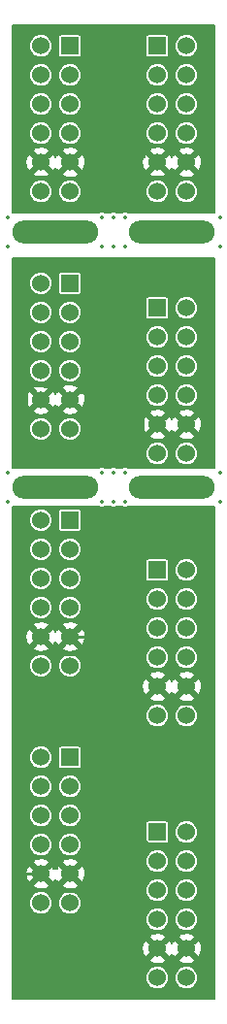
<source format=gbl>
G04 #@! TF.FileFunction,Copper,L2,Bot,Signal*
%FSLAX46Y46*%
G04 Gerber Fmt 4.6, Leading zero omitted, Abs format (unit mm)*
G04 Created by KiCad (PCBNEW 4.0.4+e1-6308~48~ubuntu14.04.1-stable) date Sun Nov 27 15:18:37 2016*
%MOMM*%
%LPD*%
G01*
G04 APERTURE LIST*
%ADD10C,0.350000*%
%ADD11R,1.524000X1.524000*%
%ADD12C,1.524000*%
%ADD13C,0.609600*%
%ADD14C,0.254000*%
%ADD15C,0.127000*%
%ADD16C,0.304800*%
%ADD17C,0.350000*%
%ADD18O,7.499999X1.999999*%
G04 APERTURE END LIST*
D10*
D11*
X49530000Y-24130000D03*
D12*
X52070000Y-24130000D03*
X49530000Y-26670000D03*
X52070000Y-26670000D03*
X49530000Y-29210000D03*
X52070000Y-29210000D03*
X49530000Y-31750000D03*
X52070000Y-31750000D03*
X49530000Y-34290000D03*
X52070000Y-34290000D03*
X49530000Y-36830000D03*
X52070000Y-36830000D03*
D11*
X49530000Y-92710000D03*
D12*
X52070000Y-92710000D03*
X49530000Y-95250000D03*
X52070000Y-95250000D03*
X49530000Y-97790000D03*
X52070000Y-97790000D03*
X49530000Y-100330000D03*
X52070000Y-100330000D03*
X49530000Y-102870000D03*
X52070000Y-102870000D03*
X49530000Y-105410000D03*
X52070000Y-105410000D03*
D11*
X49530000Y-46990000D03*
D12*
X52070000Y-46990000D03*
X49530000Y-49530000D03*
X52070000Y-49530000D03*
X49530000Y-52070000D03*
X52070000Y-52070000D03*
X49530000Y-54610000D03*
X52070000Y-54610000D03*
X49530000Y-57150000D03*
X52070000Y-57150000D03*
X49530000Y-59690000D03*
X52070000Y-59690000D03*
D11*
X49530000Y-69850000D03*
D12*
X52070000Y-69850000D03*
X49530000Y-72390000D03*
X52070000Y-72390000D03*
X49530000Y-74930000D03*
X52070000Y-74930000D03*
X49530000Y-77470000D03*
X52070000Y-77470000D03*
X49530000Y-80010000D03*
X52070000Y-80010000D03*
X49530000Y-82550000D03*
X52070000Y-82550000D03*
D11*
X41910000Y-24130000D03*
D12*
X39370000Y-24130000D03*
X41910000Y-26670000D03*
X39370000Y-26670000D03*
X41910000Y-29210000D03*
X39370000Y-29210000D03*
X41910000Y-31750000D03*
X39370000Y-31750000D03*
X41910000Y-34290000D03*
X39370000Y-34290000D03*
X41910000Y-36830000D03*
X39370000Y-36830000D03*
D11*
X41910000Y-44818300D03*
D12*
X39370000Y-44818300D03*
X41910000Y-47358300D03*
X39370000Y-47358300D03*
X41910000Y-49898300D03*
X39370000Y-49898300D03*
X41910000Y-52438300D03*
X39370000Y-52438300D03*
X41910000Y-54978300D03*
X39370000Y-54978300D03*
X41910000Y-57518300D03*
X39370000Y-57518300D03*
D11*
X41910000Y-65506600D03*
D12*
X39370000Y-65506600D03*
X41910000Y-68046600D03*
X39370000Y-68046600D03*
X41910000Y-70586600D03*
X39370000Y-70586600D03*
X41910000Y-73126600D03*
X39370000Y-73126600D03*
X41910000Y-75666600D03*
X39370000Y-75666600D03*
X41910000Y-78206600D03*
X39370000Y-78206600D03*
D11*
X41910000Y-86194900D03*
D12*
X39370000Y-86194900D03*
X41910000Y-88734900D03*
X39370000Y-88734900D03*
X41910000Y-91274900D03*
X39370000Y-91274900D03*
X41910000Y-93814900D03*
X39370000Y-93814900D03*
X41910000Y-96354900D03*
X39370000Y-96354900D03*
X41910000Y-98894900D03*
X39370000Y-98894900D03*
D13*
X45389800Y-34315400D03*
X53340000Y-38100000D03*
X48260000Y-33655000D03*
X43180000Y-28562300D03*
X43180000Y-29845000D03*
X43180000Y-32385000D03*
X43815000Y-33655000D03*
X46990000Y-33655000D03*
X40640000Y-31115000D03*
X40640000Y-28575000D03*
X40640000Y-26035000D03*
X46990000Y-37465000D03*
X44450000Y-37465000D03*
X40640000Y-36195000D03*
X43180000Y-36195000D03*
X45720000Y-36195000D03*
X48260000Y-36195000D03*
X50800000Y-36195000D03*
X53340000Y-35560000D03*
X50800000Y-38100000D03*
X48260000Y-38100000D03*
X45720000Y-38100000D03*
X43180000Y-38100000D03*
X40640000Y-38100000D03*
X38100000Y-38100000D03*
X38100000Y-35560000D03*
X38100000Y-33020000D03*
X38100000Y-30480000D03*
X38100000Y-27940000D03*
X38100000Y-25400000D03*
X38100000Y-22860000D03*
X40640000Y-22860000D03*
X43180000Y-22860000D03*
X45720000Y-22860000D03*
X48260000Y-22860000D03*
X48183800Y-32321500D03*
X48158400Y-31165800D03*
X48183800Y-29768800D03*
X48183800Y-24688800D03*
X48158400Y-26085800D03*
X46888400Y-27228800D03*
X48260000Y-27228800D03*
X48260000Y-28625800D03*
X49022000Y-30480000D03*
X50800000Y-29210000D03*
X49022000Y-25400000D03*
X50800000Y-24638000D03*
X50800000Y-22885400D03*
X53340000Y-22885400D03*
X52324000Y-25400000D03*
X53340000Y-25400000D03*
X51308000Y-27940000D03*
X53340000Y-27940000D03*
X52324000Y-30480000D03*
X53340000Y-30480000D03*
X53340000Y-33020000D03*
X43180000Y-27178000D03*
X47244012Y-31750000D03*
X44196000Y-31750000D03*
X47752000Y-29210000D03*
X43688000Y-29210000D03*
X46736000Y-29210000D03*
X47244000Y-26670000D03*
X44196000Y-26670000D03*
X47752000Y-24130000D03*
X46736000Y-24130000D03*
X45720000Y-24130000D03*
X43688000Y-24130000D03*
X44704000Y-24130000D03*
X46939200Y-54508400D03*
X46939200Y-52908200D03*
X44424600Y-53009800D03*
X43586400Y-54406800D03*
X43154600Y-53035200D03*
X43180000Y-50495200D03*
X43180000Y-47955200D03*
X43916600Y-49326800D03*
X43180000Y-49326800D03*
X49530000Y-45720000D03*
X46736000Y-49276000D03*
X44196000Y-47498000D03*
X44704000Y-44704000D03*
X45720000Y-44704000D03*
X47117000Y-45466000D03*
X46609000Y-46736000D03*
X46228000Y-48006000D03*
X46863000Y-48006000D03*
X43180000Y-45466000D03*
X43815000Y-52705000D03*
X45339000Y-54991000D03*
X46228000Y-53086000D03*
X46609000Y-51816000D03*
X47498000Y-56032400D03*
X48260000Y-54864000D03*
X48260000Y-51435000D03*
X48260000Y-50038000D03*
X48260000Y-47498000D03*
X48260000Y-49022000D03*
X48260000Y-52578000D03*
X48260000Y-54102000D03*
X49022000Y-48260000D03*
X50800000Y-46990000D03*
X52070000Y-45720000D03*
X49022000Y-53340000D03*
X52324000Y-53340000D03*
X52324000Y-48260000D03*
X50800000Y-51562000D03*
X52070000Y-50800000D03*
X40640000Y-44577000D03*
X40640000Y-51943000D03*
X40640000Y-49403000D03*
X40640000Y-46863000D03*
X39878000Y-46101000D03*
X39878000Y-48641000D03*
X39878000Y-53721000D03*
X39878000Y-51181000D03*
X40640000Y-56896000D03*
X43180000Y-56896000D03*
X43180000Y-57912000D03*
X44196000Y-58928000D03*
X46736000Y-58928000D03*
X48260000Y-58928000D03*
X50800000Y-58928000D03*
X53340000Y-60452000D03*
X50800000Y-60452000D03*
X53340000Y-58420000D03*
X48260000Y-60452000D03*
X46736000Y-60452000D03*
X44704000Y-60452000D03*
X43180000Y-59944000D03*
X40640000Y-58928000D03*
X38100000Y-58928000D03*
X38100000Y-56388000D03*
X38100000Y-53848000D03*
X38100000Y-51308000D03*
X38100000Y-48768000D03*
X38100000Y-46228000D03*
X38100000Y-43180000D03*
X40640000Y-43180000D03*
X43180000Y-43180000D03*
X45720000Y-43180000D03*
X48260000Y-43180000D03*
X50800000Y-43180000D03*
X53340000Y-43180000D03*
X53340000Y-45720000D03*
X53340000Y-48260000D03*
X53340000Y-50800000D03*
X53340000Y-53340000D03*
X53340000Y-55880000D03*
X40640000Y-95694500D03*
X47548800Y-88112600D03*
X38633400Y-94894400D03*
X39370000Y-92557600D03*
X39370000Y-89992200D03*
X39370000Y-87477600D03*
X51155600Y-101955600D03*
X48031400Y-102311200D03*
X44246800Y-95529400D03*
X44348400Y-98602800D03*
X46634400Y-100888800D03*
X45161200Y-72212200D03*
X48031400Y-89662000D03*
X46964600Y-94030800D03*
X46939200Y-95681800D03*
X44805600Y-97739200D03*
X46101000Y-99060000D03*
X46075600Y-97129600D03*
X45212000Y-89662000D03*
X45974000Y-87630000D03*
X44704000Y-88265000D03*
X44577000Y-94361000D03*
X44450000Y-92456000D03*
X46736000Y-90170000D03*
X53086000Y-106299000D03*
X53086000Y-104521000D03*
X48133000Y-105918000D03*
X45593000Y-103505000D03*
X48514000Y-104648000D03*
X46355000Y-102489000D03*
X42926000Y-98044000D03*
X42291000Y-100203000D03*
X40640000Y-99568000D03*
X38100000Y-99187000D03*
X38100000Y-98171000D03*
X40640000Y-98298000D03*
X46532802Y-83312000D03*
X44196000Y-81407000D03*
X42291000Y-79502000D03*
X40640000Y-78867000D03*
X38100000Y-78486000D03*
X38100000Y-77470000D03*
X40640000Y-77597000D03*
X43180000Y-77470000D03*
X53340000Y-83312000D03*
X53340000Y-81915000D03*
X48260000Y-81915000D03*
X50800000Y-81915000D03*
X48260000Y-83312000D03*
X50800000Y-83312000D03*
X44831000Y-80137000D03*
X43180000Y-78486000D03*
X46532802Y-81915000D03*
X53975000Y-86360000D03*
X53975000Y-88900000D03*
X37465000Y-102235000D03*
X37465000Y-104775000D03*
X41275000Y-106680000D03*
X43180000Y-106680000D03*
X45085000Y-106680000D03*
X46990000Y-106680000D03*
X48895000Y-106680000D03*
X39370000Y-106680000D03*
X37465000Y-99695000D03*
X37465000Y-64770000D03*
X53975000Y-66675000D03*
X43815000Y-64770000D03*
X45720000Y-64770000D03*
X47625000Y-64770000D03*
X49530000Y-64770000D03*
X51435000Y-64770000D03*
X43510200Y-75742800D03*
X45237402Y-77444600D03*
X46532802Y-78740000D03*
X47904400Y-78028794D03*
X48158396Y-76885800D03*
X48158398Y-74345800D03*
X48209200Y-72974200D03*
X48158400Y-71805792D03*
X48133000Y-70434200D03*
X46532800Y-71145400D03*
X43205402Y-66090800D03*
X44424600Y-67056008D03*
X45770796Y-67691000D03*
X46482006Y-68427600D03*
X47193202Y-69138800D03*
X49580800Y-68402200D03*
X43154600Y-67691000D03*
X43738800Y-68986400D03*
X44500800Y-69723000D03*
X45212000Y-70434200D03*
X43840400Y-71628000D03*
X47218600Y-75006200D03*
X45923200Y-75539600D03*
X44653200Y-74955400D03*
X43916600Y-74269600D03*
X45872400Y-76174600D03*
X47345600Y-76835000D03*
X49021996Y-71120000D03*
X50800000Y-69850000D03*
X53975000Y-68580000D03*
X53975000Y-64770000D03*
X40640000Y-65278000D03*
X43180000Y-73533000D03*
X43053000Y-71247000D03*
X43307000Y-70358000D03*
X43053000Y-68707000D03*
X40640000Y-72517000D03*
X40640000Y-69977000D03*
X40640000Y-67437000D03*
X43053000Y-94488000D03*
X43307000Y-86868000D03*
X43053000Y-88138000D03*
X43053000Y-89408000D03*
X43053000Y-90678000D03*
X43053000Y-91948000D03*
X43053000Y-93218000D03*
X48133000Y-75565000D03*
X48133000Y-100965000D03*
X48133000Y-95885000D03*
X48133000Y-97155000D03*
X48133000Y-99822000D03*
X48133000Y-98298000D03*
X48133000Y-94742000D03*
X48133000Y-93218000D03*
X49022000Y-99060000D03*
X49022000Y-93980000D03*
X49022000Y-76200000D03*
X50800000Y-74930000D03*
X52324000Y-73660000D03*
X52324000Y-71120000D03*
X52324000Y-76200000D03*
X40640000Y-93345000D03*
X40640000Y-85725000D03*
X40640000Y-88265000D03*
X40640000Y-90805000D03*
X50800000Y-106680000D03*
X50800000Y-104394000D03*
X50800000Y-92710000D03*
X53975000Y-101600000D03*
X52324000Y-96520000D03*
X52324000Y-93980000D03*
X52324000Y-99060000D03*
X50800000Y-97790000D03*
X37465000Y-97790000D03*
X37465000Y-79756000D03*
X37465000Y-77216000D03*
X37465000Y-74422000D03*
X37465000Y-71882000D03*
X37465000Y-69342000D03*
X37465000Y-66802000D03*
X37465000Y-84836000D03*
X37465000Y-87376000D03*
X37465000Y-89916000D03*
X37465000Y-92456000D03*
X37465000Y-95250000D03*
X53975000Y-99060000D03*
X53975000Y-96520000D03*
X53975000Y-93980000D03*
X53975000Y-91440000D03*
X53975000Y-84074000D03*
X53975000Y-81534000D03*
X53975000Y-78740000D03*
X53975000Y-76200000D03*
X53975000Y-73660000D03*
X53975000Y-71120000D03*
X53975000Y-106680000D03*
X53975000Y-104394000D03*
X37465000Y-106680000D03*
D14*
X46990000Y-37465000D02*
X47625000Y-38100000D01*
X47625000Y-38100000D02*
X48260000Y-38100000D01*
X45720000Y-38100000D02*
X45085000Y-38100000D01*
X45085000Y-38100000D02*
X44450000Y-37465000D01*
X40640000Y-36195000D02*
X40005000Y-35560000D01*
X40005000Y-35560000D02*
X38100000Y-35560000D01*
X45720000Y-36195000D02*
X43180000Y-36195000D01*
X50165000Y-35560000D02*
X48895000Y-35560000D01*
X48895000Y-35560000D02*
X48260000Y-36195000D01*
X50800000Y-36195000D02*
X50165000Y-35560000D01*
X53340000Y-38100000D02*
X53340000Y-35560000D01*
X50800000Y-38100000D02*
X53340000Y-38100000D01*
X45720000Y-38100000D02*
X48260000Y-38100000D01*
X40640000Y-38100000D02*
X43180000Y-38100000D01*
X38100000Y-35560000D02*
X38100000Y-38100000D01*
X38100000Y-30480000D02*
X38100000Y-33020000D01*
X38100000Y-25400000D02*
X38100000Y-27940000D01*
X40640000Y-22860000D02*
X38100000Y-22860000D01*
X45720000Y-22860000D02*
X43180000Y-22860000D01*
X48260000Y-22860000D02*
X45720000Y-22860000D01*
X47604129Y-31741829D02*
X48183800Y-32321500D01*
X48183800Y-32321500D02*
X48260000Y-32397700D01*
X48158400Y-31165800D02*
X48083855Y-31091255D01*
X48083855Y-31091255D02*
X47604129Y-31091255D01*
X48183800Y-29768800D02*
X48183800Y-29641800D01*
X48183800Y-29641800D02*
X47752000Y-29210000D01*
X48183800Y-24688800D02*
X48183800Y-24790400D01*
X48183800Y-24790400D02*
X48793400Y-25400000D01*
X48793400Y-25400000D02*
X48158400Y-26035000D01*
X48158400Y-26035000D02*
X48158400Y-26085800D01*
X46888400Y-27228800D02*
X46736000Y-27076400D01*
X46736000Y-27076400D02*
X46736000Y-26670000D01*
X48260000Y-27228800D02*
X47701200Y-26670000D01*
X47701200Y-26670000D02*
X47244000Y-26670000D01*
X48260000Y-28625800D02*
X47752000Y-29133800D01*
X47752000Y-29133800D02*
X47752000Y-29210000D01*
X50800000Y-29718000D02*
X50038000Y-30480000D01*
X50038000Y-30480000D02*
X49022000Y-30480000D01*
X50800000Y-29210000D02*
X50800000Y-29718000D01*
X48793400Y-25400000D02*
X49022000Y-25400000D01*
X50800000Y-22885400D02*
X50800000Y-24638000D01*
X53340000Y-25400000D02*
X53340000Y-22885400D01*
X53340000Y-27940000D02*
X53340000Y-25400000D01*
X53340000Y-30480000D02*
X53340000Y-27940000D01*
X53340000Y-33020000D02*
X53340000Y-30480000D01*
X47604129Y-31091255D02*
X47604129Y-31741829D01*
X47244012Y-31750000D02*
X47244012Y-31451372D01*
X47244012Y-31451372D02*
X47604129Y-31091255D01*
X46736000Y-29210000D02*
X46736000Y-28937976D01*
X46736000Y-28937976D02*
X46351202Y-28553178D01*
X43688000Y-29210000D02*
X43688000Y-29070300D01*
X43688000Y-29070300D02*
X43180000Y-28562300D01*
X44089987Y-27328759D02*
X43330759Y-27328759D01*
X43330759Y-27328759D02*
X43180000Y-27178000D01*
X44196000Y-26670000D02*
X44196000Y-27222746D01*
X44196000Y-27222746D02*
X44089987Y-27328759D01*
X46736000Y-26670000D02*
X47244000Y-26670000D01*
X45720000Y-26670000D02*
X46736000Y-26670000D01*
X45720000Y-31750000D02*
X47244012Y-31750000D01*
X45720000Y-31750000D02*
X45720000Y-29210000D01*
X45720000Y-35051999D02*
X45720000Y-31750000D01*
X45720000Y-31750000D02*
X44196000Y-31750000D01*
X46736000Y-29210000D02*
X47752000Y-29210000D01*
X45720000Y-29210000D02*
X46736000Y-29210000D01*
X45720000Y-26670000D02*
X45720000Y-29210000D01*
X45720000Y-29210000D02*
X43688000Y-29210000D01*
X45720000Y-26670000D02*
X44196000Y-26670000D01*
X46736000Y-24130000D02*
X47752000Y-24130000D01*
X45720000Y-24130000D02*
X46736000Y-24130000D01*
X44704000Y-24130000D02*
X43688000Y-24130000D01*
X45720000Y-24130000D02*
X45720000Y-22860000D01*
X45720000Y-26670000D02*
X45720000Y-24130000D01*
X45720000Y-24130000D02*
X44704000Y-24130000D01*
X45720000Y-22860000D02*
X47625000Y-22860000D01*
X45720000Y-22860000D02*
X43815000Y-22860000D01*
X45720000Y-35051999D02*
X42671999Y-35051999D01*
X48768001Y-35051999D02*
X45720000Y-35051999D01*
X49530000Y-34290000D02*
X48768001Y-35051999D01*
X42671999Y-35051999D02*
X41910000Y-34290000D01*
X49530000Y-34290000D02*
X50291999Y-35051999D01*
X50291999Y-35051999D02*
X51308001Y-35051999D01*
X51308001Y-35051999D02*
X52070000Y-34290000D01*
X39370000Y-34290000D02*
X40131999Y-35051999D01*
X40131999Y-35051999D02*
X41148001Y-35051999D01*
X41148001Y-35051999D02*
X41910000Y-34290000D01*
X46939200Y-52908200D02*
X48133000Y-54102000D01*
X48133000Y-54102000D02*
X48260000Y-54102000D01*
X46228000Y-53086000D02*
X44500800Y-53086000D01*
X44500800Y-53086000D02*
X44424600Y-53009800D01*
X43586400Y-54406800D02*
X44170600Y-54991000D01*
X44170600Y-54991000D02*
X45339000Y-54991000D01*
X43180000Y-54356000D02*
X43180000Y-53060600D01*
X43180000Y-53060600D02*
X43154600Y-53035200D01*
X43154600Y-53035200D02*
X43180000Y-53009800D01*
X43180000Y-53009800D02*
X43180000Y-50495200D01*
X43180000Y-47955200D02*
X43180000Y-45466000D01*
X43180000Y-49326800D02*
X43180000Y-47955200D01*
X43916600Y-49326800D02*
X43967400Y-49276000D01*
X43967400Y-49276000D02*
X46736000Y-49276000D01*
X52070000Y-45720000D02*
X49530000Y-45720000D01*
X46228000Y-48006000D02*
X44704000Y-48006000D01*
X44704000Y-48006000D02*
X44196000Y-47498000D01*
X47117000Y-45466000D02*
X46482000Y-45466000D01*
X46482000Y-45466000D02*
X45720000Y-44704000D01*
X46228000Y-48006000D02*
X46228000Y-47117000D01*
X46228000Y-47117000D02*
X46609000Y-46736000D01*
X48260000Y-47498000D02*
X47371000Y-47498000D01*
X47371000Y-47498000D02*
X46863000Y-48006000D01*
X41910000Y-54978300D02*
X42532300Y-54356000D01*
X42532300Y-54356000D02*
X43180000Y-54356000D01*
X48260000Y-56032400D02*
X47498000Y-56032400D01*
X47498000Y-56032400D02*
X42964100Y-56032400D01*
X48260000Y-54864000D02*
X48260000Y-55270400D01*
X48260000Y-55270400D02*
X47498000Y-56032400D01*
X48260000Y-52578000D02*
X48260000Y-51435000D01*
X48260000Y-49022000D02*
X48260000Y-47498000D01*
X49022000Y-48260000D02*
X48260000Y-49022000D01*
X49022000Y-53340000D02*
X48260000Y-52578000D01*
X49022000Y-53340000D02*
X48260000Y-54102000D01*
X50800000Y-48006000D02*
X50546000Y-48260000D01*
X50546000Y-48260000D02*
X49022000Y-48260000D01*
X50800000Y-46990000D02*
X50800000Y-48006000D01*
X53340000Y-45720000D02*
X52070000Y-45720000D01*
X53340000Y-53340000D02*
X52324000Y-53340000D01*
X52070000Y-50800000D02*
X51562000Y-50800000D01*
X51562000Y-50800000D02*
X50800000Y-51562000D01*
X40640000Y-43180000D02*
X40640000Y-44577000D01*
X39878000Y-48641000D02*
X40640000Y-49403000D01*
X38100000Y-46228000D02*
X38227000Y-46101000D01*
X38227000Y-46101000D02*
X39878000Y-46101000D01*
X38100000Y-53848000D02*
X38227000Y-53721000D01*
X38227000Y-53721000D02*
X39878000Y-53721000D01*
X40640000Y-55740299D02*
X41148001Y-55740299D01*
X40131999Y-55740299D02*
X40640000Y-55740299D01*
X40640000Y-55740299D02*
X40640000Y-56896000D01*
X43180000Y-57912000D02*
X43180000Y-56896000D01*
X46736000Y-58928000D02*
X44196000Y-58928000D01*
X48412400Y-56032400D02*
X48260000Y-56032400D01*
X48260000Y-56032400D02*
X48260000Y-58928000D01*
X50800000Y-57911999D02*
X51308001Y-57911999D01*
X50291999Y-57911999D02*
X50800000Y-57911999D01*
X50800000Y-60452000D02*
X50800000Y-58928000D01*
X50800000Y-58928000D02*
X50800000Y-57912000D01*
X50800000Y-57911999D02*
X50800000Y-58928000D01*
X53340000Y-58420000D02*
X53340000Y-60452000D01*
X53848000Y-56388000D02*
X53340000Y-55880000D01*
X53848000Y-57912000D02*
X53848000Y-56388000D01*
X53340000Y-58420000D02*
X53848000Y-57912000D01*
X46736000Y-60452000D02*
X48260000Y-60452000D01*
X43180000Y-59944000D02*
X43688000Y-60452000D01*
X43688000Y-60452000D02*
X44704000Y-60452000D01*
X38100000Y-58928000D02*
X40640000Y-58928000D01*
X38100000Y-53848000D02*
X38100000Y-56388000D01*
X38100000Y-48768000D02*
X38100000Y-51308000D01*
X38100000Y-43180000D02*
X38100000Y-46228000D01*
X43180000Y-43180000D02*
X40640000Y-43180000D01*
X48260000Y-43180000D02*
X45720000Y-43180000D01*
X53340000Y-43180000D02*
X50800000Y-43180000D01*
X53340000Y-48260000D02*
X53340000Y-45720000D01*
X53340000Y-53340000D02*
X53340000Y-50800000D01*
X52070000Y-57150000D02*
X53340000Y-55880000D01*
X42964100Y-56032400D02*
X41910000Y-54978300D01*
X49530000Y-57150000D02*
X48412400Y-56032400D01*
X49530000Y-57150000D02*
X50291999Y-57911999D01*
X51308001Y-57911999D02*
X52070000Y-57150000D01*
X39370000Y-54978300D02*
X40131999Y-55740299D01*
X41148001Y-55740299D02*
X41910000Y-54978300D01*
X39370000Y-96354900D02*
X39408100Y-96354900D01*
X37566600Y-92557600D02*
X39370000Y-92557600D01*
X39370000Y-92557600D02*
X39852600Y-92557600D01*
X37541200Y-89992200D02*
X39370000Y-89992200D01*
X39370000Y-89992200D02*
X39827200Y-89992200D01*
X37566600Y-87477600D02*
X39370000Y-87477600D01*
X39370000Y-87477600D02*
X39852600Y-87477600D01*
X37465000Y-84836000D02*
X37566600Y-84937600D01*
X37566600Y-84937600D02*
X39852600Y-84937600D01*
X39852600Y-84937600D02*
X40640000Y-85725000D01*
X37465000Y-92456000D02*
X37566600Y-92557600D01*
X39852600Y-92557600D02*
X40640000Y-93345000D01*
X37465000Y-89916000D02*
X37541200Y-89992200D01*
X39827200Y-89992200D02*
X40640000Y-90805000D01*
X37465000Y-87376000D02*
X37566600Y-87477600D01*
X39852600Y-87477600D02*
X40640000Y-88265000D01*
X43840400Y-71628000D02*
X44577000Y-71628000D01*
X44577000Y-71628000D02*
X45161200Y-72212200D01*
X46939200Y-95681800D02*
X46939200Y-94056200D01*
X46939200Y-94056200D02*
X46964600Y-94030800D01*
X48133000Y-95885000D02*
X47142400Y-95885000D01*
X47142400Y-95885000D02*
X46939200Y-95681800D01*
X44081700Y-98526600D02*
X41910000Y-96354900D01*
X44792900Y-99237800D02*
X44081700Y-98526600D01*
X44081700Y-98526600D02*
X44081700Y-98463100D01*
X44081700Y-98463100D02*
X44805600Y-97739200D01*
X45897800Y-99237800D02*
X45923200Y-99237800D01*
X45923200Y-99237800D02*
X46101000Y-99060000D01*
X48133000Y-97155000D02*
X46101000Y-97155000D01*
X46101000Y-97155000D02*
X46075600Y-97129600D01*
X44704000Y-88265000D02*
X44704000Y-89154000D01*
X44704000Y-89154000D02*
X45212000Y-89662000D01*
X46532802Y-87376000D02*
X46532802Y-83312000D01*
X46532802Y-90551000D02*
X46532802Y-87376000D01*
X46532802Y-87376000D02*
X46228000Y-87376000D01*
X46228000Y-87376000D02*
X45974000Y-87630000D01*
X43776900Y-94488000D02*
X45720000Y-92544900D01*
X42671999Y-95592901D02*
X43776900Y-94488000D01*
X43776900Y-94488000D02*
X44450000Y-94488000D01*
X44450000Y-94488000D02*
X44577000Y-94361000D01*
X45720000Y-92544900D02*
X46532802Y-91732098D01*
X45720000Y-92544900D02*
X44538900Y-92544900D01*
X44538900Y-92544900D02*
X44450000Y-92456000D01*
X46532802Y-90551000D02*
X46532802Y-91732098D01*
X46532802Y-90551000D02*
X46532802Y-90373198D01*
X46532802Y-90373198D02*
X46736000Y-90170000D01*
X53975000Y-106680000D02*
X53467000Y-106680000D01*
X53467000Y-106680000D02*
X53086000Y-106299000D01*
X48133000Y-105918000D02*
X48895000Y-106680000D01*
X42291000Y-100203000D02*
X45593000Y-103505000D01*
X42926000Y-98044000D02*
X42926000Y-99060000D01*
X41071799Y-97866201D02*
X42748201Y-97866201D01*
X42748201Y-97866201D02*
X42926000Y-98044000D01*
X38100000Y-98171000D02*
X37846000Y-98171000D01*
X37846000Y-98171000D02*
X37465000Y-97790000D01*
X41275000Y-100203000D02*
X42291000Y-100203000D01*
X40640000Y-99568000D02*
X41275000Y-100203000D01*
X38100000Y-98171000D02*
X38100000Y-99187000D01*
X41071799Y-97866201D02*
X40640000Y-98298000D01*
X48260000Y-83312000D02*
X46532802Y-83312000D01*
X46532802Y-83312000D02*
X46532802Y-81915000D01*
X44196000Y-81407000D02*
X46101000Y-83312000D01*
X46101000Y-83312000D02*
X46532802Y-83312000D01*
X40640000Y-78867000D02*
X41275000Y-79502000D01*
X41275000Y-79502000D02*
X42291000Y-79502000D01*
X38100000Y-77470000D02*
X38100000Y-78486000D01*
X43180000Y-77470000D02*
X42875201Y-77165201D01*
X41071799Y-77165201D02*
X40640000Y-77597000D01*
X42875201Y-77165201D02*
X41071799Y-77165201D01*
X53340000Y-81915000D02*
X53340000Y-83312000D01*
X53975000Y-81534000D02*
X51181000Y-81534000D01*
X51181000Y-81534000D02*
X50800000Y-81915000D01*
X43180000Y-78486000D02*
X44831000Y-80137000D01*
X46532802Y-81915000D02*
X46532802Y-79171052D01*
X53975000Y-91440000D02*
X53975000Y-88900000D01*
X53975000Y-88900000D02*
X53975000Y-84074000D01*
X39370000Y-106680000D02*
X43180000Y-106680000D01*
X50800000Y-106680000D02*
X43180000Y-106680000D01*
X37465000Y-106680000D02*
X39370000Y-106680000D01*
X45720000Y-64770000D02*
X43815000Y-64770000D01*
X51435000Y-64770000D02*
X49530000Y-64770000D01*
X43434000Y-75666600D02*
X43510200Y-75742800D01*
X41910000Y-75666600D02*
X43434000Y-75666600D01*
X43814999Y-76047599D02*
X43510200Y-75742800D01*
X45237400Y-77470000D02*
X43814999Y-76047599D01*
X45237400Y-77622400D02*
X45237400Y-77470000D01*
X45237400Y-77444602D02*
X45237402Y-77444600D01*
X45237400Y-77622400D02*
X45237400Y-77444602D01*
X46532802Y-79171052D02*
X46532802Y-78740000D01*
X46228003Y-78435201D02*
X46532802Y-78740000D01*
X46963854Y-78740000D02*
X46532802Y-78740000D01*
X45237400Y-77622400D02*
X45415202Y-77622400D01*
X49530000Y-80010000D02*
X48260000Y-78740000D01*
X48260000Y-78740000D02*
X46963854Y-78740000D01*
X45415202Y-77622400D02*
X46228003Y-78435201D01*
X48158396Y-77774798D02*
X47904400Y-78028794D01*
X48158396Y-76885800D02*
X48158396Y-77774798D01*
X48768000Y-76276196D02*
X48463195Y-76581001D01*
X48768000Y-76200000D02*
X48768000Y-76276196D01*
X48133000Y-76835000D02*
X48158396Y-76860396D01*
X48158396Y-76860396D02*
X48158396Y-76885800D01*
X48463195Y-76581001D02*
X48158396Y-76885800D01*
X47345600Y-76835000D02*
X48133000Y-76835000D01*
X48133000Y-74371198D02*
X48158398Y-74345800D01*
X48133000Y-75565000D02*
X48133000Y-74371198D01*
X48158400Y-72923400D02*
X48209200Y-72974200D01*
X48158400Y-71805792D02*
X48158400Y-72923400D01*
X47727348Y-71805792D02*
X48158400Y-71805792D01*
X47193192Y-71805792D02*
X47727348Y-71805792D01*
X48336204Y-71805792D02*
X48158400Y-71805792D01*
X46532800Y-71145400D02*
X47193192Y-71805792D01*
X49021996Y-71120000D02*
X48336204Y-71805792D01*
X48133000Y-70662056D02*
X48133000Y-70434200D01*
X49021996Y-71120000D02*
X48590944Y-71120000D01*
X48590944Y-71120000D02*
X48133000Y-70662056D01*
X46228001Y-70840601D02*
X46532800Y-71145400D01*
X45821600Y-70434200D02*
X46228001Y-70840601D01*
X45212000Y-70434200D02*
X45821600Y-70434200D01*
X43205402Y-66521852D02*
X43205402Y-66090800D01*
X42925254Y-66802000D02*
X43205402Y-66521852D01*
X41275000Y-66802000D02*
X42925254Y-66802000D01*
X40640000Y-67437000D02*
X41275000Y-66802000D01*
X44855652Y-67056008D02*
X44424600Y-67056008D01*
X45135804Y-67056008D02*
X44855652Y-67056008D01*
X45770796Y-67691000D02*
X45135804Y-67056008D01*
X43993548Y-67056008D02*
X44424600Y-67056008D01*
X43789592Y-67056008D02*
X43993548Y-67056008D01*
X43154600Y-67691000D02*
X43789592Y-67056008D01*
X45770796Y-67716390D02*
X45770796Y-67691000D01*
X46482006Y-68427600D02*
X45770796Y-67716390D01*
X46482006Y-68427604D02*
X46482006Y-68427600D01*
X47193202Y-69138800D02*
X46482006Y-68427604D01*
X47498001Y-68834001D02*
X47193202Y-69138800D01*
X49580800Y-68402200D02*
X47929802Y-68402200D01*
X47929802Y-68402200D02*
X47498001Y-68834001D01*
X51358800Y-68580000D02*
X49758600Y-68580000D01*
X49758600Y-68580000D02*
X49580800Y-68402200D01*
X43053000Y-68707000D02*
X43053000Y-67792600D01*
X43053000Y-67792600D02*
X43154600Y-67691000D01*
X44500800Y-69723000D02*
X44475400Y-69723000D01*
X44475400Y-69723000D02*
X43738800Y-68986400D01*
X45212000Y-70434200D02*
X44500800Y-69723000D01*
X43053000Y-71247000D02*
X43459400Y-71247000D01*
X43459400Y-71247000D02*
X43840400Y-71628000D01*
X48133000Y-75565000D02*
X47777400Y-75565000D01*
X47777400Y-75565000D02*
X47218600Y-75006200D01*
X45491400Y-75793600D02*
X44653200Y-74955400D01*
X45872400Y-76174600D02*
X45491400Y-75793600D01*
X45491400Y-75793600D02*
X45669200Y-75793600D01*
X45669200Y-75793600D02*
X45923200Y-75539600D01*
X44653200Y-74955400D02*
X43967400Y-74269600D01*
X43967400Y-74269600D02*
X43916600Y-74269600D01*
X47345600Y-76835000D02*
X46532800Y-76835000D01*
X46532800Y-76835000D02*
X45872400Y-76174600D01*
X49453048Y-71120000D02*
X49021996Y-71120000D01*
X50241202Y-71120000D02*
X49453048Y-71120000D01*
X50800000Y-70561202D02*
X50241202Y-71120000D01*
X50800000Y-69850000D02*
X50800000Y-70561202D01*
X51358800Y-68580000D02*
X50800000Y-69138800D01*
X50800000Y-69138800D02*
X50800000Y-69850000D01*
X51562008Y-68580000D02*
X51358800Y-68580000D01*
X53975000Y-68580000D02*
X51562008Y-68580000D01*
X53975000Y-68580000D02*
X53975000Y-64770000D01*
X53975000Y-71120000D02*
X53975000Y-68580000D01*
X37592000Y-64389000D02*
X37465000Y-64389000D01*
X37465000Y-64389000D02*
X37465000Y-66802000D01*
X37592000Y-64389000D02*
X40386000Y-64389000D01*
X40386000Y-64389000D02*
X40640000Y-64643000D01*
X40640000Y-64643000D02*
X40640000Y-65278000D01*
X53975000Y-64770000D02*
X53594000Y-64389000D01*
X53594000Y-64389000D02*
X37592000Y-64389000D01*
X43180000Y-72136000D02*
X43180000Y-73533000D01*
X42926000Y-71882000D02*
X43180000Y-72136000D01*
X41275000Y-71882000D02*
X42926000Y-71882000D01*
X40640000Y-72517000D02*
X41275000Y-71882000D01*
X43307000Y-70358000D02*
X43307000Y-70993000D01*
X43307000Y-70993000D02*
X43053000Y-71247000D01*
X42418000Y-69342000D02*
X42418000Y-69469000D01*
X42418000Y-69469000D02*
X43307000Y-70358000D01*
X41148000Y-69342000D02*
X42418000Y-69342000D01*
X42418000Y-69342000D02*
X43053000Y-68707000D01*
X40640000Y-69850000D02*
X41148000Y-69342000D01*
X40640000Y-69977000D02*
X40640000Y-69850000D01*
X37465000Y-71882000D02*
X40005000Y-71882000D01*
X40005000Y-71882000D02*
X40640000Y-72517000D01*
X37465000Y-69342000D02*
X40005000Y-69342000D01*
X40005000Y-69342000D02*
X40640000Y-69977000D01*
X37465000Y-66802000D02*
X40005000Y-66802000D01*
X40005000Y-66802000D02*
X40640000Y-67437000D01*
X42671999Y-95592901D02*
X42671999Y-94869001D01*
X42671999Y-94869001D02*
X43053000Y-94488000D01*
X42418000Y-87503000D02*
X42672000Y-87503000D01*
X42672000Y-87503000D02*
X43307000Y-86868000D01*
X43053000Y-88138000D02*
X42418000Y-87503000D01*
X42418000Y-87503000D02*
X41402000Y-87503000D01*
X41402000Y-87503000D02*
X40640000Y-88265000D01*
X42672000Y-90043000D02*
X43053000Y-89662000D01*
X43053000Y-89662000D02*
X43053000Y-89408000D01*
X42672000Y-90043000D02*
X43053000Y-90424000D01*
X43053000Y-90424000D02*
X43053000Y-90678000D01*
X43053000Y-91948000D02*
X42926000Y-92075000D01*
X42926000Y-92075000D02*
X42926000Y-92583000D01*
X42926000Y-92583000D02*
X42926000Y-93091000D01*
X42926000Y-93091000D02*
X43053000Y-93218000D01*
X40640000Y-90805000D02*
X41402000Y-90043000D01*
X41402000Y-90043000D02*
X42672000Y-90043000D01*
X41402000Y-92583000D02*
X42926000Y-92583000D01*
X40640000Y-93345000D02*
X41402000Y-92583000D01*
X49022000Y-76200000D02*
X48768000Y-76200000D01*
X48768000Y-76200000D02*
X48133000Y-75565000D01*
X48133000Y-99822000D02*
X48133000Y-100965000D01*
X48133000Y-97155000D02*
X48133000Y-95885000D01*
X48133000Y-98298000D02*
X48133000Y-97155000D01*
X48895000Y-99060000D02*
X48133000Y-99822000D01*
X49022000Y-99060000D02*
X48895000Y-99060000D01*
X48895000Y-99060000D02*
X48133000Y-98298000D01*
X48895000Y-93980000D02*
X48133000Y-94742000D01*
X49022000Y-93980000D02*
X48895000Y-93980000D01*
X48895000Y-93980000D02*
X48133000Y-93218000D01*
X49022000Y-99060000D02*
X50038000Y-99060000D01*
X50038000Y-99060000D02*
X50800000Y-98298000D01*
X50800000Y-98298000D02*
X50800000Y-97790000D01*
X49022000Y-93980000D02*
X50546000Y-93980000D01*
X50546000Y-93980000D02*
X50800000Y-93726000D01*
X50800000Y-93726000D02*
X50800000Y-92710000D01*
X50800000Y-75692000D02*
X50292000Y-76200000D01*
X50292000Y-76200000D02*
X49022000Y-76200000D01*
X50800000Y-74930000D02*
X50800000Y-75692000D01*
X51435000Y-73660000D02*
X50800000Y-74295000D01*
X50800000Y-74295000D02*
X50800000Y-74930000D01*
X52324000Y-73660000D02*
X51435000Y-73660000D01*
X53975000Y-73660000D02*
X52324000Y-73660000D01*
X53975000Y-71120000D02*
X52324000Y-71120000D01*
X53975000Y-76200000D02*
X52324000Y-76200000D01*
X51308001Y-103631999D02*
X50800000Y-103631999D01*
X50800000Y-103631999D02*
X50291999Y-103631999D01*
X50800000Y-104394000D02*
X50800000Y-103631999D01*
X50800000Y-106680000D02*
X53975000Y-106680000D01*
X51308000Y-91440000D02*
X50800000Y-91948000D01*
X50800000Y-91948000D02*
X50800000Y-92710000D01*
X53975000Y-91440000D02*
X51308000Y-91440000D01*
X53975000Y-101600000D02*
X53975000Y-99060000D01*
X53975000Y-104394000D02*
X53975000Y-101600000D01*
X53975000Y-96520000D02*
X52324000Y-96520000D01*
X52324000Y-96520000D02*
X51435000Y-96520000D01*
X53975000Y-93980000D02*
X52324000Y-93980000D01*
X53975000Y-99060000D02*
X52324000Y-99060000D01*
X51435000Y-96520000D02*
X50800000Y-97155000D01*
X50800000Y-97155000D02*
X50800000Y-97790000D01*
X37465000Y-97790000D02*
X37465000Y-95250000D01*
X37465000Y-95250000D02*
X37465000Y-96266000D01*
X37465000Y-92456000D02*
X37465000Y-95250000D01*
X37465000Y-89916000D02*
X37465000Y-92456000D01*
X37465000Y-87376000D02*
X37465000Y-89916000D01*
X37465000Y-84836000D02*
X37465000Y-87376000D01*
X37465000Y-79756000D02*
X37465000Y-84836000D01*
X37465000Y-77216000D02*
X37465000Y-79756000D01*
X37465000Y-74422000D02*
X37465000Y-77216000D01*
X37465000Y-71882000D02*
X37465000Y-74422000D01*
X37465000Y-69342000D02*
X37465000Y-71882000D01*
X37465000Y-66802000D02*
X37465000Y-69342000D01*
X53975000Y-73660000D02*
X53975000Y-71120000D01*
X53975000Y-76200000D02*
X53975000Y-73660000D01*
X53975000Y-78740000D02*
X53975000Y-76200000D01*
X53975000Y-81534000D02*
X53975000Y-78740000D01*
X53975000Y-84074000D02*
X53975000Y-81534000D01*
X53975000Y-93980000D02*
X53975000Y-91440000D01*
X53975000Y-96520000D02*
X53975000Y-93980000D01*
X53975000Y-99060000D02*
X53975000Y-96520000D01*
X37465000Y-96266000D02*
X37465000Y-106680000D01*
X39370000Y-96354900D02*
X37553900Y-96354900D01*
X37553900Y-96354900D02*
X37465000Y-96266000D01*
X53975000Y-104775000D02*
X53975000Y-104394000D01*
X53975000Y-106680000D02*
X53975000Y-106045000D01*
X52070000Y-102870000D02*
X53975000Y-104775000D01*
X53975000Y-104775000D02*
X53975000Y-106045000D01*
X41910000Y-96354900D02*
X42671999Y-95592901D01*
X41910000Y-75666600D02*
X41148001Y-76428599D01*
X40131999Y-76428599D02*
X39370000Y-75666600D01*
X41148001Y-76428599D02*
X40131999Y-76428599D01*
X52070000Y-80010000D02*
X51308001Y-80771999D01*
X50291999Y-80771999D02*
X49530000Y-80010000D01*
X51308001Y-80771999D02*
X50291999Y-80771999D01*
X41910000Y-96354900D02*
X41148001Y-97116899D01*
X41148001Y-97116899D02*
X40131999Y-97116899D01*
X40131999Y-97116899D02*
X39370000Y-96354900D01*
X45897800Y-99237800D02*
X44792900Y-99237800D01*
X49530000Y-102870000D02*
X45897800Y-99237800D01*
X52070000Y-102870000D02*
X51308001Y-103631999D01*
X50291999Y-103631999D02*
X49530000Y-102870000D01*
D15*
G36*
X54546500Y-60896500D02*
X46979772Y-60896500D01*
X46836692Y-60837088D01*
X46636188Y-60836913D01*
X46491975Y-60896500D01*
X45963772Y-60896500D01*
X45820692Y-60837088D01*
X45620188Y-60836913D01*
X45475975Y-60896500D01*
X44947772Y-60896500D01*
X44804692Y-60837088D01*
X44604188Y-60836913D01*
X44459975Y-60896500D01*
X36893500Y-60896500D01*
X36893500Y-59891208D01*
X48513824Y-59891208D01*
X48668175Y-60264766D01*
X48953731Y-60550821D01*
X49327018Y-60705824D01*
X49731208Y-60706176D01*
X50104766Y-60551825D01*
X50390821Y-60266269D01*
X50545824Y-59892982D01*
X50545825Y-59891208D01*
X51053824Y-59891208D01*
X51208175Y-60264766D01*
X51493731Y-60550821D01*
X51867018Y-60705824D01*
X52271208Y-60706176D01*
X52644766Y-60551825D01*
X52930821Y-60266269D01*
X53085824Y-59892982D01*
X53086176Y-59488792D01*
X52931825Y-59115234D01*
X52646269Y-58829179D01*
X52272982Y-58674176D01*
X51868792Y-58673824D01*
X51495234Y-58828175D01*
X51209179Y-59113731D01*
X51054176Y-59487018D01*
X51053824Y-59891208D01*
X50545825Y-59891208D01*
X50546176Y-59488792D01*
X50391825Y-59115234D01*
X50106269Y-58829179D01*
X49732982Y-58674176D01*
X49328792Y-58673824D01*
X48955234Y-58828175D01*
X48669179Y-59113731D01*
X48514176Y-59487018D01*
X48513824Y-59891208D01*
X36893500Y-59891208D01*
X36893500Y-57719508D01*
X38353824Y-57719508D01*
X38508175Y-58093066D01*
X38793731Y-58379121D01*
X39167018Y-58534124D01*
X39571208Y-58534476D01*
X39944766Y-58380125D01*
X40230821Y-58094569D01*
X40385824Y-57721282D01*
X40385825Y-57719508D01*
X40893824Y-57719508D01*
X41048175Y-58093066D01*
X41333731Y-58379121D01*
X41707018Y-58534124D01*
X42111208Y-58534476D01*
X42484766Y-58380125D01*
X42730854Y-58134466D01*
X48814942Y-58134466D01*
X48892834Y-58351082D01*
X49400970Y-58503489D01*
X49928750Y-58449838D01*
X50167166Y-58351082D01*
X50245058Y-58134466D01*
X51354942Y-58134466D01*
X51432834Y-58351082D01*
X51940970Y-58503489D01*
X52468750Y-58449838D01*
X52707166Y-58351082D01*
X52785058Y-58134466D01*
X52070000Y-57419408D01*
X51354942Y-58134466D01*
X50245058Y-58134466D01*
X49530000Y-57419408D01*
X48814942Y-58134466D01*
X42730854Y-58134466D01*
X42770821Y-58094569D01*
X42925824Y-57721282D01*
X42926176Y-57317092D01*
X42803821Y-57020970D01*
X48176511Y-57020970D01*
X48230162Y-57548750D01*
X48328918Y-57787166D01*
X48545534Y-57865058D01*
X49260592Y-57150000D01*
X49799408Y-57150000D01*
X50514466Y-57865058D01*
X50731082Y-57787166D01*
X50788971Y-57594159D01*
X50868918Y-57787166D01*
X51085534Y-57865058D01*
X51800592Y-57150000D01*
X52339408Y-57150000D01*
X53054466Y-57865058D01*
X53271082Y-57787166D01*
X53423489Y-57279030D01*
X53369838Y-56751250D01*
X53271082Y-56512834D01*
X53054466Y-56434942D01*
X52339408Y-57150000D01*
X51800592Y-57150000D01*
X51085534Y-56434942D01*
X50868918Y-56512834D01*
X50811029Y-56705841D01*
X50731082Y-56512834D01*
X50514466Y-56434942D01*
X49799408Y-57150000D01*
X49260592Y-57150000D01*
X48545534Y-56434942D01*
X48328918Y-56512834D01*
X48176511Y-57020970D01*
X42803821Y-57020970D01*
X42771825Y-56943534D01*
X42486269Y-56657479D01*
X42112982Y-56502476D01*
X41708792Y-56502124D01*
X41335234Y-56656475D01*
X41049179Y-56942031D01*
X40894176Y-57315318D01*
X40893824Y-57719508D01*
X40385825Y-57719508D01*
X40386176Y-57317092D01*
X40231825Y-56943534D01*
X39946269Y-56657479D01*
X39572982Y-56502476D01*
X39168792Y-56502124D01*
X38795234Y-56656475D01*
X38509179Y-56942031D01*
X38354176Y-57315318D01*
X38353824Y-57719508D01*
X36893500Y-57719508D01*
X36893500Y-55962766D01*
X38654942Y-55962766D01*
X38732834Y-56179382D01*
X39240970Y-56331789D01*
X39768750Y-56278138D01*
X40007166Y-56179382D01*
X40085058Y-55962766D01*
X41194942Y-55962766D01*
X41272834Y-56179382D01*
X41780970Y-56331789D01*
X42308750Y-56278138D01*
X42547166Y-56179382D01*
X42552145Y-56165534D01*
X48814942Y-56165534D01*
X49530000Y-56880592D01*
X50245058Y-56165534D01*
X51354942Y-56165534D01*
X52070000Y-56880592D01*
X52785058Y-56165534D01*
X52707166Y-55948918D01*
X52199030Y-55796511D01*
X51671250Y-55850162D01*
X51432834Y-55948918D01*
X51354942Y-56165534D01*
X50245058Y-56165534D01*
X50167166Y-55948918D01*
X49659030Y-55796511D01*
X49131250Y-55850162D01*
X48892834Y-55948918D01*
X48814942Y-56165534D01*
X42552145Y-56165534D01*
X42625058Y-55962766D01*
X41910000Y-55247708D01*
X41194942Y-55962766D01*
X40085058Y-55962766D01*
X39370000Y-55247708D01*
X38654942Y-55962766D01*
X36893500Y-55962766D01*
X36893500Y-54849270D01*
X38016511Y-54849270D01*
X38070162Y-55377050D01*
X38168918Y-55615466D01*
X38385534Y-55693358D01*
X39100592Y-54978300D01*
X39639408Y-54978300D01*
X40354466Y-55693358D01*
X40571082Y-55615466D01*
X40628971Y-55422459D01*
X40708918Y-55615466D01*
X40925534Y-55693358D01*
X41640592Y-54978300D01*
X42179408Y-54978300D01*
X42894466Y-55693358D01*
X43111082Y-55615466D01*
X43263489Y-55107330D01*
X43233387Y-54811208D01*
X48513824Y-54811208D01*
X48668175Y-55184766D01*
X48953731Y-55470821D01*
X49327018Y-55625824D01*
X49731208Y-55626176D01*
X50104766Y-55471825D01*
X50390821Y-55186269D01*
X50545824Y-54812982D01*
X50545825Y-54811208D01*
X51053824Y-54811208D01*
X51208175Y-55184766D01*
X51493731Y-55470821D01*
X51867018Y-55625824D01*
X52271208Y-55626176D01*
X52644766Y-55471825D01*
X52930821Y-55186269D01*
X53085824Y-54812982D01*
X53086176Y-54408792D01*
X52931825Y-54035234D01*
X52646269Y-53749179D01*
X52272982Y-53594176D01*
X51868792Y-53593824D01*
X51495234Y-53748175D01*
X51209179Y-54033731D01*
X51054176Y-54407018D01*
X51053824Y-54811208D01*
X50545825Y-54811208D01*
X50546176Y-54408792D01*
X50391825Y-54035234D01*
X50106269Y-53749179D01*
X49732982Y-53594176D01*
X49328792Y-53593824D01*
X48955234Y-53748175D01*
X48669179Y-54033731D01*
X48514176Y-54407018D01*
X48513824Y-54811208D01*
X43233387Y-54811208D01*
X43209838Y-54579550D01*
X43111082Y-54341134D01*
X42894466Y-54263242D01*
X42179408Y-54978300D01*
X41640592Y-54978300D01*
X40925534Y-54263242D01*
X40708918Y-54341134D01*
X40651029Y-54534141D01*
X40571082Y-54341134D01*
X40354466Y-54263242D01*
X39639408Y-54978300D01*
X39100592Y-54978300D01*
X38385534Y-54263242D01*
X38168918Y-54341134D01*
X38016511Y-54849270D01*
X36893500Y-54849270D01*
X36893500Y-53993834D01*
X38654942Y-53993834D01*
X39370000Y-54708892D01*
X40085058Y-53993834D01*
X41194942Y-53993834D01*
X41910000Y-54708892D01*
X42625058Y-53993834D01*
X42547166Y-53777218D01*
X42039030Y-53624811D01*
X41511250Y-53678462D01*
X41272834Y-53777218D01*
X41194942Y-53993834D01*
X40085058Y-53993834D01*
X40007166Y-53777218D01*
X39499030Y-53624811D01*
X38971250Y-53678462D01*
X38732834Y-53777218D01*
X38654942Y-53993834D01*
X36893500Y-53993834D01*
X36893500Y-52639508D01*
X38353824Y-52639508D01*
X38508175Y-53013066D01*
X38793731Y-53299121D01*
X39167018Y-53454124D01*
X39571208Y-53454476D01*
X39944766Y-53300125D01*
X40230821Y-53014569D01*
X40385824Y-52641282D01*
X40385825Y-52639508D01*
X40893824Y-52639508D01*
X41048175Y-53013066D01*
X41333731Y-53299121D01*
X41707018Y-53454124D01*
X42111208Y-53454476D01*
X42484766Y-53300125D01*
X42770821Y-53014569D01*
X42925824Y-52641282D01*
X42926146Y-52271208D01*
X48513824Y-52271208D01*
X48668175Y-52644766D01*
X48953731Y-52930821D01*
X49327018Y-53085824D01*
X49731208Y-53086176D01*
X50104766Y-52931825D01*
X50390821Y-52646269D01*
X50545824Y-52272982D01*
X50545825Y-52271208D01*
X51053824Y-52271208D01*
X51208175Y-52644766D01*
X51493731Y-52930821D01*
X51867018Y-53085824D01*
X52271208Y-53086176D01*
X52644766Y-52931825D01*
X52930821Y-52646269D01*
X53085824Y-52272982D01*
X53086176Y-51868792D01*
X52931825Y-51495234D01*
X52646269Y-51209179D01*
X52272982Y-51054176D01*
X51868792Y-51053824D01*
X51495234Y-51208175D01*
X51209179Y-51493731D01*
X51054176Y-51867018D01*
X51053824Y-52271208D01*
X50545825Y-52271208D01*
X50546176Y-51868792D01*
X50391825Y-51495234D01*
X50106269Y-51209179D01*
X49732982Y-51054176D01*
X49328792Y-51053824D01*
X48955234Y-51208175D01*
X48669179Y-51493731D01*
X48514176Y-51867018D01*
X48513824Y-52271208D01*
X42926146Y-52271208D01*
X42926176Y-52237092D01*
X42771825Y-51863534D01*
X42486269Y-51577479D01*
X42112982Y-51422476D01*
X41708792Y-51422124D01*
X41335234Y-51576475D01*
X41049179Y-51862031D01*
X40894176Y-52235318D01*
X40893824Y-52639508D01*
X40385825Y-52639508D01*
X40386176Y-52237092D01*
X40231825Y-51863534D01*
X39946269Y-51577479D01*
X39572982Y-51422476D01*
X39168792Y-51422124D01*
X38795234Y-51576475D01*
X38509179Y-51862031D01*
X38354176Y-52235318D01*
X38353824Y-52639508D01*
X36893500Y-52639508D01*
X36893500Y-50099508D01*
X38353824Y-50099508D01*
X38508175Y-50473066D01*
X38793731Y-50759121D01*
X39167018Y-50914124D01*
X39571208Y-50914476D01*
X39944766Y-50760125D01*
X40230821Y-50474569D01*
X40385824Y-50101282D01*
X40385825Y-50099508D01*
X40893824Y-50099508D01*
X41048175Y-50473066D01*
X41333731Y-50759121D01*
X41707018Y-50914124D01*
X42111208Y-50914476D01*
X42484766Y-50760125D01*
X42770821Y-50474569D01*
X42925824Y-50101282D01*
X42926146Y-49731208D01*
X48513824Y-49731208D01*
X48668175Y-50104766D01*
X48953731Y-50390821D01*
X49327018Y-50545824D01*
X49731208Y-50546176D01*
X50104766Y-50391825D01*
X50390821Y-50106269D01*
X50545824Y-49732982D01*
X50545825Y-49731208D01*
X51053824Y-49731208D01*
X51208175Y-50104766D01*
X51493731Y-50390821D01*
X51867018Y-50545824D01*
X52271208Y-50546176D01*
X52644766Y-50391825D01*
X52930821Y-50106269D01*
X53085824Y-49732982D01*
X53086176Y-49328792D01*
X52931825Y-48955234D01*
X52646269Y-48669179D01*
X52272982Y-48514176D01*
X51868792Y-48513824D01*
X51495234Y-48668175D01*
X51209179Y-48953731D01*
X51054176Y-49327018D01*
X51053824Y-49731208D01*
X50545825Y-49731208D01*
X50546176Y-49328792D01*
X50391825Y-48955234D01*
X50106269Y-48669179D01*
X49732982Y-48514176D01*
X49328792Y-48513824D01*
X48955234Y-48668175D01*
X48669179Y-48953731D01*
X48514176Y-49327018D01*
X48513824Y-49731208D01*
X42926146Y-49731208D01*
X42926176Y-49697092D01*
X42771825Y-49323534D01*
X42486269Y-49037479D01*
X42112982Y-48882476D01*
X41708792Y-48882124D01*
X41335234Y-49036475D01*
X41049179Y-49322031D01*
X40894176Y-49695318D01*
X40893824Y-50099508D01*
X40385825Y-50099508D01*
X40386176Y-49697092D01*
X40231825Y-49323534D01*
X39946269Y-49037479D01*
X39572982Y-48882476D01*
X39168792Y-48882124D01*
X38795234Y-49036475D01*
X38509179Y-49322031D01*
X38354176Y-49695318D01*
X38353824Y-50099508D01*
X36893500Y-50099508D01*
X36893500Y-47559508D01*
X38353824Y-47559508D01*
X38508175Y-47933066D01*
X38793731Y-48219121D01*
X39167018Y-48374124D01*
X39571208Y-48374476D01*
X39944766Y-48220125D01*
X40230821Y-47934569D01*
X40385824Y-47561282D01*
X40385825Y-47559508D01*
X40893824Y-47559508D01*
X41048175Y-47933066D01*
X41333731Y-48219121D01*
X41707018Y-48374124D01*
X42111208Y-48374476D01*
X42484766Y-48220125D01*
X42770821Y-47934569D01*
X42925824Y-47561282D01*
X42926176Y-47157092D01*
X42771825Y-46783534D01*
X42486269Y-46497479D01*
X42112982Y-46342476D01*
X41708792Y-46342124D01*
X41335234Y-46496475D01*
X41049179Y-46782031D01*
X40894176Y-47155318D01*
X40893824Y-47559508D01*
X40385825Y-47559508D01*
X40386176Y-47157092D01*
X40231825Y-46783534D01*
X39946269Y-46497479D01*
X39572982Y-46342476D01*
X39168792Y-46342124D01*
X38795234Y-46496475D01*
X38509179Y-46782031D01*
X38354176Y-47155318D01*
X38353824Y-47559508D01*
X36893500Y-47559508D01*
X36893500Y-46228000D01*
X48509024Y-46228000D01*
X48509024Y-47752000D01*
X48526735Y-47846127D01*
X48582364Y-47932576D01*
X48667244Y-47990572D01*
X48768000Y-48010976D01*
X50292000Y-48010976D01*
X50386127Y-47993265D01*
X50472576Y-47937636D01*
X50530572Y-47852756D01*
X50550976Y-47752000D01*
X50550976Y-47191208D01*
X51053824Y-47191208D01*
X51208175Y-47564766D01*
X51493731Y-47850821D01*
X51867018Y-48005824D01*
X52271208Y-48006176D01*
X52644766Y-47851825D01*
X52930821Y-47566269D01*
X53085824Y-47192982D01*
X53086176Y-46788792D01*
X52931825Y-46415234D01*
X52646269Y-46129179D01*
X52272982Y-45974176D01*
X51868792Y-45973824D01*
X51495234Y-46128175D01*
X51209179Y-46413731D01*
X51054176Y-46787018D01*
X51053824Y-47191208D01*
X50550976Y-47191208D01*
X50550976Y-46228000D01*
X50533265Y-46133873D01*
X50477636Y-46047424D01*
X50392756Y-45989428D01*
X50292000Y-45969024D01*
X48768000Y-45969024D01*
X48673873Y-45986735D01*
X48587424Y-46042364D01*
X48529428Y-46127244D01*
X48509024Y-46228000D01*
X36893500Y-46228000D01*
X36893500Y-45019508D01*
X38353824Y-45019508D01*
X38508175Y-45393066D01*
X38793731Y-45679121D01*
X39167018Y-45834124D01*
X39571208Y-45834476D01*
X39944766Y-45680125D01*
X40230821Y-45394569D01*
X40385824Y-45021282D01*
X40386176Y-44617092D01*
X40231825Y-44243534D01*
X40044918Y-44056300D01*
X40889024Y-44056300D01*
X40889024Y-45580300D01*
X40906735Y-45674427D01*
X40962364Y-45760876D01*
X41047244Y-45818872D01*
X41148000Y-45839276D01*
X42672000Y-45839276D01*
X42766127Y-45821565D01*
X42852576Y-45765936D01*
X42910572Y-45681056D01*
X42930976Y-45580300D01*
X42930976Y-44056300D01*
X42913265Y-43962173D01*
X42857636Y-43875724D01*
X42772756Y-43817728D01*
X42672000Y-43797324D01*
X41148000Y-43797324D01*
X41053873Y-43815035D01*
X40967424Y-43870664D01*
X40909428Y-43955544D01*
X40889024Y-44056300D01*
X40044918Y-44056300D01*
X39946269Y-43957479D01*
X39572982Y-43802476D01*
X39168792Y-43802124D01*
X38795234Y-43956475D01*
X38509179Y-44242031D01*
X38354176Y-44615318D01*
X38353824Y-45019508D01*
X36893500Y-45019508D01*
X36893500Y-42608500D01*
X54546500Y-42608500D01*
X54546500Y-60896500D01*
X54546500Y-60896500D01*
G37*
X54546500Y-60896500D02*
X46979772Y-60896500D01*
X46836692Y-60837088D01*
X46636188Y-60836913D01*
X46491975Y-60896500D01*
X45963772Y-60896500D01*
X45820692Y-60837088D01*
X45620188Y-60836913D01*
X45475975Y-60896500D01*
X44947772Y-60896500D01*
X44804692Y-60837088D01*
X44604188Y-60836913D01*
X44459975Y-60896500D01*
X36893500Y-60896500D01*
X36893500Y-59891208D01*
X48513824Y-59891208D01*
X48668175Y-60264766D01*
X48953731Y-60550821D01*
X49327018Y-60705824D01*
X49731208Y-60706176D01*
X50104766Y-60551825D01*
X50390821Y-60266269D01*
X50545824Y-59892982D01*
X50545825Y-59891208D01*
X51053824Y-59891208D01*
X51208175Y-60264766D01*
X51493731Y-60550821D01*
X51867018Y-60705824D01*
X52271208Y-60706176D01*
X52644766Y-60551825D01*
X52930821Y-60266269D01*
X53085824Y-59892982D01*
X53086176Y-59488792D01*
X52931825Y-59115234D01*
X52646269Y-58829179D01*
X52272982Y-58674176D01*
X51868792Y-58673824D01*
X51495234Y-58828175D01*
X51209179Y-59113731D01*
X51054176Y-59487018D01*
X51053824Y-59891208D01*
X50545825Y-59891208D01*
X50546176Y-59488792D01*
X50391825Y-59115234D01*
X50106269Y-58829179D01*
X49732982Y-58674176D01*
X49328792Y-58673824D01*
X48955234Y-58828175D01*
X48669179Y-59113731D01*
X48514176Y-59487018D01*
X48513824Y-59891208D01*
X36893500Y-59891208D01*
X36893500Y-57719508D01*
X38353824Y-57719508D01*
X38508175Y-58093066D01*
X38793731Y-58379121D01*
X39167018Y-58534124D01*
X39571208Y-58534476D01*
X39944766Y-58380125D01*
X40230821Y-58094569D01*
X40385824Y-57721282D01*
X40385825Y-57719508D01*
X40893824Y-57719508D01*
X41048175Y-58093066D01*
X41333731Y-58379121D01*
X41707018Y-58534124D01*
X42111208Y-58534476D01*
X42484766Y-58380125D01*
X42730854Y-58134466D01*
X48814942Y-58134466D01*
X48892834Y-58351082D01*
X49400970Y-58503489D01*
X49928750Y-58449838D01*
X50167166Y-58351082D01*
X50245058Y-58134466D01*
X51354942Y-58134466D01*
X51432834Y-58351082D01*
X51940970Y-58503489D01*
X52468750Y-58449838D01*
X52707166Y-58351082D01*
X52785058Y-58134466D01*
X52070000Y-57419408D01*
X51354942Y-58134466D01*
X50245058Y-58134466D01*
X49530000Y-57419408D01*
X48814942Y-58134466D01*
X42730854Y-58134466D01*
X42770821Y-58094569D01*
X42925824Y-57721282D01*
X42926176Y-57317092D01*
X42803821Y-57020970D01*
X48176511Y-57020970D01*
X48230162Y-57548750D01*
X48328918Y-57787166D01*
X48545534Y-57865058D01*
X49260592Y-57150000D01*
X49799408Y-57150000D01*
X50514466Y-57865058D01*
X50731082Y-57787166D01*
X50788971Y-57594159D01*
X50868918Y-57787166D01*
X51085534Y-57865058D01*
X51800592Y-57150000D01*
X52339408Y-57150000D01*
X53054466Y-57865058D01*
X53271082Y-57787166D01*
X53423489Y-57279030D01*
X53369838Y-56751250D01*
X53271082Y-56512834D01*
X53054466Y-56434942D01*
X52339408Y-57150000D01*
X51800592Y-57150000D01*
X51085534Y-56434942D01*
X50868918Y-56512834D01*
X50811029Y-56705841D01*
X50731082Y-56512834D01*
X50514466Y-56434942D01*
X49799408Y-57150000D01*
X49260592Y-57150000D01*
X48545534Y-56434942D01*
X48328918Y-56512834D01*
X48176511Y-57020970D01*
X42803821Y-57020970D01*
X42771825Y-56943534D01*
X42486269Y-56657479D01*
X42112982Y-56502476D01*
X41708792Y-56502124D01*
X41335234Y-56656475D01*
X41049179Y-56942031D01*
X40894176Y-57315318D01*
X40893824Y-57719508D01*
X40385825Y-57719508D01*
X40386176Y-57317092D01*
X40231825Y-56943534D01*
X39946269Y-56657479D01*
X39572982Y-56502476D01*
X39168792Y-56502124D01*
X38795234Y-56656475D01*
X38509179Y-56942031D01*
X38354176Y-57315318D01*
X38353824Y-57719508D01*
X36893500Y-57719508D01*
X36893500Y-55962766D01*
X38654942Y-55962766D01*
X38732834Y-56179382D01*
X39240970Y-56331789D01*
X39768750Y-56278138D01*
X40007166Y-56179382D01*
X40085058Y-55962766D01*
X41194942Y-55962766D01*
X41272834Y-56179382D01*
X41780970Y-56331789D01*
X42308750Y-56278138D01*
X42547166Y-56179382D01*
X42552145Y-56165534D01*
X48814942Y-56165534D01*
X49530000Y-56880592D01*
X50245058Y-56165534D01*
X51354942Y-56165534D01*
X52070000Y-56880592D01*
X52785058Y-56165534D01*
X52707166Y-55948918D01*
X52199030Y-55796511D01*
X51671250Y-55850162D01*
X51432834Y-55948918D01*
X51354942Y-56165534D01*
X50245058Y-56165534D01*
X50167166Y-55948918D01*
X49659030Y-55796511D01*
X49131250Y-55850162D01*
X48892834Y-55948918D01*
X48814942Y-56165534D01*
X42552145Y-56165534D01*
X42625058Y-55962766D01*
X41910000Y-55247708D01*
X41194942Y-55962766D01*
X40085058Y-55962766D01*
X39370000Y-55247708D01*
X38654942Y-55962766D01*
X36893500Y-55962766D01*
X36893500Y-54849270D01*
X38016511Y-54849270D01*
X38070162Y-55377050D01*
X38168918Y-55615466D01*
X38385534Y-55693358D01*
X39100592Y-54978300D01*
X39639408Y-54978300D01*
X40354466Y-55693358D01*
X40571082Y-55615466D01*
X40628971Y-55422459D01*
X40708918Y-55615466D01*
X40925534Y-55693358D01*
X41640592Y-54978300D01*
X42179408Y-54978300D01*
X42894466Y-55693358D01*
X43111082Y-55615466D01*
X43263489Y-55107330D01*
X43233387Y-54811208D01*
X48513824Y-54811208D01*
X48668175Y-55184766D01*
X48953731Y-55470821D01*
X49327018Y-55625824D01*
X49731208Y-55626176D01*
X50104766Y-55471825D01*
X50390821Y-55186269D01*
X50545824Y-54812982D01*
X50545825Y-54811208D01*
X51053824Y-54811208D01*
X51208175Y-55184766D01*
X51493731Y-55470821D01*
X51867018Y-55625824D01*
X52271208Y-55626176D01*
X52644766Y-55471825D01*
X52930821Y-55186269D01*
X53085824Y-54812982D01*
X53086176Y-54408792D01*
X52931825Y-54035234D01*
X52646269Y-53749179D01*
X52272982Y-53594176D01*
X51868792Y-53593824D01*
X51495234Y-53748175D01*
X51209179Y-54033731D01*
X51054176Y-54407018D01*
X51053824Y-54811208D01*
X50545825Y-54811208D01*
X50546176Y-54408792D01*
X50391825Y-54035234D01*
X50106269Y-53749179D01*
X49732982Y-53594176D01*
X49328792Y-53593824D01*
X48955234Y-53748175D01*
X48669179Y-54033731D01*
X48514176Y-54407018D01*
X48513824Y-54811208D01*
X43233387Y-54811208D01*
X43209838Y-54579550D01*
X43111082Y-54341134D01*
X42894466Y-54263242D01*
X42179408Y-54978300D01*
X41640592Y-54978300D01*
X40925534Y-54263242D01*
X40708918Y-54341134D01*
X40651029Y-54534141D01*
X40571082Y-54341134D01*
X40354466Y-54263242D01*
X39639408Y-54978300D01*
X39100592Y-54978300D01*
X38385534Y-54263242D01*
X38168918Y-54341134D01*
X38016511Y-54849270D01*
X36893500Y-54849270D01*
X36893500Y-53993834D01*
X38654942Y-53993834D01*
X39370000Y-54708892D01*
X40085058Y-53993834D01*
X41194942Y-53993834D01*
X41910000Y-54708892D01*
X42625058Y-53993834D01*
X42547166Y-53777218D01*
X42039030Y-53624811D01*
X41511250Y-53678462D01*
X41272834Y-53777218D01*
X41194942Y-53993834D01*
X40085058Y-53993834D01*
X40007166Y-53777218D01*
X39499030Y-53624811D01*
X38971250Y-53678462D01*
X38732834Y-53777218D01*
X38654942Y-53993834D01*
X36893500Y-53993834D01*
X36893500Y-52639508D01*
X38353824Y-52639508D01*
X38508175Y-53013066D01*
X38793731Y-53299121D01*
X39167018Y-53454124D01*
X39571208Y-53454476D01*
X39944766Y-53300125D01*
X40230821Y-53014569D01*
X40385824Y-52641282D01*
X40385825Y-52639508D01*
X40893824Y-52639508D01*
X41048175Y-53013066D01*
X41333731Y-53299121D01*
X41707018Y-53454124D01*
X42111208Y-53454476D01*
X42484766Y-53300125D01*
X42770821Y-53014569D01*
X42925824Y-52641282D01*
X42926146Y-52271208D01*
X48513824Y-52271208D01*
X48668175Y-52644766D01*
X48953731Y-52930821D01*
X49327018Y-53085824D01*
X49731208Y-53086176D01*
X50104766Y-52931825D01*
X50390821Y-52646269D01*
X50545824Y-52272982D01*
X50545825Y-52271208D01*
X51053824Y-52271208D01*
X51208175Y-52644766D01*
X51493731Y-52930821D01*
X51867018Y-53085824D01*
X52271208Y-53086176D01*
X52644766Y-52931825D01*
X52930821Y-52646269D01*
X53085824Y-52272982D01*
X53086176Y-51868792D01*
X52931825Y-51495234D01*
X52646269Y-51209179D01*
X52272982Y-51054176D01*
X51868792Y-51053824D01*
X51495234Y-51208175D01*
X51209179Y-51493731D01*
X51054176Y-51867018D01*
X51053824Y-52271208D01*
X50545825Y-52271208D01*
X50546176Y-51868792D01*
X50391825Y-51495234D01*
X50106269Y-51209179D01*
X49732982Y-51054176D01*
X49328792Y-51053824D01*
X48955234Y-51208175D01*
X48669179Y-51493731D01*
X48514176Y-51867018D01*
X48513824Y-52271208D01*
X42926146Y-52271208D01*
X42926176Y-52237092D01*
X42771825Y-51863534D01*
X42486269Y-51577479D01*
X42112982Y-51422476D01*
X41708792Y-51422124D01*
X41335234Y-51576475D01*
X41049179Y-51862031D01*
X40894176Y-52235318D01*
X40893824Y-52639508D01*
X40385825Y-52639508D01*
X40386176Y-52237092D01*
X40231825Y-51863534D01*
X39946269Y-51577479D01*
X39572982Y-51422476D01*
X39168792Y-51422124D01*
X38795234Y-51576475D01*
X38509179Y-51862031D01*
X38354176Y-52235318D01*
X38353824Y-52639508D01*
X36893500Y-52639508D01*
X36893500Y-50099508D01*
X38353824Y-50099508D01*
X38508175Y-50473066D01*
X38793731Y-50759121D01*
X39167018Y-50914124D01*
X39571208Y-50914476D01*
X39944766Y-50760125D01*
X40230821Y-50474569D01*
X40385824Y-50101282D01*
X40385825Y-50099508D01*
X40893824Y-50099508D01*
X41048175Y-50473066D01*
X41333731Y-50759121D01*
X41707018Y-50914124D01*
X42111208Y-50914476D01*
X42484766Y-50760125D01*
X42770821Y-50474569D01*
X42925824Y-50101282D01*
X42926146Y-49731208D01*
X48513824Y-49731208D01*
X48668175Y-50104766D01*
X48953731Y-50390821D01*
X49327018Y-50545824D01*
X49731208Y-50546176D01*
X50104766Y-50391825D01*
X50390821Y-50106269D01*
X50545824Y-49732982D01*
X50545825Y-49731208D01*
X51053824Y-49731208D01*
X51208175Y-50104766D01*
X51493731Y-50390821D01*
X51867018Y-50545824D01*
X52271208Y-50546176D01*
X52644766Y-50391825D01*
X52930821Y-50106269D01*
X53085824Y-49732982D01*
X53086176Y-49328792D01*
X52931825Y-48955234D01*
X52646269Y-48669179D01*
X52272982Y-48514176D01*
X51868792Y-48513824D01*
X51495234Y-48668175D01*
X51209179Y-48953731D01*
X51054176Y-49327018D01*
X51053824Y-49731208D01*
X50545825Y-49731208D01*
X50546176Y-49328792D01*
X50391825Y-48955234D01*
X50106269Y-48669179D01*
X49732982Y-48514176D01*
X49328792Y-48513824D01*
X48955234Y-48668175D01*
X48669179Y-48953731D01*
X48514176Y-49327018D01*
X48513824Y-49731208D01*
X42926146Y-49731208D01*
X42926176Y-49697092D01*
X42771825Y-49323534D01*
X42486269Y-49037479D01*
X42112982Y-48882476D01*
X41708792Y-48882124D01*
X41335234Y-49036475D01*
X41049179Y-49322031D01*
X40894176Y-49695318D01*
X40893824Y-50099508D01*
X40385825Y-50099508D01*
X40386176Y-49697092D01*
X40231825Y-49323534D01*
X39946269Y-49037479D01*
X39572982Y-48882476D01*
X39168792Y-48882124D01*
X38795234Y-49036475D01*
X38509179Y-49322031D01*
X38354176Y-49695318D01*
X38353824Y-50099508D01*
X36893500Y-50099508D01*
X36893500Y-47559508D01*
X38353824Y-47559508D01*
X38508175Y-47933066D01*
X38793731Y-48219121D01*
X39167018Y-48374124D01*
X39571208Y-48374476D01*
X39944766Y-48220125D01*
X40230821Y-47934569D01*
X40385824Y-47561282D01*
X40385825Y-47559508D01*
X40893824Y-47559508D01*
X41048175Y-47933066D01*
X41333731Y-48219121D01*
X41707018Y-48374124D01*
X42111208Y-48374476D01*
X42484766Y-48220125D01*
X42770821Y-47934569D01*
X42925824Y-47561282D01*
X42926176Y-47157092D01*
X42771825Y-46783534D01*
X42486269Y-46497479D01*
X42112982Y-46342476D01*
X41708792Y-46342124D01*
X41335234Y-46496475D01*
X41049179Y-46782031D01*
X40894176Y-47155318D01*
X40893824Y-47559508D01*
X40385825Y-47559508D01*
X40386176Y-47157092D01*
X40231825Y-46783534D01*
X39946269Y-46497479D01*
X39572982Y-46342476D01*
X39168792Y-46342124D01*
X38795234Y-46496475D01*
X38509179Y-46782031D01*
X38354176Y-47155318D01*
X38353824Y-47559508D01*
X36893500Y-47559508D01*
X36893500Y-46228000D01*
X48509024Y-46228000D01*
X48509024Y-47752000D01*
X48526735Y-47846127D01*
X48582364Y-47932576D01*
X48667244Y-47990572D01*
X48768000Y-48010976D01*
X50292000Y-48010976D01*
X50386127Y-47993265D01*
X50472576Y-47937636D01*
X50530572Y-47852756D01*
X50550976Y-47752000D01*
X50550976Y-47191208D01*
X51053824Y-47191208D01*
X51208175Y-47564766D01*
X51493731Y-47850821D01*
X51867018Y-48005824D01*
X52271208Y-48006176D01*
X52644766Y-47851825D01*
X52930821Y-47566269D01*
X53085824Y-47192982D01*
X53086176Y-46788792D01*
X52931825Y-46415234D01*
X52646269Y-46129179D01*
X52272982Y-45974176D01*
X51868792Y-45973824D01*
X51495234Y-46128175D01*
X51209179Y-46413731D01*
X51054176Y-46787018D01*
X51053824Y-47191208D01*
X50550976Y-47191208D01*
X50550976Y-46228000D01*
X50533265Y-46133873D01*
X50477636Y-46047424D01*
X50392756Y-45989428D01*
X50292000Y-45969024D01*
X48768000Y-45969024D01*
X48673873Y-45986735D01*
X48587424Y-46042364D01*
X48529428Y-46127244D01*
X48509024Y-46228000D01*
X36893500Y-46228000D01*
X36893500Y-45019508D01*
X38353824Y-45019508D01*
X38508175Y-45393066D01*
X38793731Y-45679121D01*
X39167018Y-45834124D01*
X39571208Y-45834476D01*
X39944766Y-45680125D01*
X40230821Y-45394569D01*
X40385824Y-45021282D01*
X40386176Y-44617092D01*
X40231825Y-44243534D01*
X40044918Y-44056300D01*
X40889024Y-44056300D01*
X40889024Y-45580300D01*
X40906735Y-45674427D01*
X40962364Y-45760876D01*
X41047244Y-45818872D01*
X41148000Y-45839276D01*
X42672000Y-45839276D01*
X42766127Y-45821565D01*
X42852576Y-45765936D01*
X42910572Y-45681056D01*
X42930976Y-45580300D01*
X42930976Y-44056300D01*
X42913265Y-43962173D01*
X42857636Y-43875724D01*
X42772756Y-43817728D01*
X42672000Y-43797324D01*
X41148000Y-43797324D01*
X41053873Y-43815035D01*
X40967424Y-43870664D01*
X40909428Y-43955544D01*
X40889024Y-44056300D01*
X40044918Y-44056300D01*
X39946269Y-43957479D01*
X39572982Y-43802476D01*
X39168792Y-43802124D01*
X38795234Y-43956475D01*
X38509179Y-44242031D01*
X38354176Y-44615318D01*
X38353824Y-45019508D01*
X36893500Y-45019508D01*
X36893500Y-42608500D01*
X54546500Y-42608500D01*
X54546500Y-60896500D01*
G36*
X44603308Y-64384912D02*
X44803812Y-64385087D01*
X44948025Y-64325500D01*
X45476228Y-64325500D01*
X45619308Y-64384912D01*
X45819812Y-64385087D01*
X45964025Y-64325500D01*
X46492228Y-64325500D01*
X46635308Y-64384912D01*
X46835812Y-64385087D01*
X46980025Y-64325500D01*
X54546500Y-64325500D01*
X54546500Y-107251500D01*
X36893500Y-107251500D01*
X36893500Y-105611208D01*
X48513824Y-105611208D01*
X48668175Y-105984766D01*
X48953731Y-106270821D01*
X49327018Y-106425824D01*
X49731208Y-106426176D01*
X50104766Y-106271825D01*
X50390821Y-105986269D01*
X50545824Y-105612982D01*
X50545825Y-105611208D01*
X51053824Y-105611208D01*
X51208175Y-105984766D01*
X51493731Y-106270821D01*
X51867018Y-106425824D01*
X52271208Y-106426176D01*
X52644766Y-106271825D01*
X52930821Y-105986269D01*
X53085824Y-105612982D01*
X53086176Y-105208792D01*
X52931825Y-104835234D01*
X52646269Y-104549179D01*
X52272982Y-104394176D01*
X51868792Y-104393824D01*
X51495234Y-104548175D01*
X51209179Y-104833731D01*
X51054176Y-105207018D01*
X51053824Y-105611208D01*
X50545825Y-105611208D01*
X50546176Y-105208792D01*
X50391825Y-104835234D01*
X50106269Y-104549179D01*
X49732982Y-104394176D01*
X49328792Y-104393824D01*
X48955234Y-104548175D01*
X48669179Y-104833731D01*
X48514176Y-105207018D01*
X48513824Y-105611208D01*
X36893500Y-105611208D01*
X36893500Y-103854466D01*
X48814942Y-103854466D01*
X48892834Y-104071082D01*
X49400970Y-104223489D01*
X49928750Y-104169838D01*
X50167166Y-104071082D01*
X50245058Y-103854466D01*
X51354942Y-103854466D01*
X51432834Y-104071082D01*
X51940970Y-104223489D01*
X52468750Y-104169838D01*
X52707166Y-104071082D01*
X52785058Y-103854466D01*
X52070000Y-103139408D01*
X51354942Y-103854466D01*
X50245058Y-103854466D01*
X49530000Y-103139408D01*
X48814942Y-103854466D01*
X36893500Y-103854466D01*
X36893500Y-102740970D01*
X48176511Y-102740970D01*
X48230162Y-103268750D01*
X48328918Y-103507166D01*
X48545534Y-103585058D01*
X49260592Y-102870000D01*
X49799408Y-102870000D01*
X50514466Y-103585058D01*
X50731082Y-103507166D01*
X50788971Y-103314159D01*
X50868918Y-103507166D01*
X51085534Y-103585058D01*
X51800592Y-102870000D01*
X52339408Y-102870000D01*
X53054466Y-103585058D01*
X53271082Y-103507166D01*
X53423489Y-102999030D01*
X53369838Y-102471250D01*
X53271082Y-102232834D01*
X53054466Y-102154942D01*
X52339408Y-102870000D01*
X51800592Y-102870000D01*
X51085534Y-102154942D01*
X50868918Y-102232834D01*
X50811029Y-102425841D01*
X50731082Y-102232834D01*
X50514466Y-102154942D01*
X49799408Y-102870000D01*
X49260592Y-102870000D01*
X48545534Y-102154942D01*
X48328918Y-102232834D01*
X48176511Y-102740970D01*
X36893500Y-102740970D01*
X36893500Y-101885534D01*
X48814942Y-101885534D01*
X49530000Y-102600592D01*
X50245058Y-101885534D01*
X51354942Y-101885534D01*
X52070000Y-102600592D01*
X52785058Y-101885534D01*
X52707166Y-101668918D01*
X52199030Y-101516511D01*
X51671250Y-101570162D01*
X51432834Y-101668918D01*
X51354942Y-101885534D01*
X50245058Y-101885534D01*
X50167166Y-101668918D01*
X49659030Y-101516511D01*
X49131250Y-101570162D01*
X48892834Y-101668918D01*
X48814942Y-101885534D01*
X36893500Y-101885534D01*
X36893500Y-100531208D01*
X48513824Y-100531208D01*
X48668175Y-100904766D01*
X48953731Y-101190821D01*
X49327018Y-101345824D01*
X49731208Y-101346176D01*
X50104766Y-101191825D01*
X50390821Y-100906269D01*
X50545824Y-100532982D01*
X50545825Y-100531208D01*
X51053824Y-100531208D01*
X51208175Y-100904766D01*
X51493731Y-101190821D01*
X51867018Y-101345824D01*
X52271208Y-101346176D01*
X52644766Y-101191825D01*
X52930821Y-100906269D01*
X53085824Y-100532982D01*
X53086176Y-100128792D01*
X52931825Y-99755234D01*
X52646269Y-99469179D01*
X52272982Y-99314176D01*
X51868792Y-99313824D01*
X51495234Y-99468175D01*
X51209179Y-99753731D01*
X51054176Y-100127018D01*
X51053824Y-100531208D01*
X50545825Y-100531208D01*
X50546176Y-100128792D01*
X50391825Y-99755234D01*
X50106269Y-99469179D01*
X49732982Y-99314176D01*
X49328792Y-99313824D01*
X48955234Y-99468175D01*
X48669179Y-99753731D01*
X48514176Y-100127018D01*
X48513824Y-100531208D01*
X36893500Y-100531208D01*
X36893500Y-99096108D01*
X38353824Y-99096108D01*
X38508175Y-99469666D01*
X38793731Y-99755721D01*
X39167018Y-99910724D01*
X39571208Y-99911076D01*
X39944766Y-99756725D01*
X40230821Y-99471169D01*
X40385824Y-99097882D01*
X40385825Y-99096108D01*
X40893824Y-99096108D01*
X41048175Y-99469666D01*
X41333731Y-99755721D01*
X41707018Y-99910724D01*
X42111208Y-99911076D01*
X42484766Y-99756725D01*
X42770821Y-99471169D01*
X42925824Y-99097882D01*
X42926176Y-98693692D01*
X42771825Y-98320134D01*
X42486269Y-98034079D01*
X42383025Y-97991208D01*
X48513824Y-97991208D01*
X48668175Y-98364766D01*
X48953731Y-98650821D01*
X49327018Y-98805824D01*
X49731208Y-98806176D01*
X50104766Y-98651825D01*
X50390821Y-98366269D01*
X50545824Y-97992982D01*
X50545825Y-97991208D01*
X51053824Y-97991208D01*
X51208175Y-98364766D01*
X51493731Y-98650821D01*
X51867018Y-98805824D01*
X52271208Y-98806176D01*
X52644766Y-98651825D01*
X52930821Y-98366269D01*
X53085824Y-97992982D01*
X53086176Y-97588792D01*
X52931825Y-97215234D01*
X52646269Y-96929179D01*
X52272982Y-96774176D01*
X51868792Y-96773824D01*
X51495234Y-96928175D01*
X51209179Y-97213731D01*
X51054176Y-97587018D01*
X51053824Y-97991208D01*
X50545825Y-97991208D01*
X50546176Y-97588792D01*
X50391825Y-97215234D01*
X50106269Y-96929179D01*
X49732982Y-96774176D01*
X49328792Y-96773824D01*
X48955234Y-96928175D01*
X48669179Y-97213731D01*
X48514176Y-97587018D01*
X48513824Y-97991208D01*
X42383025Y-97991208D01*
X42112982Y-97879076D01*
X41708792Y-97878724D01*
X41335234Y-98033075D01*
X41049179Y-98318631D01*
X40894176Y-98691918D01*
X40893824Y-99096108D01*
X40385825Y-99096108D01*
X40386176Y-98693692D01*
X40231825Y-98320134D01*
X39946269Y-98034079D01*
X39572982Y-97879076D01*
X39168792Y-97878724D01*
X38795234Y-98033075D01*
X38509179Y-98318631D01*
X38354176Y-98691918D01*
X38353824Y-99096108D01*
X36893500Y-99096108D01*
X36893500Y-97339366D01*
X38654942Y-97339366D01*
X38732834Y-97555982D01*
X39240970Y-97708389D01*
X39768750Y-97654738D01*
X40007166Y-97555982D01*
X40085058Y-97339366D01*
X41194942Y-97339366D01*
X41272834Y-97555982D01*
X41780970Y-97708389D01*
X42308750Y-97654738D01*
X42547166Y-97555982D01*
X42625058Y-97339366D01*
X41910000Y-96624308D01*
X41194942Y-97339366D01*
X40085058Y-97339366D01*
X39370000Y-96624308D01*
X38654942Y-97339366D01*
X36893500Y-97339366D01*
X36893500Y-96225870D01*
X38016511Y-96225870D01*
X38070162Y-96753650D01*
X38168918Y-96992066D01*
X38385534Y-97069958D01*
X39100592Y-96354900D01*
X39639408Y-96354900D01*
X40354466Y-97069958D01*
X40571082Y-96992066D01*
X40628971Y-96799059D01*
X40708918Y-96992066D01*
X40925534Y-97069958D01*
X41640592Y-96354900D01*
X42179408Y-96354900D01*
X42894466Y-97069958D01*
X43111082Y-96992066D01*
X43263489Y-96483930D01*
X43209838Y-95956150D01*
X43111082Y-95717734D01*
X42894466Y-95639842D01*
X42179408Y-96354900D01*
X41640592Y-96354900D01*
X40925534Y-95639842D01*
X40708918Y-95717734D01*
X40651029Y-95910741D01*
X40571082Y-95717734D01*
X40354466Y-95639842D01*
X39639408Y-96354900D01*
X39100592Y-96354900D01*
X38385534Y-95639842D01*
X38168918Y-95717734D01*
X38016511Y-96225870D01*
X36893500Y-96225870D01*
X36893500Y-95370434D01*
X38654942Y-95370434D01*
X39370000Y-96085492D01*
X40085058Y-95370434D01*
X41194942Y-95370434D01*
X41910000Y-96085492D01*
X42544284Y-95451208D01*
X48513824Y-95451208D01*
X48668175Y-95824766D01*
X48953731Y-96110821D01*
X49327018Y-96265824D01*
X49731208Y-96266176D01*
X50104766Y-96111825D01*
X50390821Y-95826269D01*
X50545824Y-95452982D01*
X50545825Y-95451208D01*
X51053824Y-95451208D01*
X51208175Y-95824766D01*
X51493731Y-96110821D01*
X51867018Y-96265824D01*
X52271208Y-96266176D01*
X52644766Y-96111825D01*
X52930821Y-95826269D01*
X53085824Y-95452982D01*
X53086176Y-95048792D01*
X52931825Y-94675234D01*
X52646269Y-94389179D01*
X52272982Y-94234176D01*
X51868792Y-94233824D01*
X51495234Y-94388175D01*
X51209179Y-94673731D01*
X51054176Y-95047018D01*
X51053824Y-95451208D01*
X50545825Y-95451208D01*
X50546176Y-95048792D01*
X50391825Y-94675234D01*
X50106269Y-94389179D01*
X49732982Y-94234176D01*
X49328792Y-94233824D01*
X48955234Y-94388175D01*
X48669179Y-94673731D01*
X48514176Y-95047018D01*
X48513824Y-95451208D01*
X42544284Y-95451208D01*
X42625058Y-95370434D01*
X42547166Y-95153818D01*
X42039030Y-95001411D01*
X41511250Y-95055062D01*
X41272834Y-95153818D01*
X41194942Y-95370434D01*
X40085058Y-95370434D01*
X40007166Y-95153818D01*
X39499030Y-95001411D01*
X38971250Y-95055062D01*
X38732834Y-95153818D01*
X38654942Y-95370434D01*
X36893500Y-95370434D01*
X36893500Y-94016108D01*
X38353824Y-94016108D01*
X38508175Y-94389666D01*
X38793731Y-94675721D01*
X39167018Y-94830724D01*
X39571208Y-94831076D01*
X39944766Y-94676725D01*
X40230821Y-94391169D01*
X40385824Y-94017882D01*
X40385825Y-94016108D01*
X40893824Y-94016108D01*
X41048175Y-94389666D01*
X41333731Y-94675721D01*
X41707018Y-94830724D01*
X42111208Y-94831076D01*
X42484766Y-94676725D01*
X42770821Y-94391169D01*
X42925824Y-94017882D01*
X42926176Y-93613692D01*
X42771825Y-93240134D01*
X42486269Y-92954079D01*
X42112982Y-92799076D01*
X41708792Y-92798724D01*
X41335234Y-92953075D01*
X41049179Y-93238631D01*
X40894176Y-93611918D01*
X40893824Y-94016108D01*
X40385825Y-94016108D01*
X40386176Y-93613692D01*
X40231825Y-93240134D01*
X39946269Y-92954079D01*
X39572982Y-92799076D01*
X39168792Y-92798724D01*
X38795234Y-92953075D01*
X38509179Y-93238631D01*
X38354176Y-93611918D01*
X38353824Y-94016108D01*
X36893500Y-94016108D01*
X36893500Y-91476108D01*
X38353824Y-91476108D01*
X38508175Y-91849666D01*
X38793731Y-92135721D01*
X39167018Y-92290724D01*
X39571208Y-92291076D01*
X39944766Y-92136725D01*
X40230821Y-91851169D01*
X40385824Y-91477882D01*
X40385825Y-91476108D01*
X40893824Y-91476108D01*
X41048175Y-91849666D01*
X41333731Y-92135721D01*
X41707018Y-92290724D01*
X42111208Y-92291076D01*
X42484766Y-92136725D01*
X42673820Y-91948000D01*
X48509024Y-91948000D01*
X48509024Y-93472000D01*
X48526735Y-93566127D01*
X48582364Y-93652576D01*
X48667244Y-93710572D01*
X48768000Y-93730976D01*
X50292000Y-93730976D01*
X50386127Y-93713265D01*
X50472576Y-93657636D01*
X50530572Y-93572756D01*
X50550976Y-93472000D01*
X50550976Y-92911208D01*
X51053824Y-92911208D01*
X51208175Y-93284766D01*
X51493731Y-93570821D01*
X51867018Y-93725824D01*
X52271208Y-93726176D01*
X52644766Y-93571825D01*
X52930821Y-93286269D01*
X53085824Y-92912982D01*
X53086176Y-92508792D01*
X52931825Y-92135234D01*
X52646269Y-91849179D01*
X52272982Y-91694176D01*
X51868792Y-91693824D01*
X51495234Y-91848175D01*
X51209179Y-92133731D01*
X51054176Y-92507018D01*
X51053824Y-92911208D01*
X50550976Y-92911208D01*
X50550976Y-91948000D01*
X50533265Y-91853873D01*
X50477636Y-91767424D01*
X50392756Y-91709428D01*
X50292000Y-91689024D01*
X48768000Y-91689024D01*
X48673873Y-91706735D01*
X48587424Y-91762364D01*
X48529428Y-91847244D01*
X48509024Y-91948000D01*
X42673820Y-91948000D01*
X42770821Y-91851169D01*
X42925824Y-91477882D01*
X42926176Y-91073692D01*
X42771825Y-90700134D01*
X42486269Y-90414079D01*
X42112982Y-90259076D01*
X41708792Y-90258724D01*
X41335234Y-90413075D01*
X41049179Y-90698631D01*
X40894176Y-91071918D01*
X40893824Y-91476108D01*
X40385825Y-91476108D01*
X40386176Y-91073692D01*
X40231825Y-90700134D01*
X39946269Y-90414079D01*
X39572982Y-90259076D01*
X39168792Y-90258724D01*
X38795234Y-90413075D01*
X38509179Y-90698631D01*
X38354176Y-91071918D01*
X38353824Y-91476108D01*
X36893500Y-91476108D01*
X36893500Y-88936108D01*
X38353824Y-88936108D01*
X38508175Y-89309666D01*
X38793731Y-89595721D01*
X39167018Y-89750724D01*
X39571208Y-89751076D01*
X39944766Y-89596725D01*
X40230821Y-89311169D01*
X40385824Y-88937882D01*
X40385825Y-88936108D01*
X40893824Y-88936108D01*
X41048175Y-89309666D01*
X41333731Y-89595721D01*
X41707018Y-89750724D01*
X42111208Y-89751076D01*
X42484766Y-89596725D01*
X42770821Y-89311169D01*
X42925824Y-88937882D01*
X42926176Y-88533692D01*
X42771825Y-88160134D01*
X42486269Y-87874079D01*
X42112982Y-87719076D01*
X41708792Y-87718724D01*
X41335234Y-87873075D01*
X41049179Y-88158631D01*
X40894176Y-88531918D01*
X40893824Y-88936108D01*
X40385825Y-88936108D01*
X40386176Y-88533692D01*
X40231825Y-88160134D01*
X39946269Y-87874079D01*
X39572982Y-87719076D01*
X39168792Y-87718724D01*
X38795234Y-87873075D01*
X38509179Y-88158631D01*
X38354176Y-88531918D01*
X38353824Y-88936108D01*
X36893500Y-88936108D01*
X36893500Y-86396108D01*
X38353824Y-86396108D01*
X38508175Y-86769666D01*
X38793731Y-87055721D01*
X39167018Y-87210724D01*
X39571208Y-87211076D01*
X39944766Y-87056725D01*
X40230821Y-86771169D01*
X40385824Y-86397882D01*
X40386176Y-85993692D01*
X40231825Y-85620134D01*
X40044918Y-85432900D01*
X40889024Y-85432900D01*
X40889024Y-86956900D01*
X40906735Y-87051027D01*
X40962364Y-87137476D01*
X41047244Y-87195472D01*
X41148000Y-87215876D01*
X42672000Y-87215876D01*
X42766127Y-87198165D01*
X42852576Y-87142536D01*
X42910572Y-87057656D01*
X42930976Y-86956900D01*
X42930976Y-85432900D01*
X42913265Y-85338773D01*
X42857636Y-85252324D01*
X42772756Y-85194328D01*
X42672000Y-85173924D01*
X41148000Y-85173924D01*
X41053873Y-85191635D01*
X40967424Y-85247264D01*
X40909428Y-85332144D01*
X40889024Y-85432900D01*
X40044918Y-85432900D01*
X39946269Y-85334079D01*
X39572982Y-85179076D01*
X39168792Y-85178724D01*
X38795234Y-85333075D01*
X38509179Y-85618631D01*
X38354176Y-85991918D01*
X38353824Y-86396108D01*
X36893500Y-86396108D01*
X36893500Y-82751208D01*
X48513824Y-82751208D01*
X48668175Y-83124766D01*
X48953731Y-83410821D01*
X49327018Y-83565824D01*
X49731208Y-83566176D01*
X50104766Y-83411825D01*
X50390821Y-83126269D01*
X50545824Y-82752982D01*
X50545825Y-82751208D01*
X51053824Y-82751208D01*
X51208175Y-83124766D01*
X51493731Y-83410821D01*
X51867018Y-83565824D01*
X52271208Y-83566176D01*
X52644766Y-83411825D01*
X52930821Y-83126269D01*
X53085824Y-82752982D01*
X53086176Y-82348792D01*
X52931825Y-81975234D01*
X52646269Y-81689179D01*
X52272982Y-81534176D01*
X51868792Y-81533824D01*
X51495234Y-81688175D01*
X51209179Y-81973731D01*
X51054176Y-82347018D01*
X51053824Y-82751208D01*
X50545825Y-82751208D01*
X50546176Y-82348792D01*
X50391825Y-81975234D01*
X50106269Y-81689179D01*
X49732982Y-81534176D01*
X49328792Y-81533824D01*
X48955234Y-81688175D01*
X48669179Y-81973731D01*
X48514176Y-82347018D01*
X48513824Y-82751208D01*
X36893500Y-82751208D01*
X36893500Y-80994466D01*
X48814942Y-80994466D01*
X48892834Y-81211082D01*
X49400970Y-81363489D01*
X49928750Y-81309838D01*
X50167166Y-81211082D01*
X50245058Y-80994466D01*
X51354942Y-80994466D01*
X51432834Y-81211082D01*
X51940970Y-81363489D01*
X52468750Y-81309838D01*
X52707166Y-81211082D01*
X52785058Y-80994466D01*
X52070000Y-80279408D01*
X51354942Y-80994466D01*
X50245058Y-80994466D01*
X49530000Y-80279408D01*
X48814942Y-80994466D01*
X36893500Y-80994466D01*
X36893500Y-79880970D01*
X48176511Y-79880970D01*
X48230162Y-80408750D01*
X48328918Y-80647166D01*
X48545534Y-80725058D01*
X49260592Y-80010000D01*
X49799408Y-80010000D01*
X50514466Y-80725058D01*
X50731082Y-80647166D01*
X50788971Y-80454159D01*
X50868918Y-80647166D01*
X51085534Y-80725058D01*
X51800592Y-80010000D01*
X52339408Y-80010000D01*
X53054466Y-80725058D01*
X53271082Y-80647166D01*
X53423489Y-80139030D01*
X53369838Y-79611250D01*
X53271082Y-79372834D01*
X53054466Y-79294942D01*
X52339408Y-80010000D01*
X51800592Y-80010000D01*
X51085534Y-79294942D01*
X50868918Y-79372834D01*
X50811029Y-79565841D01*
X50731082Y-79372834D01*
X50514466Y-79294942D01*
X49799408Y-80010000D01*
X49260592Y-80010000D01*
X48545534Y-79294942D01*
X48328918Y-79372834D01*
X48176511Y-79880970D01*
X36893500Y-79880970D01*
X36893500Y-78407808D01*
X38353824Y-78407808D01*
X38508175Y-78781366D01*
X38793731Y-79067421D01*
X39167018Y-79222424D01*
X39571208Y-79222776D01*
X39944766Y-79068425D01*
X40230821Y-78782869D01*
X40385824Y-78409582D01*
X40385825Y-78407808D01*
X40893824Y-78407808D01*
X41048175Y-78781366D01*
X41333731Y-79067421D01*
X41707018Y-79222424D01*
X42111208Y-79222776D01*
X42484766Y-79068425D01*
X42527731Y-79025534D01*
X48814942Y-79025534D01*
X49530000Y-79740592D01*
X50245058Y-79025534D01*
X51354942Y-79025534D01*
X52070000Y-79740592D01*
X52785058Y-79025534D01*
X52707166Y-78808918D01*
X52199030Y-78656511D01*
X51671250Y-78710162D01*
X51432834Y-78808918D01*
X51354942Y-79025534D01*
X50245058Y-79025534D01*
X50167166Y-78808918D01*
X49659030Y-78656511D01*
X49131250Y-78710162D01*
X48892834Y-78808918D01*
X48814942Y-79025534D01*
X42527731Y-79025534D01*
X42770821Y-78782869D01*
X42925824Y-78409582D01*
X42926176Y-78005392D01*
X42788095Y-77671208D01*
X48513824Y-77671208D01*
X48668175Y-78044766D01*
X48953731Y-78330821D01*
X49327018Y-78485824D01*
X49731208Y-78486176D01*
X50104766Y-78331825D01*
X50390821Y-78046269D01*
X50545824Y-77672982D01*
X50545825Y-77671208D01*
X51053824Y-77671208D01*
X51208175Y-78044766D01*
X51493731Y-78330821D01*
X51867018Y-78485824D01*
X52271208Y-78486176D01*
X52644766Y-78331825D01*
X52930821Y-78046269D01*
X53085824Y-77672982D01*
X53086176Y-77268792D01*
X52931825Y-76895234D01*
X52646269Y-76609179D01*
X52272982Y-76454176D01*
X51868792Y-76453824D01*
X51495234Y-76608175D01*
X51209179Y-76893731D01*
X51054176Y-77267018D01*
X51053824Y-77671208D01*
X50545825Y-77671208D01*
X50546176Y-77268792D01*
X50391825Y-76895234D01*
X50106269Y-76609179D01*
X49732982Y-76454176D01*
X49328792Y-76453824D01*
X48955234Y-76608175D01*
X48669179Y-76893731D01*
X48514176Y-77267018D01*
X48513824Y-77671208D01*
X42788095Y-77671208D01*
X42771825Y-77631834D01*
X42486269Y-77345779D01*
X42112982Y-77190776D01*
X41708792Y-77190424D01*
X41335234Y-77344775D01*
X41049179Y-77630331D01*
X40894176Y-78003618D01*
X40893824Y-78407808D01*
X40385825Y-78407808D01*
X40386176Y-78005392D01*
X40231825Y-77631834D01*
X39946269Y-77345779D01*
X39572982Y-77190776D01*
X39168792Y-77190424D01*
X38795234Y-77344775D01*
X38509179Y-77630331D01*
X38354176Y-78003618D01*
X38353824Y-78407808D01*
X36893500Y-78407808D01*
X36893500Y-76651066D01*
X38654942Y-76651066D01*
X38732834Y-76867682D01*
X39240970Y-77020089D01*
X39768750Y-76966438D01*
X40007166Y-76867682D01*
X40085058Y-76651066D01*
X41194942Y-76651066D01*
X41272834Y-76867682D01*
X41780970Y-77020089D01*
X42308750Y-76966438D01*
X42547166Y-76867682D01*
X42625058Y-76651066D01*
X41910000Y-75936008D01*
X41194942Y-76651066D01*
X40085058Y-76651066D01*
X39370000Y-75936008D01*
X38654942Y-76651066D01*
X36893500Y-76651066D01*
X36893500Y-75537570D01*
X38016511Y-75537570D01*
X38070162Y-76065350D01*
X38168918Y-76303766D01*
X38385534Y-76381658D01*
X39100592Y-75666600D01*
X39639408Y-75666600D01*
X40354466Y-76381658D01*
X40571082Y-76303766D01*
X40628971Y-76110759D01*
X40708918Y-76303766D01*
X40925534Y-76381658D01*
X41640592Y-75666600D01*
X42179408Y-75666600D01*
X42894466Y-76381658D01*
X43111082Y-76303766D01*
X43263489Y-75795630D01*
X43209838Y-75267850D01*
X43153239Y-75131208D01*
X48513824Y-75131208D01*
X48668175Y-75504766D01*
X48953731Y-75790821D01*
X49327018Y-75945824D01*
X49731208Y-75946176D01*
X50104766Y-75791825D01*
X50390821Y-75506269D01*
X50545824Y-75132982D01*
X50545825Y-75131208D01*
X51053824Y-75131208D01*
X51208175Y-75504766D01*
X51493731Y-75790821D01*
X51867018Y-75945824D01*
X52271208Y-75946176D01*
X52644766Y-75791825D01*
X52930821Y-75506269D01*
X53085824Y-75132982D01*
X53086176Y-74728792D01*
X52931825Y-74355234D01*
X52646269Y-74069179D01*
X52272982Y-73914176D01*
X51868792Y-73913824D01*
X51495234Y-74068175D01*
X51209179Y-74353731D01*
X51054176Y-74727018D01*
X51053824Y-75131208D01*
X50545825Y-75131208D01*
X50546176Y-74728792D01*
X50391825Y-74355234D01*
X50106269Y-74069179D01*
X49732982Y-73914176D01*
X49328792Y-73913824D01*
X48955234Y-74068175D01*
X48669179Y-74353731D01*
X48514176Y-74727018D01*
X48513824Y-75131208D01*
X43153239Y-75131208D01*
X43111082Y-75029434D01*
X42894466Y-74951542D01*
X42179408Y-75666600D01*
X41640592Y-75666600D01*
X40925534Y-74951542D01*
X40708918Y-75029434D01*
X40651029Y-75222441D01*
X40571082Y-75029434D01*
X40354466Y-74951542D01*
X39639408Y-75666600D01*
X39100592Y-75666600D01*
X38385534Y-74951542D01*
X38168918Y-75029434D01*
X38016511Y-75537570D01*
X36893500Y-75537570D01*
X36893500Y-74682134D01*
X38654942Y-74682134D01*
X39370000Y-75397192D01*
X40085058Y-74682134D01*
X41194942Y-74682134D01*
X41910000Y-75397192D01*
X42625058Y-74682134D01*
X42547166Y-74465518D01*
X42039030Y-74313111D01*
X41511250Y-74366762D01*
X41272834Y-74465518D01*
X41194942Y-74682134D01*
X40085058Y-74682134D01*
X40007166Y-74465518D01*
X39499030Y-74313111D01*
X38971250Y-74366762D01*
X38732834Y-74465518D01*
X38654942Y-74682134D01*
X36893500Y-74682134D01*
X36893500Y-73327808D01*
X38353824Y-73327808D01*
X38508175Y-73701366D01*
X38793731Y-73987421D01*
X39167018Y-74142424D01*
X39571208Y-74142776D01*
X39944766Y-73988425D01*
X40230821Y-73702869D01*
X40385824Y-73329582D01*
X40385825Y-73327808D01*
X40893824Y-73327808D01*
X41048175Y-73701366D01*
X41333731Y-73987421D01*
X41707018Y-74142424D01*
X42111208Y-74142776D01*
X42484766Y-73988425D01*
X42770821Y-73702869D01*
X42925824Y-73329582D01*
X42926176Y-72925392D01*
X42788095Y-72591208D01*
X48513824Y-72591208D01*
X48668175Y-72964766D01*
X48953731Y-73250821D01*
X49327018Y-73405824D01*
X49731208Y-73406176D01*
X50104766Y-73251825D01*
X50390821Y-72966269D01*
X50545824Y-72592982D01*
X50545825Y-72591208D01*
X51053824Y-72591208D01*
X51208175Y-72964766D01*
X51493731Y-73250821D01*
X51867018Y-73405824D01*
X52271208Y-73406176D01*
X52644766Y-73251825D01*
X52930821Y-72966269D01*
X53085824Y-72592982D01*
X53086176Y-72188792D01*
X52931825Y-71815234D01*
X52646269Y-71529179D01*
X52272982Y-71374176D01*
X51868792Y-71373824D01*
X51495234Y-71528175D01*
X51209179Y-71813731D01*
X51054176Y-72187018D01*
X51053824Y-72591208D01*
X50545825Y-72591208D01*
X50546176Y-72188792D01*
X50391825Y-71815234D01*
X50106269Y-71529179D01*
X49732982Y-71374176D01*
X49328792Y-71373824D01*
X48955234Y-71528175D01*
X48669179Y-71813731D01*
X48514176Y-72187018D01*
X48513824Y-72591208D01*
X42788095Y-72591208D01*
X42771825Y-72551834D01*
X42486269Y-72265779D01*
X42112982Y-72110776D01*
X41708792Y-72110424D01*
X41335234Y-72264775D01*
X41049179Y-72550331D01*
X40894176Y-72923618D01*
X40893824Y-73327808D01*
X40385825Y-73327808D01*
X40386176Y-72925392D01*
X40231825Y-72551834D01*
X39946269Y-72265779D01*
X39572982Y-72110776D01*
X39168792Y-72110424D01*
X38795234Y-72264775D01*
X38509179Y-72550331D01*
X38354176Y-72923618D01*
X38353824Y-73327808D01*
X36893500Y-73327808D01*
X36893500Y-70787808D01*
X38353824Y-70787808D01*
X38508175Y-71161366D01*
X38793731Y-71447421D01*
X39167018Y-71602424D01*
X39571208Y-71602776D01*
X39944766Y-71448425D01*
X40230821Y-71162869D01*
X40385824Y-70789582D01*
X40385825Y-70787808D01*
X40893824Y-70787808D01*
X41048175Y-71161366D01*
X41333731Y-71447421D01*
X41707018Y-71602424D01*
X42111208Y-71602776D01*
X42484766Y-71448425D01*
X42770821Y-71162869D01*
X42925824Y-70789582D01*
X42926176Y-70385392D01*
X42771825Y-70011834D01*
X42486269Y-69725779D01*
X42112982Y-69570776D01*
X41708792Y-69570424D01*
X41335234Y-69724775D01*
X41049179Y-70010331D01*
X40894176Y-70383618D01*
X40893824Y-70787808D01*
X40385825Y-70787808D01*
X40386176Y-70385392D01*
X40231825Y-70011834D01*
X39946269Y-69725779D01*
X39572982Y-69570776D01*
X39168792Y-69570424D01*
X38795234Y-69724775D01*
X38509179Y-70010331D01*
X38354176Y-70383618D01*
X38353824Y-70787808D01*
X36893500Y-70787808D01*
X36893500Y-69088000D01*
X48509024Y-69088000D01*
X48509024Y-70612000D01*
X48526735Y-70706127D01*
X48582364Y-70792576D01*
X48667244Y-70850572D01*
X48768000Y-70870976D01*
X50292000Y-70870976D01*
X50386127Y-70853265D01*
X50472576Y-70797636D01*
X50530572Y-70712756D01*
X50550976Y-70612000D01*
X50550976Y-70051208D01*
X51053824Y-70051208D01*
X51208175Y-70424766D01*
X51493731Y-70710821D01*
X51867018Y-70865824D01*
X52271208Y-70866176D01*
X52644766Y-70711825D01*
X52930821Y-70426269D01*
X53085824Y-70052982D01*
X53086176Y-69648792D01*
X52931825Y-69275234D01*
X52646269Y-68989179D01*
X52272982Y-68834176D01*
X51868792Y-68833824D01*
X51495234Y-68988175D01*
X51209179Y-69273731D01*
X51054176Y-69647018D01*
X51053824Y-70051208D01*
X50550976Y-70051208D01*
X50550976Y-69088000D01*
X50533265Y-68993873D01*
X50477636Y-68907424D01*
X50392756Y-68849428D01*
X50292000Y-68829024D01*
X48768000Y-68829024D01*
X48673873Y-68846735D01*
X48587424Y-68902364D01*
X48529428Y-68987244D01*
X48509024Y-69088000D01*
X36893500Y-69088000D01*
X36893500Y-68247808D01*
X38353824Y-68247808D01*
X38508175Y-68621366D01*
X38793731Y-68907421D01*
X39167018Y-69062424D01*
X39571208Y-69062776D01*
X39944766Y-68908425D01*
X40230821Y-68622869D01*
X40385824Y-68249582D01*
X40385825Y-68247808D01*
X40893824Y-68247808D01*
X41048175Y-68621366D01*
X41333731Y-68907421D01*
X41707018Y-69062424D01*
X42111208Y-69062776D01*
X42484766Y-68908425D01*
X42770821Y-68622869D01*
X42925824Y-68249582D01*
X42926176Y-67845392D01*
X42771825Y-67471834D01*
X42486269Y-67185779D01*
X42112982Y-67030776D01*
X41708792Y-67030424D01*
X41335234Y-67184775D01*
X41049179Y-67470331D01*
X40894176Y-67843618D01*
X40893824Y-68247808D01*
X40385825Y-68247808D01*
X40386176Y-67845392D01*
X40231825Y-67471834D01*
X39946269Y-67185779D01*
X39572982Y-67030776D01*
X39168792Y-67030424D01*
X38795234Y-67184775D01*
X38509179Y-67470331D01*
X38354176Y-67843618D01*
X38353824Y-68247808D01*
X36893500Y-68247808D01*
X36893500Y-65707808D01*
X38353824Y-65707808D01*
X38508175Y-66081366D01*
X38793731Y-66367421D01*
X39167018Y-66522424D01*
X39571208Y-66522776D01*
X39944766Y-66368425D01*
X40230821Y-66082869D01*
X40385824Y-65709582D01*
X40386176Y-65305392D01*
X40231825Y-64931834D01*
X40044918Y-64744600D01*
X40889024Y-64744600D01*
X40889024Y-66268600D01*
X40906735Y-66362727D01*
X40962364Y-66449176D01*
X41047244Y-66507172D01*
X41148000Y-66527576D01*
X42672000Y-66527576D01*
X42766127Y-66509865D01*
X42852576Y-66454236D01*
X42910572Y-66369356D01*
X42930976Y-66268600D01*
X42930976Y-64744600D01*
X42913265Y-64650473D01*
X42857636Y-64564024D01*
X42772756Y-64506028D01*
X42672000Y-64485624D01*
X41148000Y-64485624D01*
X41053873Y-64503335D01*
X40967424Y-64558964D01*
X40909428Y-64643844D01*
X40889024Y-64744600D01*
X40044918Y-64744600D01*
X39946269Y-64645779D01*
X39572982Y-64490776D01*
X39168792Y-64490424D01*
X38795234Y-64644775D01*
X38509179Y-64930331D01*
X38354176Y-65303618D01*
X38353824Y-65707808D01*
X36893500Y-65707808D01*
X36893500Y-64325500D01*
X44460228Y-64325500D01*
X44603308Y-64384912D01*
X44603308Y-64384912D01*
G37*
X44603308Y-64384912D02*
X44803812Y-64385087D01*
X44948025Y-64325500D01*
X45476228Y-64325500D01*
X45619308Y-64384912D01*
X45819812Y-64385087D01*
X45964025Y-64325500D01*
X46492228Y-64325500D01*
X46635308Y-64384912D01*
X46835812Y-64385087D01*
X46980025Y-64325500D01*
X54546500Y-64325500D01*
X54546500Y-107251500D01*
X36893500Y-107251500D01*
X36893500Y-105611208D01*
X48513824Y-105611208D01*
X48668175Y-105984766D01*
X48953731Y-106270821D01*
X49327018Y-106425824D01*
X49731208Y-106426176D01*
X50104766Y-106271825D01*
X50390821Y-105986269D01*
X50545824Y-105612982D01*
X50545825Y-105611208D01*
X51053824Y-105611208D01*
X51208175Y-105984766D01*
X51493731Y-106270821D01*
X51867018Y-106425824D01*
X52271208Y-106426176D01*
X52644766Y-106271825D01*
X52930821Y-105986269D01*
X53085824Y-105612982D01*
X53086176Y-105208792D01*
X52931825Y-104835234D01*
X52646269Y-104549179D01*
X52272982Y-104394176D01*
X51868792Y-104393824D01*
X51495234Y-104548175D01*
X51209179Y-104833731D01*
X51054176Y-105207018D01*
X51053824Y-105611208D01*
X50545825Y-105611208D01*
X50546176Y-105208792D01*
X50391825Y-104835234D01*
X50106269Y-104549179D01*
X49732982Y-104394176D01*
X49328792Y-104393824D01*
X48955234Y-104548175D01*
X48669179Y-104833731D01*
X48514176Y-105207018D01*
X48513824Y-105611208D01*
X36893500Y-105611208D01*
X36893500Y-103854466D01*
X48814942Y-103854466D01*
X48892834Y-104071082D01*
X49400970Y-104223489D01*
X49928750Y-104169838D01*
X50167166Y-104071082D01*
X50245058Y-103854466D01*
X51354942Y-103854466D01*
X51432834Y-104071082D01*
X51940970Y-104223489D01*
X52468750Y-104169838D01*
X52707166Y-104071082D01*
X52785058Y-103854466D01*
X52070000Y-103139408D01*
X51354942Y-103854466D01*
X50245058Y-103854466D01*
X49530000Y-103139408D01*
X48814942Y-103854466D01*
X36893500Y-103854466D01*
X36893500Y-102740970D01*
X48176511Y-102740970D01*
X48230162Y-103268750D01*
X48328918Y-103507166D01*
X48545534Y-103585058D01*
X49260592Y-102870000D01*
X49799408Y-102870000D01*
X50514466Y-103585058D01*
X50731082Y-103507166D01*
X50788971Y-103314159D01*
X50868918Y-103507166D01*
X51085534Y-103585058D01*
X51800592Y-102870000D01*
X52339408Y-102870000D01*
X53054466Y-103585058D01*
X53271082Y-103507166D01*
X53423489Y-102999030D01*
X53369838Y-102471250D01*
X53271082Y-102232834D01*
X53054466Y-102154942D01*
X52339408Y-102870000D01*
X51800592Y-102870000D01*
X51085534Y-102154942D01*
X50868918Y-102232834D01*
X50811029Y-102425841D01*
X50731082Y-102232834D01*
X50514466Y-102154942D01*
X49799408Y-102870000D01*
X49260592Y-102870000D01*
X48545534Y-102154942D01*
X48328918Y-102232834D01*
X48176511Y-102740970D01*
X36893500Y-102740970D01*
X36893500Y-101885534D01*
X48814942Y-101885534D01*
X49530000Y-102600592D01*
X50245058Y-101885534D01*
X51354942Y-101885534D01*
X52070000Y-102600592D01*
X52785058Y-101885534D01*
X52707166Y-101668918D01*
X52199030Y-101516511D01*
X51671250Y-101570162D01*
X51432834Y-101668918D01*
X51354942Y-101885534D01*
X50245058Y-101885534D01*
X50167166Y-101668918D01*
X49659030Y-101516511D01*
X49131250Y-101570162D01*
X48892834Y-101668918D01*
X48814942Y-101885534D01*
X36893500Y-101885534D01*
X36893500Y-100531208D01*
X48513824Y-100531208D01*
X48668175Y-100904766D01*
X48953731Y-101190821D01*
X49327018Y-101345824D01*
X49731208Y-101346176D01*
X50104766Y-101191825D01*
X50390821Y-100906269D01*
X50545824Y-100532982D01*
X50545825Y-100531208D01*
X51053824Y-100531208D01*
X51208175Y-100904766D01*
X51493731Y-101190821D01*
X51867018Y-101345824D01*
X52271208Y-101346176D01*
X52644766Y-101191825D01*
X52930821Y-100906269D01*
X53085824Y-100532982D01*
X53086176Y-100128792D01*
X52931825Y-99755234D01*
X52646269Y-99469179D01*
X52272982Y-99314176D01*
X51868792Y-99313824D01*
X51495234Y-99468175D01*
X51209179Y-99753731D01*
X51054176Y-100127018D01*
X51053824Y-100531208D01*
X50545825Y-100531208D01*
X50546176Y-100128792D01*
X50391825Y-99755234D01*
X50106269Y-99469179D01*
X49732982Y-99314176D01*
X49328792Y-99313824D01*
X48955234Y-99468175D01*
X48669179Y-99753731D01*
X48514176Y-100127018D01*
X48513824Y-100531208D01*
X36893500Y-100531208D01*
X36893500Y-99096108D01*
X38353824Y-99096108D01*
X38508175Y-99469666D01*
X38793731Y-99755721D01*
X39167018Y-99910724D01*
X39571208Y-99911076D01*
X39944766Y-99756725D01*
X40230821Y-99471169D01*
X40385824Y-99097882D01*
X40385825Y-99096108D01*
X40893824Y-99096108D01*
X41048175Y-99469666D01*
X41333731Y-99755721D01*
X41707018Y-99910724D01*
X42111208Y-99911076D01*
X42484766Y-99756725D01*
X42770821Y-99471169D01*
X42925824Y-99097882D01*
X42926176Y-98693692D01*
X42771825Y-98320134D01*
X42486269Y-98034079D01*
X42383025Y-97991208D01*
X48513824Y-97991208D01*
X48668175Y-98364766D01*
X48953731Y-98650821D01*
X49327018Y-98805824D01*
X49731208Y-98806176D01*
X50104766Y-98651825D01*
X50390821Y-98366269D01*
X50545824Y-97992982D01*
X50545825Y-97991208D01*
X51053824Y-97991208D01*
X51208175Y-98364766D01*
X51493731Y-98650821D01*
X51867018Y-98805824D01*
X52271208Y-98806176D01*
X52644766Y-98651825D01*
X52930821Y-98366269D01*
X53085824Y-97992982D01*
X53086176Y-97588792D01*
X52931825Y-97215234D01*
X52646269Y-96929179D01*
X52272982Y-96774176D01*
X51868792Y-96773824D01*
X51495234Y-96928175D01*
X51209179Y-97213731D01*
X51054176Y-97587018D01*
X51053824Y-97991208D01*
X50545825Y-97991208D01*
X50546176Y-97588792D01*
X50391825Y-97215234D01*
X50106269Y-96929179D01*
X49732982Y-96774176D01*
X49328792Y-96773824D01*
X48955234Y-96928175D01*
X48669179Y-97213731D01*
X48514176Y-97587018D01*
X48513824Y-97991208D01*
X42383025Y-97991208D01*
X42112982Y-97879076D01*
X41708792Y-97878724D01*
X41335234Y-98033075D01*
X41049179Y-98318631D01*
X40894176Y-98691918D01*
X40893824Y-99096108D01*
X40385825Y-99096108D01*
X40386176Y-98693692D01*
X40231825Y-98320134D01*
X39946269Y-98034079D01*
X39572982Y-97879076D01*
X39168792Y-97878724D01*
X38795234Y-98033075D01*
X38509179Y-98318631D01*
X38354176Y-98691918D01*
X38353824Y-99096108D01*
X36893500Y-99096108D01*
X36893500Y-97339366D01*
X38654942Y-97339366D01*
X38732834Y-97555982D01*
X39240970Y-97708389D01*
X39768750Y-97654738D01*
X40007166Y-97555982D01*
X40085058Y-97339366D01*
X41194942Y-97339366D01*
X41272834Y-97555982D01*
X41780970Y-97708389D01*
X42308750Y-97654738D01*
X42547166Y-97555982D01*
X42625058Y-97339366D01*
X41910000Y-96624308D01*
X41194942Y-97339366D01*
X40085058Y-97339366D01*
X39370000Y-96624308D01*
X38654942Y-97339366D01*
X36893500Y-97339366D01*
X36893500Y-96225870D01*
X38016511Y-96225870D01*
X38070162Y-96753650D01*
X38168918Y-96992066D01*
X38385534Y-97069958D01*
X39100592Y-96354900D01*
X39639408Y-96354900D01*
X40354466Y-97069958D01*
X40571082Y-96992066D01*
X40628971Y-96799059D01*
X40708918Y-96992066D01*
X40925534Y-97069958D01*
X41640592Y-96354900D01*
X42179408Y-96354900D01*
X42894466Y-97069958D01*
X43111082Y-96992066D01*
X43263489Y-96483930D01*
X43209838Y-95956150D01*
X43111082Y-95717734D01*
X42894466Y-95639842D01*
X42179408Y-96354900D01*
X41640592Y-96354900D01*
X40925534Y-95639842D01*
X40708918Y-95717734D01*
X40651029Y-95910741D01*
X40571082Y-95717734D01*
X40354466Y-95639842D01*
X39639408Y-96354900D01*
X39100592Y-96354900D01*
X38385534Y-95639842D01*
X38168918Y-95717734D01*
X38016511Y-96225870D01*
X36893500Y-96225870D01*
X36893500Y-95370434D01*
X38654942Y-95370434D01*
X39370000Y-96085492D01*
X40085058Y-95370434D01*
X41194942Y-95370434D01*
X41910000Y-96085492D01*
X42544284Y-95451208D01*
X48513824Y-95451208D01*
X48668175Y-95824766D01*
X48953731Y-96110821D01*
X49327018Y-96265824D01*
X49731208Y-96266176D01*
X50104766Y-96111825D01*
X50390821Y-95826269D01*
X50545824Y-95452982D01*
X50545825Y-95451208D01*
X51053824Y-95451208D01*
X51208175Y-95824766D01*
X51493731Y-96110821D01*
X51867018Y-96265824D01*
X52271208Y-96266176D01*
X52644766Y-96111825D01*
X52930821Y-95826269D01*
X53085824Y-95452982D01*
X53086176Y-95048792D01*
X52931825Y-94675234D01*
X52646269Y-94389179D01*
X52272982Y-94234176D01*
X51868792Y-94233824D01*
X51495234Y-94388175D01*
X51209179Y-94673731D01*
X51054176Y-95047018D01*
X51053824Y-95451208D01*
X50545825Y-95451208D01*
X50546176Y-95048792D01*
X50391825Y-94675234D01*
X50106269Y-94389179D01*
X49732982Y-94234176D01*
X49328792Y-94233824D01*
X48955234Y-94388175D01*
X48669179Y-94673731D01*
X48514176Y-95047018D01*
X48513824Y-95451208D01*
X42544284Y-95451208D01*
X42625058Y-95370434D01*
X42547166Y-95153818D01*
X42039030Y-95001411D01*
X41511250Y-95055062D01*
X41272834Y-95153818D01*
X41194942Y-95370434D01*
X40085058Y-95370434D01*
X40007166Y-95153818D01*
X39499030Y-95001411D01*
X38971250Y-95055062D01*
X38732834Y-95153818D01*
X38654942Y-95370434D01*
X36893500Y-95370434D01*
X36893500Y-94016108D01*
X38353824Y-94016108D01*
X38508175Y-94389666D01*
X38793731Y-94675721D01*
X39167018Y-94830724D01*
X39571208Y-94831076D01*
X39944766Y-94676725D01*
X40230821Y-94391169D01*
X40385824Y-94017882D01*
X40385825Y-94016108D01*
X40893824Y-94016108D01*
X41048175Y-94389666D01*
X41333731Y-94675721D01*
X41707018Y-94830724D01*
X42111208Y-94831076D01*
X42484766Y-94676725D01*
X42770821Y-94391169D01*
X42925824Y-94017882D01*
X42926176Y-93613692D01*
X42771825Y-93240134D01*
X42486269Y-92954079D01*
X42112982Y-92799076D01*
X41708792Y-92798724D01*
X41335234Y-92953075D01*
X41049179Y-93238631D01*
X40894176Y-93611918D01*
X40893824Y-94016108D01*
X40385825Y-94016108D01*
X40386176Y-93613692D01*
X40231825Y-93240134D01*
X39946269Y-92954079D01*
X39572982Y-92799076D01*
X39168792Y-92798724D01*
X38795234Y-92953075D01*
X38509179Y-93238631D01*
X38354176Y-93611918D01*
X38353824Y-94016108D01*
X36893500Y-94016108D01*
X36893500Y-91476108D01*
X38353824Y-91476108D01*
X38508175Y-91849666D01*
X38793731Y-92135721D01*
X39167018Y-92290724D01*
X39571208Y-92291076D01*
X39944766Y-92136725D01*
X40230821Y-91851169D01*
X40385824Y-91477882D01*
X40385825Y-91476108D01*
X40893824Y-91476108D01*
X41048175Y-91849666D01*
X41333731Y-92135721D01*
X41707018Y-92290724D01*
X42111208Y-92291076D01*
X42484766Y-92136725D01*
X42673820Y-91948000D01*
X48509024Y-91948000D01*
X48509024Y-93472000D01*
X48526735Y-93566127D01*
X48582364Y-93652576D01*
X48667244Y-93710572D01*
X48768000Y-93730976D01*
X50292000Y-93730976D01*
X50386127Y-93713265D01*
X50472576Y-93657636D01*
X50530572Y-93572756D01*
X50550976Y-93472000D01*
X50550976Y-92911208D01*
X51053824Y-92911208D01*
X51208175Y-93284766D01*
X51493731Y-93570821D01*
X51867018Y-93725824D01*
X52271208Y-93726176D01*
X52644766Y-93571825D01*
X52930821Y-93286269D01*
X53085824Y-92912982D01*
X53086176Y-92508792D01*
X52931825Y-92135234D01*
X52646269Y-91849179D01*
X52272982Y-91694176D01*
X51868792Y-91693824D01*
X51495234Y-91848175D01*
X51209179Y-92133731D01*
X51054176Y-92507018D01*
X51053824Y-92911208D01*
X50550976Y-92911208D01*
X50550976Y-91948000D01*
X50533265Y-91853873D01*
X50477636Y-91767424D01*
X50392756Y-91709428D01*
X50292000Y-91689024D01*
X48768000Y-91689024D01*
X48673873Y-91706735D01*
X48587424Y-91762364D01*
X48529428Y-91847244D01*
X48509024Y-91948000D01*
X42673820Y-91948000D01*
X42770821Y-91851169D01*
X42925824Y-91477882D01*
X42926176Y-91073692D01*
X42771825Y-90700134D01*
X42486269Y-90414079D01*
X42112982Y-90259076D01*
X41708792Y-90258724D01*
X41335234Y-90413075D01*
X41049179Y-90698631D01*
X40894176Y-91071918D01*
X40893824Y-91476108D01*
X40385825Y-91476108D01*
X40386176Y-91073692D01*
X40231825Y-90700134D01*
X39946269Y-90414079D01*
X39572982Y-90259076D01*
X39168792Y-90258724D01*
X38795234Y-90413075D01*
X38509179Y-90698631D01*
X38354176Y-91071918D01*
X38353824Y-91476108D01*
X36893500Y-91476108D01*
X36893500Y-88936108D01*
X38353824Y-88936108D01*
X38508175Y-89309666D01*
X38793731Y-89595721D01*
X39167018Y-89750724D01*
X39571208Y-89751076D01*
X39944766Y-89596725D01*
X40230821Y-89311169D01*
X40385824Y-88937882D01*
X40385825Y-88936108D01*
X40893824Y-88936108D01*
X41048175Y-89309666D01*
X41333731Y-89595721D01*
X41707018Y-89750724D01*
X42111208Y-89751076D01*
X42484766Y-89596725D01*
X42770821Y-89311169D01*
X42925824Y-88937882D01*
X42926176Y-88533692D01*
X42771825Y-88160134D01*
X42486269Y-87874079D01*
X42112982Y-87719076D01*
X41708792Y-87718724D01*
X41335234Y-87873075D01*
X41049179Y-88158631D01*
X40894176Y-88531918D01*
X40893824Y-88936108D01*
X40385825Y-88936108D01*
X40386176Y-88533692D01*
X40231825Y-88160134D01*
X39946269Y-87874079D01*
X39572982Y-87719076D01*
X39168792Y-87718724D01*
X38795234Y-87873075D01*
X38509179Y-88158631D01*
X38354176Y-88531918D01*
X38353824Y-88936108D01*
X36893500Y-88936108D01*
X36893500Y-86396108D01*
X38353824Y-86396108D01*
X38508175Y-86769666D01*
X38793731Y-87055721D01*
X39167018Y-87210724D01*
X39571208Y-87211076D01*
X39944766Y-87056725D01*
X40230821Y-86771169D01*
X40385824Y-86397882D01*
X40386176Y-85993692D01*
X40231825Y-85620134D01*
X40044918Y-85432900D01*
X40889024Y-85432900D01*
X40889024Y-86956900D01*
X40906735Y-87051027D01*
X40962364Y-87137476D01*
X41047244Y-87195472D01*
X41148000Y-87215876D01*
X42672000Y-87215876D01*
X42766127Y-87198165D01*
X42852576Y-87142536D01*
X42910572Y-87057656D01*
X42930976Y-86956900D01*
X42930976Y-85432900D01*
X42913265Y-85338773D01*
X42857636Y-85252324D01*
X42772756Y-85194328D01*
X42672000Y-85173924D01*
X41148000Y-85173924D01*
X41053873Y-85191635D01*
X40967424Y-85247264D01*
X40909428Y-85332144D01*
X40889024Y-85432900D01*
X40044918Y-85432900D01*
X39946269Y-85334079D01*
X39572982Y-85179076D01*
X39168792Y-85178724D01*
X38795234Y-85333075D01*
X38509179Y-85618631D01*
X38354176Y-85991918D01*
X38353824Y-86396108D01*
X36893500Y-86396108D01*
X36893500Y-82751208D01*
X48513824Y-82751208D01*
X48668175Y-83124766D01*
X48953731Y-83410821D01*
X49327018Y-83565824D01*
X49731208Y-83566176D01*
X50104766Y-83411825D01*
X50390821Y-83126269D01*
X50545824Y-82752982D01*
X50545825Y-82751208D01*
X51053824Y-82751208D01*
X51208175Y-83124766D01*
X51493731Y-83410821D01*
X51867018Y-83565824D01*
X52271208Y-83566176D01*
X52644766Y-83411825D01*
X52930821Y-83126269D01*
X53085824Y-82752982D01*
X53086176Y-82348792D01*
X52931825Y-81975234D01*
X52646269Y-81689179D01*
X52272982Y-81534176D01*
X51868792Y-81533824D01*
X51495234Y-81688175D01*
X51209179Y-81973731D01*
X51054176Y-82347018D01*
X51053824Y-82751208D01*
X50545825Y-82751208D01*
X50546176Y-82348792D01*
X50391825Y-81975234D01*
X50106269Y-81689179D01*
X49732982Y-81534176D01*
X49328792Y-81533824D01*
X48955234Y-81688175D01*
X48669179Y-81973731D01*
X48514176Y-82347018D01*
X48513824Y-82751208D01*
X36893500Y-82751208D01*
X36893500Y-80994466D01*
X48814942Y-80994466D01*
X48892834Y-81211082D01*
X49400970Y-81363489D01*
X49928750Y-81309838D01*
X50167166Y-81211082D01*
X50245058Y-80994466D01*
X51354942Y-80994466D01*
X51432834Y-81211082D01*
X51940970Y-81363489D01*
X52468750Y-81309838D01*
X52707166Y-81211082D01*
X52785058Y-80994466D01*
X52070000Y-80279408D01*
X51354942Y-80994466D01*
X50245058Y-80994466D01*
X49530000Y-80279408D01*
X48814942Y-80994466D01*
X36893500Y-80994466D01*
X36893500Y-79880970D01*
X48176511Y-79880970D01*
X48230162Y-80408750D01*
X48328918Y-80647166D01*
X48545534Y-80725058D01*
X49260592Y-80010000D01*
X49799408Y-80010000D01*
X50514466Y-80725058D01*
X50731082Y-80647166D01*
X50788971Y-80454159D01*
X50868918Y-80647166D01*
X51085534Y-80725058D01*
X51800592Y-80010000D01*
X52339408Y-80010000D01*
X53054466Y-80725058D01*
X53271082Y-80647166D01*
X53423489Y-80139030D01*
X53369838Y-79611250D01*
X53271082Y-79372834D01*
X53054466Y-79294942D01*
X52339408Y-80010000D01*
X51800592Y-80010000D01*
X51085534Y-79294942D01*
X50868918Y-79372834D01*
X50811029Y-79565841D01*
X50731082Y-79372834D01*
X50514466Y-79294942D01*
X49799408Y-80010000D01*
X49260592Y-80010000D01*
X48545534Y-79294942D01*
X48328918Y-79372834D01*
X48176511Y-79880970D01*
X36893500Y-79880970D01*
X36893500Y-78407808D01*
X38353824Y-78407808D01*
X38508175Y-78781366D01*
X38793731Y-79067421D01*
X39167018Y-79222424D01*
X39571208Y-79222776D01*
X39944766Y-79068425D01*
X40230821Y-78782869D01*
X40385824Y-78409582D01*
X40385825Y-78407808D01*
X40893824Y-78407808D01*
X41048175Y-78781366D01*
X41333731Y-79067421D01*
X41707018Y-79222424D01*
X42111208Y-79222776D01*
X42484766Y-79068425D01*
X42527731Y-79025534D01*
X48814942Y-79025534D01*
X49530000Y-79740592D01*
X50245058Y-79025534D01*
X51354942Y-79025534D01*
X52070000Y-79740592D01*
X52785058Y-79025534D01*
X52707166Y-78808918D01*
X52199030Y-78656511D01*
X51671250Y-78710162D01*
X51432834Y-78808918D01*
X51354942Y-79025534D01*
X50245058Y-79025534D01*
X50167166Y-78808918D01*
X49659030Y-78656511D01*
X49131250Y-78710162D01*
X48892834Y-78808918D01*
X48814942Y-79025534D01*
X42527731Y-79025534D01*
X42770821Y-78782869D01*
X42925824Y-78409582D01*
X42926176Y-78005392D01*
X42788095Y-77671208D01*
X48513824Y-77671208D01*
X48668175Y-78044766D01*
X48953731Y-78330821D01*
X49327018Y-78485824D01*
X49731208Y-78486176D01*
X50104766Y-78331825D01*
X50390821Y-78046269D01*
X50545824Y-77672982D01*
X50545825Y-77671208D01*
X51053824Y-77671208D01*
X51208175Y-78044766D01*
X51493731Y-78330821D01*
X51867018Y-78485824D01*
X52271208Y-78486176D01*
X52644766Y-78331825D01*
X52930821Y-78046269D01*
X53085824Y-77672982D01*
X53086176Y-77268792D01*
X52931825Y-76895234D01*
X52646269Y-76609179D01*
X52272982Y-76454176D01*
X51868792Y-76453824D01*
X51495234Y-76608175D01*
X51209179Y-76893731D01*
X51054176Y-77267018D01*
X51053824Y-77671208D01*
X50545825Y-77671208D01*
X50546176Y-77268792D01*
X50391825Y-76895234D01*
X50106269Y-76609179D01*
X49732982Y-76454176D01*
X49328792Y-76453824D01*
X48955234Y-76608175D01*
X48669179Y-76893731D01*
X48514176Y-77267018D01*
X48513824Y-77671208D01*
X42788095Y-77671208D01*
X42771825Y-77631834D01*
X42486269Y-77345779D01*
X42112982Y-77190776D01*
X41708792Y-77190424D01*
X41335234Y-77344775D01*
X41049179Y-77630331D01*
X40894176Y-78003618D01*
X40893824Y-78407808D01*
X40385825Y-78407808D01*
X40386176Y-78005392D01*
X40231825Y-77631834D01*
X39946269Y-77345779D01*
X39572982Y-77190776D01*
X39168792Y-77190424D01*
X38795234Y-77344775D01*
X38509179Y-77630331D01*
X38354176Y-78003618D01*
X38353824Y-78407808D01*
X36893500Y-78407808D01*
X36893500Y-76651066D01*
X38654942Y-76651066D01*
X38732834Y-76867682D01*
X39240970Y-77020089D01*
X39768750Y-76966438D01*
X40007166Y-76867682D01*
X40085058Y-76651066D01*
X41194942Y-76651066D01*
X41272834Y-76867682D01*
X41780970Y-77020089D01*
X42308750Y-76966438D01*
X42547166Y-76867682D01*
X42625058Y-76651066D01*
X41910000Y-75936008D01*
X41194942Y-76651066D01*
X40085058Y-76651066D01*
X39370000Y-75936008D01*
X38654942Y-76651066D01*
X36893500Y-76651066D01*
X36893500Y-75537570D01*
X38016511Y-75537570D01*
X38070162Y-76065350D01*
X38168918Y-76303766D01*
X38385534Y-76381658D01*
X39100592Y-75666600D01*
X39639408Y-75666600D01*
X40354466Y-76381658D01*
X40571082Y-76303766D01*
X40628971Y-76110759D01*
X40708918Y-76303766D01*
X40925534Y-76381658D01*
X41640592Y-75666600D01*
X42179408Y-75666600D01*
X42894466Y-76381658D01*
X43111082Y-76303766D01*
X43263489Y-75795630D01*
X43209838Y-75267850D01*
X43153239Y-75131208D01*
X48513824Y-75131208D01*
X48668175Y-75504766D01*
X48953731Y-75790821D01*
X49327018Y-75945824D01*
X49731208Y-75946176D01*
X50104766Y-75791825D01*
X50390821Y-75506269D01*
X50545824Y-75132982D01*
X50545825Y-75131208D01*
X51053824Y-75131208D01*
X51208175Y-75504766D01*
X51493731Y-75790821D01*
X51867018Y-75945824D01*
X52271208Y-75946176D01*
X52644766Y-75791825D01*
X52930821Y-75506269D01*
X53085824Y-75132982D01*
X53086176Y-74728792D01*
X52931825Y-74355234D01*
X52646269Y-74069179D01*
X52272982Y-73914176D01*
X51868792Y-73913824D01*
X51495234Y-74068175D01*
X51209179Y-74353731D01*
X51054176Y-74727018D01*
X51053824Y-75131208D01*
X50545825Y-75131208D01*
X50546176Y-74728792D01*
X50391825Y-74355234D01*
X50106269Y-74069179D01*
X49732982Y-73914176D01*
X49328792Y-73913824D01*
X48955234Y-74068175D01*
X48669179Y-74353731D01*
X48514176Y-74727018D01*
X48513824Y-75131208D01*
X43153239Y-75131208D01*
X43111082Y-75029434D01*
X42894466Y-74951542D01*
X42179408Y-75666600D01*
X41640592Y-75666600D01*
X40925534Y-74951542D01*
X40708918Y-75029434D01*
X40651029Y-75222441D01*
X40571082Y-75029434D01*
X40354466Y-74951542D01*
X39639408Y-75666600D01*
X39100592Y-75666600D01*
X38385534Y-74951542D01*
X38168918Y-75029434D01*
X38016511Y-75537570D01*
X36893500Y-75537570D01*
X36893500Y-74682134D01*
X38654942Y-74682134D01*
X39370000Y-75397192D01*
X40085058Y-74682134D01*
X41194942Y-74682134D01*
X41910000Y-75397192D01*
X42625058Y-74682134D01*
X42547166Y-74465518D01*
X42039030Y-74313111D01*
X41511250Y-74366762D01*
X41272834Y-74465518D01*
X41194942Y-74682134D01*
X40085058Y-74682134D01*
X40007166Y-74465518D01*
X39499030Y-74313111D01*
X38971250Y-74366762D01*
X38732834Y-74465518D01*
X38654942Y-74682134D01*
X36893500Y-74682134D01*
X36893500Y-73327808D01*
X38353824Y-73327808D01*
X38508175Y-73701366D01*
X38793731Y-73987421D01*
X39167018Y-74142424D01*
X39571208Y-74142776D01*
X39944766Y-73988425D01*
X40230821Y-73702869D01*
X40385824Y-73329582D01*
X40385825Y-73327808D01*
X40893824Y-73327808D01*
X41048175Y-73701366D01*
X41333731Y-73987421D01*
X41707018Y-74142424D01*
X42111208Y-74142776D01*
X42484766Y-73988425D01*
X42770821Y-73702869D01*
X42925824Y-73329582D01*
X42926176Y-72925392D01*
X42788095Y-72591208D01*
X48513824Y-72591208D01*
X48668175Y-72964766D01*
X48953731Y-73250821D01*
X49327018Y-73405824D01*
X49731208Y-73406176D01*
X50104766Y-73251825D01*
X50390821Y-72966269D01*
X50545824Y-72592982D01*
X50545825Y-72591208D01*
X51053824Y-72591208D01*
X51208175Y-72964766D01*
X51493731Y-73250821D01*
X51867018Y-73405824D01*
X52271208Y-73406176D01*
X52644766Y-73251825D01*
X52930821Y-72966269D01*
X53085824Y-72592982D01*
X53086176Y-72188792D01*
X52931825Y-71815234D01*
X52646269Y-71529179D01*
X52272982Y-71374176D01*
X51868792Y-71373824D01*
X51495234Y-71528175D01*
X51209179Y-71813731D01*
X51054176Y-72187018D01*
X51053824Y-72591208D01*
X50545825Y-72591208D01*
X50546176Y-72188792D01*
X50391825Y-71815234D01*
X50106269Y-71529179D01*
X49732982Y-71374176D01*
X49328792Y-71373824D01*
X48955234Y-71528175D01*
X48669179Y-71813731D01*
X48514176Y-72187018D01*
X48513824Y-72591208D01*
X42788095Y-72591208D01*
X42771825Y-72551834D01*
X42486269Y-72265779D01*
X42112982Y-72110776D01*
X41708792Y-72110424D01*
X41335234Y-72264775D01*
X41049179Y-72550331D01*
X40894176Y-72923618D01*
X40893824Y-73327808D01*
X40385825Y-73327808D01*
X40386176Y-72925392D01*
X40231825Y-72551834D01*
X39946269Y-72265779D01*
X39572982Y-72110776D01*
X39168792Y-72110424D01*
X38795234Y-72264775D01*
X38509179Y-72550331D01*
X38354176Y-72923618D01*
X38353824Y-73327808D01*
X36893500Y-73327808D01*
X36893500Y-70787808D01*
X38353824Y-70787808D01*
X38508175Y-71161366D01*
X38793731Y-71447421D01*
X39167018Y-71602424D01*
X39571208Y-71602776D01*
X39944766Y-71448425D01*
X40230821Y-71162869D01*
X40385824Y-70789582D01*
X40385825Y-70787808D01*
X40893824Y-70787808D01*
X41048175Y-71161366D01*
X41333731Y-71447421D01*
X41707018Y-71602424D01*
X42111208Y-71602776D01*
X42484766Y-71448425D01*
X42770821Y-71162869D01*
X42925824Y-70789582D01*
X42926176Y-70385392D01*
X42771825Y-70011834D01*
X42486269Y-69725779D01*
X42112982Y-69570776D01*
X41708792Y-69570424D01*
X41335234Y-69724775D01*
X41049179Y-70010331D01*
X40894176Y-70383618D01*
X40893824Y-70787808D01*
X40385825Y-70787808D01*
X40386176Y-70385392D01*
X40231825Y-70011834D01*
X39946269Y-69725779D01*
X39572982Y-69570776D01*
X39168792Y-69570424D01*
X38795234Y-69724775D01*
X38509179Y-70010331D01*
X38354176Y-70383618D01*
X38353824Y-70787808D01*
X36893500Y-70787808D01*
X36893500Y-69088000D01*
X48509024Y-69088000D01*
X48509024Y-70612000D01*
X48526735Y-70706127D01*
X48582364Y-70792576D01*
X48667244Y-70850572D01*
X48768000Y-70870976D01*
X50292000Y-70870976D01*
X50386127Y-70853265D01*
X50472576Y-70797636D01*
X50530572Y-70712756D01*
X50550976Y-70612000D01*
X50550976Y-70051208D01*
X51053824Y-70051208D01*
X51208175Y-70424766D01*
X51493731Y-70710821D01*
X51867018Y-70865824D01*
X52271208Y-70866176D01*
X52644766Y-70711825D01*
X52930821Y-70426269D01*
X53085824Y-70052982D01*
X53086176Y-69648792D01*
X52931825Y-69275234D01*
X52646269Y-68989179D01*
X52272982Y-68834176D01*
X51868792Y-68833824D01*
X51495234Y-68988175D01*
X51209179Y-69273731D01*
X51054176Y-69647018D01*
X51053824Y-70051208D01*
X50550976Y-70051208D01*
X50550976Y-69088000D01*
X50533265Y-68993873D01*
X50477636Y-68907424D01*
X50392756Y-68849428D01*
X50292000Y-68829024D01*
X48768000Y-68829024D01*
X48673873Y-68846735D01*
X48587424Y-68902364D01*
X48529428Y-68987244D01*
X48509024Y-69088000D01*
X36893500Y-69088000D01*
X36893500Y-68247808D01*
X38353824Y-68247808D01*
X38508175Y-68621366D01*
X38793731Y-68907421D01*
X39167018Y-69062424D01*
X39571208Y-69062776D01*
X39944766Y-68908425D01*
X40230821Y-68622869D01*
X40385824Y-68249582D01*
X40385825Y-68247808D01*
X40893824Y-68247808D01*
X41048175Y-68621366D01*
X41333731Y-68907421D01*
X41707018Y-69062424D01*
X42111208Y-69062776D01*
X42484766Y-68908425D01*
X42770821Y-68622869D01*
X42925824Y-68249582D01*
X42926176Y-67845392D01*
X42771825Y-67471834D01*
X42486269Y-67185779D01*
X42112982Y-67030776D01*
X41708792Y-67030424D01*
X41335234Y-67184775D01*
X41049179Y-67470331D01*
X40894176Y-67843618D01*
X40893824Y-68247808D01*
X40385825Y-68247808D01*
X40386176Y-67845392D01*
X40231825Y-67471834D01*
X39946269Y-67185779D01*
X39572982Y-67030776D01*
X39168792Y-67030424D01*
X38795234Y-67184775D01*
X38509179Y-67470331D01*
X38354176Y-67843618D01*
X38353824Y-68247808D01*
X36893500Y-68247808D01*
X36893500Y-65707808D01*
X38353824Y-65707808D01*
X38508175Y-66081366D01*
X38793731Y-66367421D01*
X39167018Y-66522424D01*
X39571208Y-66522776D01*
X39944766Y-66368425D01*
X40230821Y-66082869D01*
X40385824Y-65709582D01*
X40386176Y-65305392D01*
X40231825Y-64931834D01*
X40044918Y-64744600D01*
X40889024Y-64744600D01*
X40889024Y-66268600D01*
X40906735Y-66362727D01*
X40962364Y-66449176D01*
X41047244Y-66507172D01*
X41148000Y-66527576D01*
X42672000Y-66527576D01*
X42766127Y-66509865D01*
X42852576Y-66454236D01*
X42910572Y-66369356D01*
X42930976Y-66268600D01*
X42930976Y-64744600D01*
X42913265Y-64650473D01*
X42857636Y-64564024D01*
X42772756Y-64506028D01*
X42672000Y-64485624D01*
X41148000Y-64485624D01*
X41053873Y-64503335D01*
X40967424Y-64558964D01*
X40909428Y-64643844D01*
X40889024Y-64744600D01*
X40044918Y-64744600D01*
X39946269Y-64645779D01*
X39572982Y-64490776D01*
X39168792Y-64490424D01*
X38795234Y-64644775D01*
X38509179Y-64930331D01*
X38354176Y-65303618D01*
X38353824Y-65707808D01*
X36893500Y-65707808D01*
X36893500Y-64325500D01*
X44460228Y-64325500D01*
X44603308Y-64384912D01*
G36*
X54546500Y-38671500D02*
X46979772Y-38671500D01*
X46836692Y-38612088D01*
X46636188Y-38611913D01*
X46491975Y-38671500D01*
X45963772Y-38671500D01*
X45820692Y-38612088D01*
X45620188Y-38611913D01*
X45475975Y-38671500D01*
X44947772Y-38671500D01*
X44804692Y-38612088D01*
X44604188Y-38611913D01*
X44459975Y-38671500D01*
X36893500Y-38671500D01*
X36893500Y-37031208D01*
X38353824Y-37031208D01*
X38508175Y-37404766D01*
X38793731Y-37690821D01*
X39167018Y-37845824D01*
X39571208Y-37846176D01*
X39944766Y-37691825D01*
X40230821Y-37406269D01*
X40385824Y-37032982D01*
X40385825Y-37031208D01*
X40893824Y-37031208D01*
X41048175Y-37404766D01*
X41333731Y-37690821D01*
X41707018Y-37845824D01*
X42111208Y-37846176D01*
X42484766Y-37691825D01*
X42770821Y-37406269D01*
X42925824Y-37032982D01*
X42925825Y-37031208D01*
X48513824Y-37031208D01*
X48668175Y-37404766D01*
X48953731Y-37690821D01*
X49327018Y-37845824D01*
X49731208Y-37846176D01*
X50104766Y-37691825D01*
X50390821Y-37406269D01*
X50545824Y-37032982D01*
X50545825Y-37031208D01*
X51053824Y-37031208D01*
X51208175Y-37404766D01*
X51493731Y-37690821D01*
X51867018Y-37845824D01*
X52271208Y-37846176D01*
X52644766Y-37691825D01*
X52930821Y-37406269D01*
X53085824Y-37032982D01*
X53086176Y-36628792D01*
X52931825Y-36255234D01*
X52646269Y-35969179D01*
X52272982Y-35814176D01*
X51868792Y-35813824D01*
X51495234Y-35968175D01*
X51209179Y-36253731D01*
X51054176Y-36627018D01*
X51053824Y-37031208D01*
X50545825Y-37031208D01*
X50546176Y-36628792D01*
X50391825Y-36255234D01*
X50106269Y-35969179D01*
X49732982Y-35814176D01*
X49328792Y-35813824D01*
X48955234Y-35968175D01*
X48669179Y-36253731D01*
X48514176Y-36627018D01*
X48513824Y-37031208D01*
X42925825Y-37031208D01*
X42926176Y-36628792D01*
X42771825Y-36255234D01*
X42486269Y-35969179D01*
X42112982Y-35814176D01*
X41708792Y-35813824D01*
X41335234Y-35968175D01*
X41049179Y-36253731D01*
X40894176Y-36627018D01*
X40893824Y-37031208D01*
X40385825Y-37031208D01*
X40386176Y-36628792D01*
X40231825Y-36255234D01*
X39946269Y-35969179D01*
X39572982Y-35814176D01*
X39168792Y-35813824D01*
X38795234Y-35968175D01*
X38509179Y-36253731D01*
X38354176Y-36627018D01*
X38353824Y-37031208D01*
X36893500Y-37031208D01*
X36893500Y-35274466D01*
X38654942Y-35274466D01*
X38732834Y-35491082D01*
X39240970Y-35643489D01*
X39768750Y-35589838D01*
X40007166Y-35491082D01*
X40085058Y-35274466D01*
X41194942Y-35274466D01*
X41272834Y-35491082D01*
X41780970Y-35643489D01*
X42308750Y-35589838D01*
X42547166Y-35491082D01*
X42625058Y-35274466D01*
X48814942Y-35274466D01*
X48892834Y-35491082D01*
X49400970Y-35643489D01*
X49928750Y-35589838D01*
X50167166Y-35491082D01*
X50245058Y-35274466D01*
X51354942Y-35274466D01*
X51432834Y-35491082D01*
X51940970Y-35643489D01*
X52468750Y-35589838D01*
X52707166Y-35491082D01*
X52785058Y-35274466D01*
X52070000Y-34559408D01*
X51354942Y-35274466D01*
X50245058Y-35274466D01*
X49530000Y-34559408D01*
X48814942Y-35274466D01*
X42625058Y-35274466D01*
X41910000Y-34559408D01*
X41194942Y-35274466D01*
X40085058Y-35274466D01*
X39370000Y-34559408D01*
X38654942Y-35274466D01*
X36893500Y-35274466D01*
X36893500Y-34160970D01*
X38016511Y-34160970D01*
X38070162Y-34688750D01*
X38168918Y-34927166D01*
X38385534Y-35005058D01*
X39100592Y-34290000D01*
X39639408Y-34290000D01*
X40354466Y-35005058D01*
X40571082Y-34927166D01*
X40628971Y-34734159D01*
X40708918Y-34927166D01*
X40925534Y-35005058D01*
X41640592Y-34290000D01*
X42179408Y-34290000D01*
X42894466Y-35005058D01*
X43111082Y-34927166D01*
X43263489Y-34419030D01*
X43237257Y-34160970D01*
X48176511Y-34160970D01*
X48230162Y-34688750D01*
X48328918Y-34927166D01*
X48545534Y-35005058D01*
X49260592Y-34290000D01*
X49799408Y-34290000D01*
X50514466Y-35005058D01*
X50731082Y-34927166D01*
X50788971Y-34734159D01*
X50868918Y-34927166D01*
X51085534Y-35005058D01*
X51800592Y-34290000D01*
X52339408Y-34290000D01*
X53054466Y-35005058D01*
X53271082Y-34927166D01*
X53423489Y-34419030D01*
X53369838Y-33891250D01*
X53271082Y-33652834D01*
X53054466Y-33574942D01*
X52339408Y-34290000D01*
X51800592Y-34290000D01*
X51085534Y-33574942D01*
X50868918Y-33652834D01*
X50811029Y-33845841D01*
X50731082Y-33652834D01*
X50514466Y-33574942D01*
X49799408Y-34290000D01*
X49260592Y-34290000D01*
X48545534Y-33574942D01*
X48328918Y-33652834D01*
X48176511Y-34160970D01*
X43237257Y-34160970D01*
X43209838Y-33891250D01*
X43111082Y-33652834D01*
X42894466Y-33574942D01*
X42179408Y-34290000D01*
X41640592Y-34290000D01*
X40925534Y-33574942D01*
X40708918Y-33652834D01*
X40651029Y-33845841D01*
X40571082Y-33652834D01*
X40354466Y-33574942D01*
X39639408Y-34290000D01*
X39100592Y-34290000D01*
X38385534Y-33574942D01*
X38168918Y-33652834D01*
X38016511Y-34160970D01*
X36893500Y-34160970D01*
X36893500Y-33305534D01*
X38654942Y-33305534D01*
X39370000Y-34020592D01*
X40085058Y-33305534D01*
X41194942Y-33305534D01*
X41910000Y-34020592D01*
X42625058Y-33305534D01*
X48814942Y-33305534D01*
X49530000Y-34020592D01*
X50245058Y-33305534D01*
X51354942Y-33305534D01*
X52070000Y-34020592D01*
X52785058Y-33305534D01*
X52707166Y-33088918D01*
X52199030Y-32936511D01*
X51671250Y-32990162D01*
X51432834Y-33088918D01*
X51354942Y-33305534D01*
X50245058Y-33305534D01*
X50167166Y-33088918D01*
X49659030Y-32936511D01*
X49131250Y-32990162D01*
X48892834Y-33088918D01*
X48814942Y-33305534D01*
X42625058Y-33305534D01*
X42547166Y-33088918D01*
X42039030Y-32936511D01*
X41511250Y-32990162D01*
X41272834Y-33088918D01*
X41194942Y-33305534D01*
X40085058Y-33305534D01*
X40007166Y-33088918D01*
X39499030Y-32936511D01*
X38971250Y-32990162D01*
X38732834Y-33088918D01*
X38654942Y-33305534D01*
X36893500Y-33305534D01*
X36893500Y-31951208D01*
X38353824Y-31951208D01*
X38508175Y-32324766D01*
X38793731Y-32610821D01*
X39167018Y-32765824D01*
X39571208Y-32766176D01*
X39944766Y-32611825D01*
X40230821Y-32326269D01*
X40385824Y-31952982D01*
X40385825Y-31951208D01*
X40893824Y-31951208D01*
X41048175Y-32324766D01*
X41333731Y-32610821D01*
X41707018Y-32765824D01*
X42111208Y-32766176D01*
X42484766Y-32611825D01*
X42770821Y-32326269D01*
X42925824Y-31952982D01*
X42925825Y-31951208D01*
X48513824Y-31951208D01*
X48668175Y-32324766D01*
X48953731Y-32610821D01*
X49327018Y-32765824D01*
X49731208Y-32766176D01*
X50104766Y-32611825D01*
X50390821Y-32326269D01*
X50545824Y-31952982D01*
X50545825Y-31951208D01*
X51053824Y-31951208D01*
X51208175Y-32324766D01*
X51493731Y-32610821D01*
X51867018Y-32765824D01*
X52271208Y-32766176D01*
X52644766Y-32611825D01*
X52930821Y-32326269D01*
X53085824Y-31952982D01*
X53086176Y-31548792D01*
X52931825Y-31175234D01*
X52646269Y-30889179D01*
X52272982Y-30734176D01*
X51868792Y-30733824D01*
X51495234Y-30888175D01*
X51209179Y-31173731D01*
X51054176Y-31547018D01*
X51053824Y-31951208D01*
X50545825Y-31951208D01*
X50546176Y-31548792D01*
X50391825Y-31175234D01*
X50106269Y-30889179D01*
X49732982Y-30734176D01*
X49328792Y-30733824D01*
X48955234Y-30888175D01*
X48669179Y-31173731D01*
X48514176Y-31547018D01*
X48513824Y-31951208D01*
X42925825Y-31951208D01*
X42926176Y-31548792D01*
X42771825Y-31175234D01*
X42486269Y-30889179D01*
X42112982Y-30734176D01*
X41708792Y-30733824D01*
X41335234Y-30888175D01*
X41049179Y-31173731D01*
X40894176Y-31547018D01*
X40893824Y-31951208D01*
X40385825Y-31951208D01*
X40386176Y-31548792D01*
X40231825Y-31175234D01*
X39946269Y-30889179D01*
X39572982Y-30734176D01*
X39168792Y-30733824D01*
X38795234Y-30888175D01*
X38509179Y-31173731D01*
X38354176Y-31547018D01*
X38353824Y-31951208D01*
X36893500Y-31951208D01*
X36893500Y-29411208D01*
X38353824Y-29411208D01*
X38508175Y-29784766D01*
X38793731Y-30070821D01*
X39167018Y-30225824D01*
X39571208Y-30226176D01*
X39944766Y-30071825D01*
X40230821Y-29786269D01*
X40385824Y-29412982D01*
X40385825Y-29411208D01*
X40893824Y-29411208D01*
X41048175Y-29784766D01*
X41333731Y-30070821D01*
X41707018Y-30225824D01*
X42111208Y-30226176D01*
X42484766Y-30071825D01*
X42770821Y-29786269D01*
X42925824Y-29412982D01*
X42925825Y-29411208D01*
X48513824Y-29411208D01*
X48668175Y-29784766D01*
X48953731Y-30070821D01*
X49327018Y-30225824D01*
X49731208Y-30226176D01*
X50104766Y-30071825D01*
X50390821Y-29786269D01*
X50545824Y-29412982D01*
X50545825Y-29411208D01*
X51053824Y-29411208D01*
X51208175Y-29784766D01*
X51493731Y-30070821D01*
X51867018Y-30225824D01*
X52271208Y-30226176D01*
X52644766Y-30071825D01*
X52930821Y-29786269D01*
X53085824Y-29412982D01*
X53086176Y-29008792D01*
X52931825Y-28635234D01*
X52646269Y-28349179D01*
X52272982Y-28194176D01*
X51868792Y-28193824D01*
X51495234Y-28348175D01*
X51209179Y-28633731D01*
X51054176Y-29007018D01*
X51053824Y-29411208D01*
X50545825Y-29411208D01*
X50546176Y-29008792D01*
X50391825Y-28635234D01*
X50106269Y-28349179D01*
X49732982Y-28194176D01*
X49328792Y-28193824D01*
X48955234Y-28348175D01*
X48669179Y-28633731D01*
X48514176Y-29007018D01*
X48513824Y-29411208D01*
X42925825Y-29411208D01*
X42926176Y-29008792D01*
X42771825Y-28635234D01*
X42486269Y-28349179D01*
X42112982Y-28194176D01*
X41708792Y-28193824D01*
X41335234Y-28348175D01*
X41049179Y-28633731D01*
X40894176Y-29007018D01*
X40893824Y-29411208D01*
X40385825Y-29411208D01*
X40386176Y-29008792D01*
X40231825Y-28635234D01*
X39946269Y-28349179D01*
X39572982Y-28194176D01*
X39168792Y-28193824D01*
X38795234Y-28348175D01*
X38509179Y-28633731D01*
X38354176Y-29007018D01*
X38353824Y-29411208D01*
X36893500Y-29411208D01*
X36893500Y-26871208D01*
X38353824Y-26871208D01*
X38508175Y-27244766D01*
X38793731Y-27530821D01*
X39167018Y-27685824D01*
X39571208Y-27686176D01*
X39944766Y-27531825D01*
X40230821Y-27246269D01*
X40385824Y-26872982D01*
X40385825Y-26871208D01*
X40893824Y-26871208D01*
X41048175Y-27244766D01*
X41333731Y-27530821D01*
X41707018Y-27685824D01*
X42111208Y-27686176D01*
X42484766Y-27531825D01*
X42770821Y-27246269D01*
X42925824Y-26872982D01*
X42925825Y-26871208D01*
X48513824Y-26871208D01*
X48668175Y-27244766D01*
X48953731Y-27530821D01*
X49327018Y-27685824D01*
X49731208Y-27686176D01*
X50104766Y-27531825D01*
X50390821Y-27246269D01*
X50545824Y-26872982D01*
X50545825Y-26871208D01*
X51053824Y-26871208D01*
X51208175Y-27244766D01*
X51493731Y-27530821D01*
X51867018Y-27685824D01*
X52271208Y-27686176D01*
X52644766Y-27531825D01*
X52930821Y-27246269D01*
X53085824Y-26872982D01*
X53086176Y-26468792D01*
X52931825Y-26095234D01*
X52646269Y-25809179D01*
X52272982Y-25654176D01*
X51868792Y-25653824D01*
X51495234Y-25808175D01*
X51209179Y-26093731D01*
X51054176Y-26467018D01*
X51053824Y-26871208D01*
X50545825Y-26871208D01*
X50546176Y-26468792D01*
X50391825Y-26095234D01*
X50106269Y-25809179D01*
X49732982Y-25654176D01*
X49328792Y-25653824D01*
X48955234Y-25808175D01*
X48669179Y-26093731D01*
X48514176Y-26467018D01*
X48513824Y-26871208D01*
X42925825Y-26871208D01*
X42926176Y-26468792D01*
X42771825Y-26095234D01*
X42486269Y-25809179D01*
X42112982Y-25654176D01*
X41708792Y-25653824D01*
X41335234Y-25808175D01*
X41049179Y-26093731D01*
X40894176Y-26467018D01*
X40893824Y-26871208D01*
X40385825Y-26871208D01*
X40386176Y-26468792D01*
X40231825Y-26095234D01*
X39946269Y-25809179D01*
X39572982Y-25654176D01*
X39168792Y-25653824D01*
X38795234Y-25808175D01*
X38509179Y-26093731D01*
X38354176Y-26467018D01*
X38353824Y-26871208D01*
X36893500Y-26871208D01*
X36893500Y-24331208D01*
X38353824Y-24331208D01*
X38508175Y-24704766D01*
X38793731Y-24990821D01*
X39167018Y-25145824D01*
X39571208Y-25146176D01*
X39944766Y-24991825D01*
X40230821Y-24706269D01*
X40385824Y-24332982D01*
X40386176Y-23928792D01*
X40231825Y-23555234D01*
X40044918Y-23368000D01*
X40889024Y-23368000D01*
X40889024Y-24892000D01*
X40906735Y-24986127D01*
X40962364Y-25072576D01*
X41047244Y-25130572D01*
X41148000Y-25150976D01*
X42672000Y-25150976D01*
X42766127Y-25133265D01*
X42852576Y-25077636D01*
X42910572Y-24992756D01*
X42930976Y-24892000D01*
X42930976Y-23368000D01*
X48509024Y-23368000D01*
X48509024Y-24892000D01*
X48526735Y-24986127D01*
X48582364Y-25072576D01*
X48667244Y-25130572D01*
X48768000Y-25150976D01*
X50292000Y-25150976D01*
X50386127Y-25133265D01*
X50472576Y-25077636D01*
X50530572Y-24992756D01*
X50550976Y-24892000D01*
X50550976Y-24331208D01*
X51053824Y-24331208D01*
X51208175Y-24704766D01*
X51493731Y-24990821D01*
X51867018Y-25145824D01*
X52271208Y-25146176D01*
X52644766Y-24991825D01*
X52930821Y-24706269D01*
X53085824Y-24332982D01*
X53086176Y-23928792D01*
X52931825Y-23555234D01*
X52646269Y-23269179D01*
X52272982Y-23114176D01*
X51868792Y-23113824D01*
X51495234Y-23268175D01*
X51209179Y-23553731D01*
X51054176Y-23927018D01*
X51053824Y-24331208D01*
X50550976Y-24331208D01*
X50550976Y-23368000D01*
X50533265Y-23273873D01*
X50477636Y-23187424D01*
X50392756Y-23129428D01*
X50292000Y-23109024D01*
X48768000Y-23109024D01*
X48673873Y-23126735D01*
X48587424Y-23182364D01*
X48529428Y-23267244D01*
X48509024Y-23368000D01*
X42930976Y-23368000D01*
X42913265Y-23273873D01*
X42857636Y-23187424D01*
X42772756Y-23129428D01*
X42672000Y-23109024D01*
X41148000Y-23109024D01*
X41053873Y-23126735D01*
X40967424Y-23182364D01*
X40909428Y-23267244D01*
X40889024Y-23368000D01*
X40044918Y-23368000D01*
X39946269Y-23269179D01*
X39572982Y-23114176D01*
X39168792Y-23113824D01*
X38795234Y-23268175D01*
X38509179Y-23553731D01*
X38354176Y-23927018D01*
X38353824Y-24331208D01*
X36893500Y-24331208D01*
X36893500Y-22288500D01*
X54546500Y-22288500D01*
X54546500Y-38671500D01*
X54546500Y-38671500D01*
G37*
X54546500Y-38671500D02*
X46979772Y-38671500D01*
X46836692Y-38612088D01*
X46636188Y-38611913D01*
X46491975Y-38671500D01*
X45963772Y-38671500D01*
X45820692Y-38612088D01*
X45620188Y-38611913D01*
X45475975Y-38671500D01*
X44947772Y-38671500D01*
X44804692Y-38612088D01*
X44604188Y-38611913D01*
X44459975Y-38671500D01*
X36893500Y-38671500D01*
X36893500Y-37031208D01*
X38353824Y-37031208D01*
X38508175Y-37404766D01*
X38793731Y-37690821D01*
X39167018Y-37845824D01*
X39571208Y-37846176D01*
X39944766Y-37691825D01*
X40230821Y-37406269D01*
X40385824Y-37032982D01*
X40385825Y-37031208D01*
X40893824Y-37031208D01*
X41048175Y-37404766D01*
X41333731Y-37690821D01*
X41707018Y-37845824D01*
X42111208Y-37846176D01*
X42484766Y-37691825D01*
X42770821Y-37406269D01*
X42925824Y-37032982D01*
X42925825Y-37031208D01*
X48513824Y-37031208D01*
X48668175Y-37404766D01*
X48953731Y-37690821D01*
X49327018Y-37845824D01*
X49731208Y-37846176D01*
X50104766Y-37691825D01*
X50390821Y-37406269D01*
X50545824Y-37032982D01*
X50545825Y-37031208D01*
X51053824Y-37031208D01*
X51208175Y-37404766D01*
X51493731Y-37690821D01*
X51867018Y-37845824D01*
X52271208Y-37846176D01*
X52644766Y-37691825D01*
X52930821Y-37406269D01*
X53085824Y-37032982D01*
X53086176Y-36628792D01*
X52931825Y-36255234D01*
X52646269Y-35969179D01*
X52272982Y-35814176D01*
X51868792Y-35813824D01*
X51495234Y-35968175D01*
X51209179Y-36253731D01*
X51054176Y-36627018D01*
X51053824Y-37031208D01*
X50545825Y-37031208D01*
X50546176Y-36628792D01*
X50391825Y-36255234D01*
X50106269Y-35969179D01*
X49732982Y-35814176D01*
X49328792Y-35813824D01*
X48955234Y-35968175D01*
X48669179Y-36253731D01*
X48514176Y-36627018D01*
X48513824Y-37031208D01*
X42925825Y-37031208D01*
X42926176Y-36628792D01*
X42771825Y-36255234D01*
X42486269Y-35969179D01*
X42112982Y-35814176D01*
X41708792Y-35813824D01*
X41335234Y-35968175D01*
X41049179Y-36253731D01*
X40894176Y-36627018D01*
X40893824Y-37031208D01*
X40385825Y-37031208D01*
X40386176Y-36628792D01*
X40231825Y-36255234D01*
X39946269Y-35969179D01*
X39572982Y-35814176D01*
X39168792Y-35813824D01*
X38795234Y-35968175D01*
X38509179Y-36253731D01*
X38354176Y-36627018D01*
X38353824Y-37031208D01*
X36893500Y-37031208D01*
X36893500Y-35274466D01*
X38654942Y-35274466D01*
X38732834Y-35491082D01*
X39240970Y-35643489D01*
X39768750Y-35589838D01*
X40007166Y-35491082D01*
X40085058Y-35274466D01*
X41194942Y-35274466D01*
X41272834Y-35491082D01*
X41780970Y-35643489D01*
X42308750Y-35589838D01*
X42547166Y-35491082D01*
X42625058Y-35274466D01*
X48814942Y-35274466D01*
X48892834Y-35491082D01*
X49400970Y-35643489D01*
X49928750Y-35589838D01*
X50167166Y-35491082D01*
X50245058Y-35274466D01*
X51354942Y-35274466D01*
X51432834Y-35491082D01*
X51940970Y-35643489D01*
X52468750Y-35589838D01*
X52707166Y-35491082D01*
X52785058Y-35274466D01*
X52070000Y-34559408D01*
X51354942Y-35274466D01*
X50245058Y-35274466D01*
X49530000Y-34559408D01*
X48814942Y-35274466D01*
X42625058Y-35274466D01*
X41910000Y-34559408D01*
X41194942Y-35274466D01*
X40085058Y-35274466D01*
X39370000Y-34559408D01*
X38654942Y-35274466D01*
X36893500Y-35274466D01*
X36893500Y-34160970D01*
X38016511Y-34160970D01*
X38070162Y-34688750D01*
X38168918Y-34927166D01*
X38385534Y-35005058D01*
X39100592Y-34290000D01*
X39639408Y-34290000D01*
X40354466Y-35005058D01*
X40571082Y-34927166D01*
X40628971Y-34734159D01*
X40708918Y-34927166D01*
X40925534Y-35005058D01*
X41640592Y-34290000D01*
X42179408Y-34290000D01*
X42894466Y-35005058D01*
X43111082Y-34927166D01*
X43263489Y-34419030D01*
X43237257Y-34160970D01*
X48176511Y-34160970D01*
X48230162Y-34688750D01*
X48328918Y-34927166D01*
X48545534Y-35005058D01*
X49260592Y-34290000D01*
X49799408Y-34290000D01*
X50514466Y-35005058D01*
X50731082Y-34927166D01*
X50788971Y-34734159D01*
X50868918Y-34927166D01*
X51085534Y-35005058D01*
X51800592Y-34290000D01*
X52339408Y-34290000D01*
X53054466Y-35005058D01*
X53271082Y-34927166D01*
X53423489Y-34419030D01*
X53369838Y-33891250D01*
X53271082Y-33652834D01*
X53054466Y-33574942D01*
X52339408Y-34290000D01*
X51800592Y-34290000D01*
X51085534Y-33574942D01*
X50868918Y-33652834D01*
X50811029Y-33845841D01*
X50731082Y-33652834D01*
X50514466Y-33574942D01*
X49799408Y-34290000D01*
X49260592Y-34290000D01*
X48545534Y-33574942D01*
X48328918Y-33652834D01*
X48176511Y-34160970D01*
X43237257Y-34160970D01*
X43209838Y-33891250D01*
X43111082Y-33652834D01*
X42894466Y-33574942D01*
X42179408Y-34290000D01*
X41640592Y-34290000D01*
X40925534Y-33574942D01*
X40708918Y-33652834D01*
X40651029Y-33845841D01*
X40571082Y-33652834D01*
X40354466Y-33574942D01*
X39639408Y-34290000D01*
X39100592Y-34290000D01*
X38385534Y-33574942D01*
X38168918Y-33652834D01*
X38016511Y-34160970D01*
X36893500Y-34160970D01*
X36893500Y-33305534D01*
X38654942Y-33305534D01*
X39370000Y-34020592D01*
X40085058Y-33305534D01*
X41194942Y-33305534D01*
X41910000Y-34020592D01*
X42625058Y-33305534D01*
X48814942Y-33305534D01*
X49530000Y-34020592D01*
X50245058Y-33305534D01*
X51354942Y-33305534D01*
X52070000Y-34020592D01*
X52785058Y-33305534D01*
X52707166Y-33088918D01*
X52199030Y-32936511D01*
X51671250Y-32990162D01*
X51432834Y-33088918D01*
X51354942Y-33305534D01*
X50245058Y-33305534D01*
X50167166Y-33088918D01*
X49659030Y-32936511D01*
X49131250Y-32990162D01*
X48892834Y-33088918D01*
X48814942Y-33305534D01*
X42625058Y-33305534D01*
X42547166Y-33088918D01*
X42039030Y-32936511D01*
X41511250Y-32990162D01*
X41272834Y-33088918D01*
X41194942Y-33305534D01*
X40085058Y-33305534D01*
X40007166Y-33088918D01*
X39499030Y-32936511D01*
X38971250Y-32990162D01*
X38732834Y-33088918D01*
X38654942Y-33305534D01*
X36893500Y-33305534D01*
X36893500Y-31951208D01*
X38353824Y-31951208D01*
X38508175Y-32324766D01*
X38793731Y-32610821D01*
X39167018Y-32765824D01*
X39571208Y-32766176D01*
X39944766Y-32611825D01*
X40230821Y-32326269D01*
X40385824Y-31952982D01*
X40385825Y-31951208D01*
X40893824Y-31951208D01*
X41048175Y-32324766D01*
X41333731Y-32610821D01*
X41707018Y-32765824D01*
X42111208Y-32766176D01*
X42484766Y-32611825D01*
X42770821Y-32326269D01*
X42925824Y-31952982D01*
X42925825Y-31951208D01*
X48513824Y-31951208D01*
X48668175Y-32324766D01*
X48953731Y-32610821D01*
X49327018Y-32765824D01*
X49731208Y-32766176D01*
X50104766Y-32611825D01*
X50390821Y-32326269D01*
X50545824Y-31952982D01*
X50545825Y-31951208D01*
X51053824Y-31951208D01*
X51208175Y-32324766D01*
X51493731Y-32610821D01*
X51867018Y-32765824D01*
X52271208Y-32766176D01*
X52644766Y-32611825D01*
X52930821Y-32326269D01*
X53085824Y-31952982D01*
X53086176Y-31548792D01*
X52931825Y-31175234D01*
X52646269Y-30889179D01*
X52272982Y-30734176D01*
X51868792Y-30733824D01*
X51495234Y-30888175D01*
X51209179Y-31173731D01*
X51054176Y-31547018D01*
X51053824Y-31951208D01*
X50545825Y-31951208D01*
X50546176Y-31548792D01*
X50391825Y-31175234D01*
X50106269Y-30889179D01*
X49732982Y-30734176D01*
X49328792Y-30733824D01*
X48955234Y-30888175D01*
X48669179Y-31173731D01*
X48514176Y-31547018D01*
X48513824Y-31951208D01*
X42925825Y-31951208D01*
X42926176Y-31548792D01*
X42771825Y-31175234D01*
X42486269Y-30889179D01*
X42112982Y-30734176D01*
X41708792Y-30733824D01*
X41335234Y-30888175D01*
X41049179Y-31173731D01*
X40894176Y-31547018D01*
X40893824Y-31951208D01*
X40385825Y-31951208D01*
X40386176Y-31548792D01*
X40231825Y-31175234D01*
X39946269Y-30889179D01*
X39572982Y-30734176D01*
X39168792Y-30733824D01*
X38795234Y-30888175D01*
X38509179Y-31173731D01*
X38354176Y-31547018D01*
X38353824Y-31951208D01*
X36893500Y-31951208D01*
X36893500Y-29411208D01*
X38353824Y-29411208D01*
X38508175Y-29784766D01*
X38793731Y-30070821D01*
X39167018Y-30225824D01*
X39571208Y-30226176D01*
X39944766Y-30071825D01*
X40230821Y-29786269D01*
X40385824Y-29412982D01*
X40385825Y-29411208D01*
X40893824Y-29411208D01*
X41048175Y-29784766D01*
X41333731Y-30070821D01*
X41707018Y-30225824D01*
X42111208Y-30226176D01*
X42484766Y-30071825D01*
X42770821Y-29786269D01*
X42925824Y-29412982D01*
X42925825Y-29411208D01*
X48513824Y-29411208D01*
X48668175Y-29784766D01*
X48953731Y-30070821D01*
X49327018Y-30225824D01*
X49731208Y-30226176D01*
X50104766Y-30071825D01*
X50390821Y-29786269D01*
X50545824Y-29412982D01*
X50545825Y-29411208D01*
X51053824Y-29411208D01*
X51208175Y-29784766D01*
X51493731Y-30070821D01*
X51867018Y-30225824D01*
X52271208Y-30226176D01*
X52644766Y-30071825D01*
X52930821Y-29786269D01*
X53085824Y-29412982D01*
X53086176Y-29008792D01*
X52931825Y-28635234D01*
X52646269Y-28349179D01*
X52272982Y-28194176D01*
X51868792Y-28193824D01*
X51495234Y-28348175D01*
X51209179Y-28633731D01*
X51054176Y-29007018D01*
X51053824Y-29411208D01*
X50545825Y-29411208D01*
X50546176Y-29008792D01*
X50391825Y-28635234D01*
X50106269Y-28349179D01*
X49732982Y-28194176D01*
X49328792Y-28193824D01*
X48955234Y-28348175D01*
X48669179Y-28633731D01*
X48514176Y-29007018D01*
X48513824Y-29411208D01*
X42925825Y-29411208D01*
X42926176Y-29008792D01*
X42771825Y-28635234D01*
X42486269Y-28349179D01*
X42112982Y-28194176D01*
X41708792Y-28193824D01*
X41335234Y-28348175D01*
X41049179Y-28633731D01*
X40894176Y-29007018D01*
X40893824Y-29411208D01*
X40385825Y-29411208D01*
X40386176Y-29008792D01*
X40231825Y-28635234D01*
X39946269Y-28349179D01*
X39572982Y-28194176D01*
X39168792Y-28193824D01*
X38795234Y-28348175D01*
X38509179Y-28633731D01*
X38354176Y-29007018D01*
X38353824Y-29411208D01*
X36893500Y-29411208D01*
X36893500Y-26871208D01*
X38353824Y-26871208D01*
X38508175Y-27244766D01*
X38793731Y-27530821D01*
X39167018Y-27685824D01*
X39571208Y-27686176D01*
X39944766Y-27531825D01*
X40230821Y-27246269D01*
X40385824Y-26872982D01*
X40385825Y-26871208D01*
X40893824Y-26871208D01*
X41048175Y-27244766D01*
X41333731Y-27530821D01*
X41707018Y-27685824D01*
X42111208Y-27686176D01*
X42484766Y-27531825D01*
X42770821Y-27246269D01*
X42925824Y-26872982D01*
X42925825Y-26871208D01*
X48513824Y-26871208D01*
X48668175Y-27244766D01*
X48953731Y-27530821D01*
X49327018Y-27685824D01*
X49731208Y-27686176D01*
X50104766Y-27531825D01*
X50390821Y-27246269D01*
X50545824Y-26872982D01*
X50545825Y-26871208D01*
X51053824Y-26871208D01*
X51208175Y-27244766D01*
X51493731Y-27530821D01*
X51867018Y-27685824D01*
X52271208Y-27686176D01*
X52644766Y-27531825D01*
X52930821Y-27246269D01*
X53085824Y-26872982D01*
X53086176Y-26468792D01*
X52931825Y-26095234D01*
X52646269Y-25809179D01*
X52272982Y-25654176D01*
X51868792Y-25653824D01*
X51495234Y-25808175D01*
X51209179Y-26093731D01*
X51054176Y-26467018D01*
X51053824Y-26871208D01*
X50545825Y-26871208D01*
X50546176Y-26468792D01*
X50391825Y-26095234D01*
X50106269Y-25809179D01*
X49732982Y-25654176D01*
X49328792Y-25653824D01*
X48955234Y-25808175D01*
X48669179Y-26093731D01*
X48514176Y-26467018D01*
X48513824Y-26871208D01*
X42925825Y-26871208D01*
X42926176Y-26468792D01*
X42771825Y-26095234D01*
X42486269Y-25809179D01*
X42112982Y-25654176D01*
X41708792Y-25653824D01*
X41335234Y-25808175D01*
X41049179Y-26093731D01*
X40894176Y-26467018D01*
X40893824Y-26871208D01*
X40385825Y-26871208D01*
X40386176Y-26468792D01*
X40231825Y-26095234D01*
X39946269Y-25809179D01*
X39572982Y-25654176D01*
X39168792Y-25653824D01*
X38795234Y-25808175D01*
X38509179Y-26093731D01*
X38354176Y-26467018D01*
X38353824Y-26871208D01*
X36893500Y-26871208D01*
X36893500Y-24331208D01*
X38353824Y-24331208D01*
X38508175Y-24704766D01*
X38793731Y-24990821D01*
X39167018Y-25145824D01*
X39571208Y-25146176D01*
X39944766Y-24991825D01*
X40230821Y-24706269D01*
X40385824Y-24332982D01*
X40386176Y-23928792D01*
X40231825Y-23555234D01*
X40044918Y-23368000D01*
X40889024Y-23368000D01*
X40889024Y-24892000D01*
X40906735Y-24986127D01*
X40962364Y-25072576D01*
X41047244Y-25130572D01*
X41148000Y-25150976D01*
X42672000Y-25150976D01*
X42766127Y-25133265D01*
X42852576Y-25077636D01*
X42910572Y-24992756D01*
X42930976Y-24892000D01*
X42930976Y-23368000D01*
X48509024Y-23368000D01*
X48509024Y-24892000D01*
X48526735Y-24986127D01*
X48582364Y-25072576D01*
X48667244Y-25130572D01*
X48768000Y-25150976D01*
X50292000Y-25150976D01*
X50386127Y-25133265D01*
X50472576Y-25077636D01*
X50530572Y-24992756D01*
X50550976Y-24892000D01*
X50550976Y-24331208D01*
X51053824Y-24331208D01*
X51208175Y-24704766D01*
X51493731Y-24990821D01*
X51867018Y-25145824D01*
X52271208Y-25146176D01*
X52644766Y-24991825D01*
X52930821Y-24706269D01*
X53085824Y-24332982D01*
X53086176Y-23928792D01*
X52931825Y-23555234D01*
X52646269Y-23269179D01*
X52272982Y-23114176D01*
X51868792Y-23113824D01*
X51495234Y-23268175D01*
X51209179Y-23553731D01*
X51054176Y-23927018D01*
X51053824Y-24331208D01*
X50550976Y-24331208D01*
X50550976Y-23368000D01*
X50533265Y-23273873D01*
X50477636Y-23187424D01*
X50392756Y-23129428D01*
X50292000Y-23109024D01*
X48768000Y-23109024D01*
X48673873Y-23126735D01*
X48587424Y-23182364D01*
X48529428Y-23267244D01*
X48509024Y-23368000D01*
X42930976Y-23368000D01*
X42913265Y-23273873D01*
X42857636Y-23187424D01*
X42772756Y-23129428D01*
X42672000Y-23109024D01*
X41148000Y-23109024D01*
X41053873Y-23126735D01*
X40967424Y-23182364D01*
X40909428Y-23267244D01*
X40889024Y-23368000D01*
X40044918Y-23368000D01*
X39946269Y-23269179D01*
X39572982Y-23114176D01*
X39168792Y-23113824D01*
X38795234Y-23268175D01*
X38509179Y-23553731D01*
X38354176Y-23927018D01*
X38353824Y-24331208D01*
X36893500Y-24331208D01*
X36893500Y-22288500D01*
X54546500Y-22288500D01*
X54546500Y-38671500D01*
D16*
X45389800Y-34315400D03*
X53340000Y-38100000D03*
X48260000Y-33655000D03*
X43180000Y-28562300D03*
X43180000Y-29845000D03*
X43180000Y-32385000D03*
X43815000Y-33655000D03*
X46990000Y-33655000D03*
X40640000Y-31115000D03*
X40640000Y-28575000D03*
X40640000Y-26035000D03*
X46990000Y-37465000D03*
X44450000Y-37465000D03*
X40640000Y-36195000D03*
X43180000Y-36195000D03*
X45720000Y-36195000D03*
X48260000Y-36195000D03*
X50800000Y-36195000D03*
X53340000Y-35560000D03*
X50800000Y-38100000D03*
X48260000Y-38100000D03*
X45720000Y-38100000D03*
X43180000Y-38100000D03*
X40640000Y-38100000D03*
X38100000Y-38100000D03*
X38100000Y-35560000D03*
X38100000Y-33020000D03*
X38100000Y-30480000D03*
X38100000Y-27940000D03*
X38100000Y-25400000D03*
X38100000Y-22860000D03*
X40640000Y-22860000D03*
X43180000Y-22860000D03*
X45720000Y-22860000D03*
X48260000Y-22860000D03*
X48183800Y-32321500D03*
X48158400Y-31165800D03*
X48183800Y-29768800D03*
X48183800Y-24688800D03*
X48158400Y-26085800D03*
X46888400Y-27228800D03*
X48260000Y-27228800D03*
X48260000Y-28625800D03*
X49022000Y-30480000D03*
X50800000Y-29210000D03*
X49022000Y-25400000D03*
X50800000Y-24638000D03*
X50800000Y-22885400D03*
X53340000Y-22885400D03*
X52324000Y-25400000D03*
X53340000Y-25400000D03*
X51308000Y-27940000D03*
X53340000Y-27940000D03*
X52324000Y-30480000D03*
X53340000Y-30480000D03*
X53340000Y-33020000D03*
X43180000Y-27178000D03*
X47244012Y-31750000D03*
X44196000Y-31750000D03*
X47752000Y-29210000D03*
X43688000Y-29210000D03*
X46736000Y-29210000D03*
X47244000Y-26670000D03*
X44196000Y-26670000D03*
X47752000Y-24130000D03*
X46736000Y-24130000D03*
X45720000Y-24130000D03*
X43688000Y-24130000D03*
X44704000Y-24130000D03*
X46939200Y-54508400D03*
X46939200Y-52908200D03*
X44424600Y-53009800D03*
X43586400Y-54406800D03*
X43154600Y-53035200D03*
X43180000Y-50495200D03*
X43180000Y-47955200D03*
X43916600Y-49326800D03*
X43180000Y-49326800D03*
X49530000Y-45720000D03*
X46736000Y-49276000D03*
X44196000Y-47498000D03*
X44704000Y-44704000D03*
X45720000Y-44704000D03*
X47117000Y-45466000D03*
X46609000Y-46736000D03*
X46228000Y-48006000D03*
X46863000Y-48006000D03*
X43180000Y-45466000D03*
X43815000Y-52705000D03*
X45339000Y-54991000D03*
X46228000Y-53086000D03*
X46609000Y-51816000D03*
X47498000Y-56032400D03*
X48260000Y-54864000D03*
X48260000Y-51435000D03*
X48260000Y-50038000D03*
X48260000Y-47498000D03*
X48260000Y-49022000D03*
X48260000Y-52578000D03*
X48260000Y-54102000D03*
X49022000Y-48260000D03*
X50800000Y-46990000D03*
X52070000Y-45720000D03*
X49022000Y-53340000D03*
X52324000Y-53340000D03*
X52324000Y-48260000D03*
X50800000Y-51562000D03*
X52070000Y-50800000D03*
X40640000Y-44577000D03*
X40640000Y-51943000D03*
X40640000Y-49403000D03*
X40640000Y-46863000D03*
X39878000Y-46101000D03*
X39878000Y-48641000D03*
X39878000Y-53721000D03*
X39878000Y-51181000D03*
X40640000Y-56896000D03*
X43180000Y-56896000D03*
X43180000Y-57912000D03*
X44196000Y-58928000D03*
X46736000Y-58928000D03*
X48260000Y-58928000D03*
X50800000Y-58928000D03*
X53340000Y-60452000D03*
X50800000Y-60452000D03*
X53340000Y-58420000D03*
X48260000Y-60452000D03*
X46736000Y-60452000D03*
X44704000Y-60452000D03*
X43180000Y-59944000D03*
X40640000Y-58928000D03*
X38100000Y-58928000D03*
X38100000Y-56388000D03*
X38100000Y-53848000D03*
X38100000Y-51308000D03*
X38100000Y-48768000D03*
X38100000Y-46228000D03*
X38100000Y-43180000D03*
X40640000Y-43180000D03*
X43180000Y-43180000D03*
X45720000Y-43180000D03*
X48260000Y-43180000D03*
X50800000Y-43180000D03*
X53340000Y-43180000D03*
X53340000Y-45720000D03*
X53340000Y-48260000D03*
X53340000Y-50800000D03*
X53340000Y-53340000D03*
X53340000Y-55880000D03*
X40640000Y-95694500D03*
X47548800Y-88112600D03*
X38633400Y-94894400D03*
X39370000Y-92557600D03*
X39370000Y-89992200D03*
X39370000Y-87477600D03*
X51155600Y-101955600D03*
X48031400Y-102311200D03*
X44246800Y-95529400D03*
X44348400Y-98602800D03*
X46634400Y-100888800D03*
X45161200Y-72212200D03*
X48031400Y-89662000D03*
X46964600Y-94030800D03*
X46939200Y-95681800D03*
X44805600Y-97739200D03*
X46101000Y-99060000D03*
X46075600Y-97129600D03*
X45212000Y-89662000D03*
X45974000Y-87630000D03*
X44704000Y-88265000D03*
X44577000Y-94361000D03*
X44450000Y-92456000D03*
X46736000Y-90170000D03*
X53086000Y-106299000D03*
X53086000Y-104521000D03*
X48133000Y-105918000D03*
X45593000Y-103505000D03*
X48514000Y-104648000D03*
X46355000Y-102489000D03*
X42926000Y-98044000D03*
X42291000Y-100203000D03*
X40640000Y-99568000D03*
X38100000Y-99187000D03*
X38100000Y-98171000D03*
X40640000Y-98298000D03*
X46532802Y-83312000D03*
X44196000Y-81407000D03*
X42291000Y-79502000D03*
X40640000Y-78867000D03*
X38100000Y-78486000D03*
X38100000Y-77470000D03*
X40640000Y-77597000D03*
X43180000Y-77470000D03*
X53340000Y-83312000D03*
X53340000Y-81915000D03*
X48260000Y-81915000D03*
X50800000Y-81915000D03*
X48260000Y-83312000D03*
X50800000Y-83312000D03*
X44831000Y-80137000D03*
X43180000Y-78486000D03*
X46532802Y-81915000D03*
X53975000Y-86360000D03*
X53975000Y-88900000D03*
X37465000Y-102235000D03*
X37465000Y-104775000D03*
X41275000Y-106680000D03*
X43180000Y-106680000D03*
X45085000Y-106680000D03*
X46990000Y-106680000D03*
X48895000Y-106680000D03*
X39370000Y-106680000D03*
X37465000Y-99695000D03*
X37465000Y-64770000D03*
X53975000Y-66675000D03*
X43815000Y-64770000D03*
X45720000Y-64770000D03*
X47625000Y-64770000D03*
X49530000Y-64770000D03*
X51435000Y-64770000D03*
X43510200Y-75742800D03*
X45237402Y-77444600D03*
X46532802Y-78740000D03*
X47904400Y-78028794D03*
X48158396Y-76885800D03*
X48158398Y-74345800D03*
X48209200Y-72974200D03*
X48158400Y-71805792D03*
X48133000Y-70434200D03*
X46532800Y-71145400D03*
X43205402Y-66090800D03*
X44424600Y-67056008D03*
X45770796Y-67691000D03*
X46482006Y-68427600D03*
X47193202Y-69138800D03*
X49580800Y-68402200D03*
X43154600Y-67691000D03*
X43738800Y-68986400D03*
X44500800Y-69723000D03*
X45212000Y-70434200D03*
X43840400Y-71628000D03*
X47218600Y-75006200D03*
X45923200Y-75539600D03*
X44653200Y-74955400D03*
X43916600Y-74269600D03*
X45872400Y-76174600D03*
X47345600Y-76835000D03*
X49021996Y-71120000D03*
X50800000Y-69850000D03*
X53975000Y-68580000D03*
X53975000Y-64770000D03*
X40640000Y-65278000D03*
X43180000Y-73533000D03*
X43053000Y-71247000D03*
X43307000Y-70358000D03*
X43053000Y-68707000D03*
X40640000Y-72517000D03*
X40640000Y-69977000D03*
X40640000Y-67437000D03*
X43053000Y-94488000D03*
X43307000Y-86868000D03*
X43053000Y-88138000D03*
X43053000Y-89408000D03*
X43053000Y-90678000D03*
X43053000Y-91948000D03*
X43053000Y-93218000D03*
X48133000Y-75565000D03*
X48133000Y-100965000D03*
X48133000Y-95885000D03*
X48133000Y-97155000D03*
X48133000Y-99822000D03*
X48133000Y-98298000D03*
X48133000Y-94742000D03*
X48133000Y-93218000D03*
X49022000Y-99060000D03*
X49022000Y-93980000D03*
X49022000Y-76200000D03*
X50800000Y-74930000D03*
X52324000Y-73660000D03*
X52324000Y-71120000D03*
X52324000Y-76200000D03*
X40640000Y-93345000D03*
X40640000Y-85725000D03*
X40640000Y-88265000D03*
X40640000Y-90805000D03*
X50800000Y-106680000D03*
X50800000Y-104394000D03*
X50800000Y-92710000D03*
X53975000Y-101600000D03*
X52324000Y-96520000D03*
X52324000Y-93980000D03*
X52324000Y-99060000D03*
X50800000Y-97790000D03*
X37465000Y-97790000D03*
X37465000Y-79756000D03*
X37465000Y-77216000D03*
X37465000Y-74422000D03*
X37465000Y-71882000D03*
X37465000Y-69342000D03*
X37465000Y-66802000D03*
X37465000Y-84836000D03*
X37465000Y-87376000D03*
X37465000Y-89916000D03*
X37465000Y-92456000D03*
X37465000Y-95250000D03*
X53975000Y-99060000D03*
X53975000Y-96520000D03*
X53975000Y-93980000D03*
X53975000Y-91440000D03*
X53975000Y-84074000D03*
X53975000Y-81534000D03*
X53975000Y-78740000D03*
X53975000Y-76200000D03*
X53975000Y-73660000D03*
X53975000Y-71120000D03*
X53975000Y-106680000D03*
X53975000Y-104394000D03*
X37465000Y-106680000D03*
D17*
X46736000Y-61341000D03*
X36449000Y-63881000D03*
X44704000Y-61341000D03*
X36449000Y-61341000D03*
X45720000Y-61341000D03*
X45720000Y-63881000D03*
X44704000Y-63881000D03*
X46736000Y-63881000D03*
X54991000Y-63881000D03*
X54991000Y-61341000D03*
X54991000Y-39116000D03*
X44704000Y-41656000D03*
X45720000Y-41656000D03*
X46736000Y-41656000D03*
X36449000Y-41656000D03*
X54991000Y-41656000D03*
X36449000Y-39116000D03*
X44704000Y-39116000D03*
X45720000Y-39116000D03*
X46736000Y-39116000D03*
D18*
X50800000Y-62611000D03*
X40640000Y-62611000D03*
X40640000Y-40386000D03*
X50800000Y-40386000D03*
D17*
X49530000Y-24130000D03*
X52070000Y-24130000D03*
X49530000Y-26670000D03*
X52070000Y-26670000D03*
X49530000Y-29210000D03*
X52070000Y-29210000D03*
X49530000Y-31750000D03*
X52070000Y-31750000D03*
X49530000Y-34290000D03*
X52070000Y-34290000D03*
X49530000Y-36830000D03*
X52070000Y-36830000D03*
X49530000Y-92710000D03*
X52070000Y-92710000D03*
X49530000Y-95250000D03*
X52070000Y-95250000D03*
X49530000Y-97790000D03*
X52070000Y-97790000D03*
X49530000Y-100330000D03*
X52070000Y-100330000D03*
X49530000Y-102870000D03*
X52070000Y-102870000D03*
X49530000Y-105410000D03*
X52070000Y-105410000D03*
X49530000Y-46990000D03*
X52070000Y-46990000D03*
X49530000Y-49530000D03*
X52070000Y-49530000D03*
X49530000Y-52070000D03*
X52070000Y-52070000D03*
X49530000Y-54610000D03*
X52070000Y-54610000D03*
X49530000Y-57150000D03*
X52070000Y-57150000D03*
X49530000Y-59690000D03*
X52070000Y-59690000D03*
X49530000Y-69850000D03*
X52070000Y-69850000D03*
X49530000Y-72390000D03*
X52070000Y-72390000D03*
X49530000Y-74930000D03*
X52070000Y-74930000D03*
X49530000Y-77470000D03*
X52070000Y-77470000D03*
X49530000Y-80010000D03*
X52070000Y-80010000D03*
X49530000Y-82550000D03*
X52070000Y-82550000D03*
X41910000Y-24130000D03*
X39370000Y-24130000D03*
X41910000Y-26670000D03*
X39370000Y-26670000D03*
X41910000Y-29210000D03*
X39370000Y-29210000D03*
X41910000Y-31750000D03*
X39370000Y-31750000D03*
X41910000Y-34290000D03*
X39370000Y-34290000D03*
X41910000Y-36830000D03*
X39370000Y-36830000D03*
X41910000Y-44818300D03*
X39370000Y-44818300D03*
X41910000Y-47358300D03*
X39370000Y-47358300D03*
X41910000Y-49898300D03*
X39370000Y-49898300D03*
X41910000Y-52438300D03*
X39370000Y-52438300D03*
X41910000Y-54978300D03*
X39370000Y-54978300D03*
X41910000Y-57518300D03*
X39370000Y-57518300D03*
X41910000Y-65506600D03*
X39370000Y-65506600D03*
X41910000Y-68046600D03*
X39370000Y-68046600D03*
X41910000Y-70586600D03*
X39370000Y-70586600D03*
X41910000Y-73126600D03*
X39370000Y-73126600D03*
X41910000Y-75666600D03*
X39370000Y-75666600D03*
X41910000Y-78206600D03*
X39370000Y-78206600D03*
X41910000Y-86194900D03*
X39370000Y-86194900D03*
X41910000Y-88734900D03*
X39370000Y-88734900D03*
X41910000Y-91274900D03*
X39370000Y-91274900D03*
X41910000Y-93814900D03*
X39370000Y-93814900D03*
X41910000Y-96354900D03*
X39370000Y-96354900D03*
X41910000Y-98894900D03*
X39370000Y-98894900D03*
M02*

</source>
